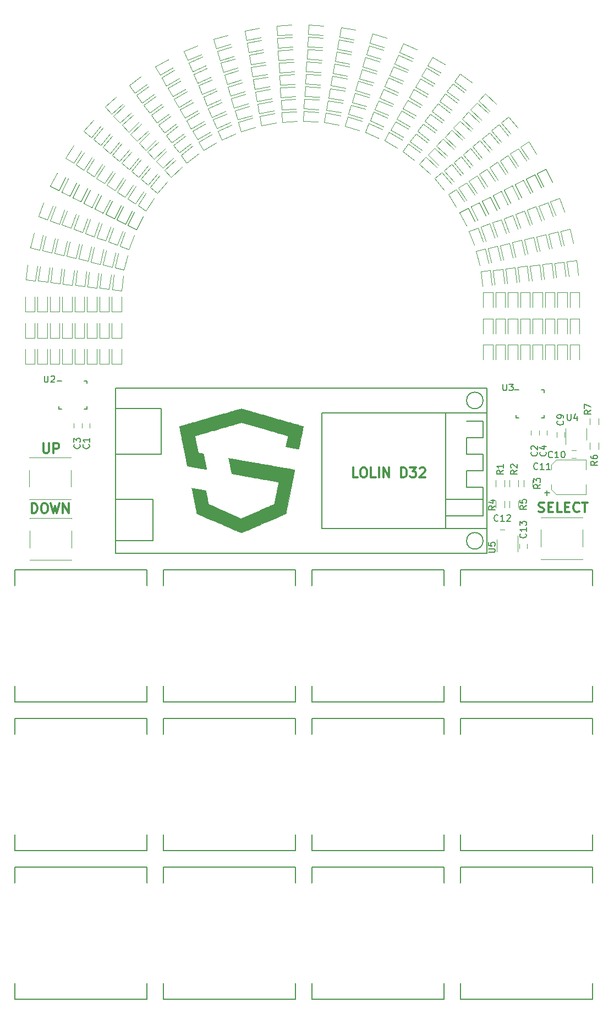
<source format=gto>
G04 #@! TF.GenerationSoftware,KiCad,Pcbnew,(5.0.0-rc2-204-g01c2d93a8)*
G04 #@! TF.CreationDate,2018-07-30T15:31:50-06:00*
G04 #@! TF.ProjectId,Saintcon2018,5361696E74636F6E323031382E6B6963,rev?*
G04 #@! TF.SameCoordinates,Original*
G04 #@! TF.FileFunction,Legend,Top*
G04 #@! TF.FilePolarity,Positive*
%FSLAX46Y46*%
G04 Gerber Fmt 4.6, Leading zero omitted, Abs format (unit mm)*
G04 Created by KiCad (PCBNEW (5.0.0-rc2-204-g01c2d93a8)) date 07/30/18 15:31:50*
%MOMM*%
%LPD*%
G01*
G04 APERTURE LIST*
%ADD10C,0.300000*%
%ADD11C,0.010000*%
%ADD12C,0.120000*%
%ADD13C,0.150000*%
%ADD14R,1.651600X1.401600*%
%ADD15C,1.879600*%
%ADD16C,0.100000*%
%ADD17C,0.976600*%
%ADD18R,1.001600X0.601600*%
%ADD19C,1.851600*%
%ADD20R,0.861600X0.361600*%
%ADD21R,0.361600X0.861600*%
%ADD22R,1.376600X1.376600*%
%ADD23R,0.851600X0.901600*%
%ADD24R,0.901600X0.851600*%
%ADD25R,3.101600X1.701600*%
%ADD26R,0.751600X1.161600*%
G04 APERTURE END LIST*
D10*
X105033571Y-95522171D02*
X104319285Y-95522171D01*
X104319285Y-94022171D01*
X105819285Y-94022171D02*
X106105000Y-94022171D01*
X106247857Y-94093600D01*
X106390714Y-94236457D01*
X106462142Y-94522171D01*
X106462142Y-95022171D01*
X106390714Y-95307885D01*
X106247857Y-95450742D01*
X106105000Y-95522171D01*
X105819285Y-95522171D01*
X105676428Y-95450742D01*
X105533571Y-95307885D01*
X105462142Y-95022171D01*
X105462142Y-94522171D01*
X105533571Y-94236457D01*
X105676428Y-94093600D01*
X105819285Y-94022171D01*
X107819285Y-95522171D02*
X107105000Y-95522171D01*
X107105000Y-94022171D01*
X108319285Y-95522171D02*
X108319285Y-94022171D01*
X109033571Y-95522171D02*
X109033571Y-94022171D01*
X109890714Y-95522171D01*
X109890714Y-94022171D01*
X111747857Y-95522171D02*
X111747857Y-94022171D01*
X112105000Y-94022171D01*
X112319285Y-94093600D01*
X112462142Y-94236457D01*
X112533571Y-94379314D01*
X112605000Y-94665028D01*
X112605000Y-94879314D01*
X112533571Y-95165028D01*
X112462142Y-95307885D01*
X112319285Y-95450742D01*
X112105000Y-95522171D01*
X111747857Y-95522171D01*
X113105000Y-94022171D02*
X114033571Y-94022171D01*
X113533571Y-94593600D01*
X113747857Y-94593600D01*
X113890714Y-94665028D01*
X113962142Y-94736457D01*
X114033571Y-94879314D01*
X114033571Y-95236457D01*
X113962142Y-95379314D01*
X113890714Y-95450742D01*
X113747857Y-95522171D01*
X113319285Y-95522171D01*
X113176428Y-95450742D01*
X113105000Y-95379314D01*
X114605000Y-94165028D02*
X114676428Y-94093600D01*
X114819285Y-94022171D01*
X115176428Y-94022171D01*
X115319285Y-94093600D01*
X115390714Y-94165028D01*
X115462142Y-94307885D01*
X115462142Y-94450742D01*
X115390714Y-94665028D01*
X114533571Y-95522171D01*
X115462142Y-95522171D01*
X54900071Y-101008571D02*
X54900071Y-99508571D01*
X55257214Y-99508571D01*
X55471500Y-99580000D01*
X55614357Y-99722857D01*
X55685785Y-99865714D01*
X55757214Y-100151428D01*
X55757214Y-100365714D01*
X55685785Y-100651428D01*
X55614357Y-100794285D01*
X55471500Y-100937142D01*
X55257214Y-101008571D01*
X54900071Y-101008571D01*
X56685785Y-99508571D02*
X56971500Y-99508571D01*
X57114357Y-99580000D01*
X57257214Y-99722857D01*
X57328642Y-100008571D01*
X57328642Y-100508571D01*
X57257214Y-100794285D01*
X57114357Y-100937142D01*
X56971500Y-101008571D01*
X56685785Y-101008571D01*
X56542928Y-100937142D01*
X56400071Y-100794285D01*
X56328642Y-100508571D01*
X56328642Y-100008571D01*
X56400071Y-99722857D01*
X56542928Y-99580000D01*
X56685785Y-99508571D01*
X57828642Y-99508571D02*
X58185785Y-101008571D01*
X58471500Y-99937142D01*
X58757214Y-101008571D01*
X59114357Y-99508571D01*
X59685785Y-101008571D02*
X59685785Y-99508571D01*
X60542928Y-101008571D01*
X60542928Y-99508571D01*
X56669928Y-90301071D02*
X56669928Y-91515357D01*
X56741357Y-91658214D01*
X56812785Y-91729642D01*
X56955642Y-91801071D01*
X57241357Y-91801071D01*
X57384214Y-91729642D01*
X57455642Y-91658214D01*
X57527071Y-91515357D01*
X57527071Y-90301071D01*
X58241357Y-91801071D02*
X58241357Y-90301071D01*
X58812785Y-90301071D01*
X58955642Y-90372500D01*
X59027071Y-90443928D01*
X59098500Y-90586785D01*
X59098500Y-90801071D01*
X59027071Y-90943928D01*
X58955642Y-91015357D01*
X58812785Y-91086785D01*
X58241357Y-91086785D01*
X132874214Y-100810142D02*
X133088500Y-100881571D01*
X133445642Y-100881571D01*
X133588500Y-100810142D01*
X133659928Y-100738714D01*
X133731357Y-100595857D01*
X133731357Y-100453000D01*
X133659928Y-100310142D01*
X133588500Y-100238714D01*
X133445642Y-100167285D01*
X133159928Y-100095857D01*
X133017071Y-100024428D01*
X132945642Y-99953000D01*
X132874214Y-99810142D01*
X132874214Y-99667285D01*
X132945642Y-99524428D01*
X133017071Y-99453000D01*
X133159928Y-99381571D01*
X133517071Y-99381571D01*
X133731357Y-99453000D01*
X134374214Y-100095857D02*
X134874214Y-100095857D01*
X135088500Y-100881571D02*
X134374214Y-100881571D01*
X134374214Y-99381571D01*
X135088500Y-99381571D01*
X136445642Y-100881571D02*
X135731357Y-100881571D01*
X135731357Y-99381571D01*
X136945642Y-100095857D02*
X137445642Y-100095857D01*
X137659928Y-100881571D02*
X136945642Y-100881571D01*
X136945642Y-99381571D01*
X137659928Y-99381571D01*
X139159928Y-100738714D02*
X139088500Y-100810142D01*
X138874214Y-100881571D01*
X138731357Y-100881571D01*
X138517071Y-100810142D01*
X138374214Y-100667285D01*
X138302785Y-100524428D01*
X138231357Y-100238714D01*
X138231357Y-100024428D01*
X138302785Y-99738714D01*
X138374214Y-99595857D01*
X138517071Y-99453000D01*
X138731357Y-99381571D01*
X138874214Y-99381571D01*
X139088500Y-99453000D01*
X139159928Y-99524428D01*
X139588500Y-99381571D02*
X140445642Y-99381571D01*
X140017071Y-100881571D02*
X140017071Y-99381571D01*
D11*
G04 #@! TO.C,G\002A\002A\002A*
G36*
X85179956Y-92574084D02*
X85210612Y-92579113D01*
X85260584Y-92587508D01*
X85329101Y-92599134D01*
X85415389Y-92613858D01*
X85518676Y-92631544D01*
X85638189Y-92652060D01*
X85773157Y-92675271D01*
X85922806Y-92701042D01*
X86086364Y-92729240D01*
X86263059Y-92759731D01*
X86452118Y-92792380D01*
X86652768Y-92827054D01*
X86864238Y-92863617D01*
X87085755Y-92901937D01*
X87316546Y-92941878D01*
X87555838Y-92983308D01*
X87802860Y-93026091D01*
X88056839Y-93070093D01*
X88317003Y-93115181D01*
X88582578Y-93161220D01*
X88852793Y-93208076D01*
X89126874Y-93255615D01*
X89404050Y-93303703D01*
X89683548Y-93352206D01*
X89964596Y-93400989D01*
X90246421Y-93449919D01*
X90528250Y-93498861D01*
X90809312Y-93547681D01*
X91088833Y-93596246D01*
X91366041Y-93644420D01*
X91640165Y-93692070D01*
X91910430Y-93739062D01*
X92176065Y-93785261D01*
X92436298Y-93830534D01*
X92690355Y-93874746D01*
X92937464Y-93917763D01*
X93176854Y-93959451D01*
X93407751Y-93999676D01*
X93629383Y-94038304D01*
X93840977Y-94075201D01*
X94041761Y-94110232D01*
X94230963Y-94143263D01*
X94407810Y-94174160D01*
X94571530Y-94202790D01*
X94721349Y-94229018D01*
X94856496Y-94252709D01*
X94976199Y-94273730D01*
X95079684Y-94291947D01*
X95166179Y-94307226D01*
X95234912Y-94319431D01*
X95285110Y-94328430D01*
X95316001Y-94334088D01*
X95326813Y-94336270D01*
X95326814Y-94336271D01*
X95326380Y-94347601D01*
X95320406Y-94372701D01*
X95313538Y-94395551D01*
X95308565Y-94415383D01*
X95300178Y-94454153D01*
X95288743Y-94509963D01*
X95274631Y-94580918D01*
X95258209Y-94665119D01*
X95239846Y-94760672D01*
X95219912Y-94865677D01*
X95198775Y-94978240D01*
X95176804Y-95096462D01*
X95168031Y-95144007D01*
X95143399Y-95276843D01*
X95117510Y-95414766D01*
X95091003Y-95554474D01*
X95064516Y-95692666D01*
X95038689Y-95826039D01*
X95014160Y-95951291D01*
X94991568Y-96065121D01*
X94971553Y-96164225D01*
X94957016Y-96234545D01*
X94946696Y-96284073D01*
X94932408Y-96353164D01*
X94914394Y-96440630D01*
X94892897Y-96545283D01*
X94868161Y-96665933D01*
X94840428Y-96801391D01*
X94809940Y-96950470D01*
X94776941Y-97111979D01*
X94741672Y-97284731D01*
X94704378Y-97467537D01*
X94665300Y-97659207D01*
X94624681Y-97858552D01*
X94582764Y-98064385D01*
X94539792Y-98275517D01*
X94496007Y-98490758D01*
X94451653Y-98708919D01*
X94421877Y-98855445D01*
X94378543Y-99068692D01*
X94336326Y-99276386D01*
X94295418Y-99477579D01*
X94256012Y-99671319D01*
X94218303Y-99856658D01*
X94182484Y-100032646D01*
X94148749Y-100198335D01*
X94117290Y-100352773D01*
X94088302Y-100495012D01*
X94061978Y-100624102D01*
X94038511Y-100739094D01*
X94018095Y-100839038D01*
X94000924Y-100922985D01*
X93987190Y-100989984D01*
X93977088Y-101039088D01*
X93970811Y-101069345D01*
X93968553Y-101079808D01*
X93968552Y-101079809D01*
X93956352Y-101085470D01*
X93925621Y-101099054D01*
X93877206Y-101120197D01*
X93811957Y-101148534D01*
X93730724Y-101183703D01*
X93634355Y-101225338D01*
X93523700Y-101273077D01*
X93399608Y-101326555D01*
X93262928Y-101385407D01*
X93114510Y-101449272D01*
X92955201Y-101517783D01*
X92785853Y-101590578D01*
X92607313Y-101667293D01*
X92420431Y-101747563D01*
X92226056Y-101831025D01*
X92025038Y-101917315D01*
X91818225Y-102006069D01*
X91606467Y-102096923D01*
X91390613Y-102189512D01*
X91171512Y-102283474D01*
X90950013Y-102378444D01*
X90726966Y-102474058D01*
X90503219Y-102569953D01*
X90279622Y-102665764D01*
X90057025Y-102761128D01*
X89836275Y-102855680D01*
X89618223Y-102949057D01*
X89403717Y-103040894D01*
X89193607Y-103130829D01*
X88988742Y-103218496D01*
X88789971Y-103303532D01*
X88598143Y-103385574D01*
X88414108Y-103464256D01*
X88238714Y-103539216D01*
X88072811Y-103610089D01*
X87917249Y-103676511D01*
X87772875Y-103738119D01*
X87640540Y-103794549D01*
X87521092Y-103845436D01*
X87415381Y-103890417D01*
X87324257Y-103929127D01*
X87248567Y-103961203D01*
X87189161Y-103986282D01*
X87146889Y-104003998D01*
X87122600Y-104013989D01*
X87116706Y-104016194D01*
X87104706Y-104011959D01*
X87074352Y-103999785D01*
X87026727Y-103980135D01*
X86962916Y-103953468D01*
X86884001Y-103920247D01*
X86791068Y-103880931D01*
X86685199Y-103835982D01*
X86567480Y-103785861D01*
X86438993Y-103731029D01*
X86300823Y-103671946D01*
X86154054Y-103609075D01*
X85999769Y-103542875D01*
X85839053Y-103473809D01*
X85672989Y-103402336D01*
X85639716Y-103388003D01*
X85470626Y-103315163D01*
X85284185Y-103234867D01*
X85082498Y-103148022D01*
X84867670Y-103055533D01*
X84641804Y-102958305D01*
X84407005Y-102857245D01*
X84165377Y-102753257D01*
X83919025Y-102647247D01*
X83670054Y-102540121D01*
X83420567Y-102432784D01*
X83172669Y-102326142D01*
X82928464Y-102221101D01*
X82690058Y-102118565D01*
X82459553Y-102019442D01*
X82239056Y-101924635D01*
X82230462Y-101920940D01*
X82036992Y-101837760D01*
X81848746Y-101756820D01*
X81666646Y-101678518D01*
X81491609Y-101603250D01*
X81324558Y-101531410D01*
X81166412Y-101463395D01*
X81018092Y-101399600D01*
X80880517Y-101340423D01*
X80754608Y-101286257D01*
X80641285Y-101237500D01*
X80541468Y-101194547D01*
X80456078Y-101157795D01*
X80386034Y-101127637D01*
X80332258Y-101104472D01*
X80295668Y-101088694D01*
X80277186Y-101080700D01*
X80275017Y-101079745D01*
X80272616Y-101069294D01*
X80266377Y-101039309D01*
X80256546Y-100991028D01*
X80243367Y-100925689D01*
X80227084Y-100844528D01*
X80207941Y-100748784D01*
X80186184Y-100639694D01*
X80162056Y-100518495D01*
X80135801Y-100386426D01*
X80107665Y-100244724D01*
X80077892Y-100094625D01*
X80046726Y-99937369D01*
X80014411Y-99774192D01*
X79981192Y-99606333D01*
X79947313Y-99435028D01*
X79913019Y-99261515D01*
X79878554Y-99087032D01*
X79844163Y-98912816D01*
X79810089Y-98740106D01*
X79776578Y-98570138D01*
X79743874Y-98404150D01*
X79712220Y-98243380D01*
X79681863Y-98089065D01*
X79653045Y-97942442D01*
X79626012Y-97804751D01*
X79601008Y-97677227D01*
X79578276Y-97561109D01*
X79558063Y-97457634D01*
X79540611Y-97368040D01*
X79526166Y-97293564D01*
X79514972Y-97235444D01*
X79507274Y-97194918D01*
X79503315Y-97173223D01*
X79502824Y-97169757D01*
X79513554Y-97170955D01*
X79543455Y-97175518D01*
X79590839Y-97183155D01*
X79654020Y-97193576D01*
X79731311Y-97206488D01*
X79821026Y-97221601D01*
X79921477Y-97238623D01*
X80030978Y-97257263D01*
X80147841Y-97277230D01*
X80270380Y-97298233D01*
X80396909Y-97319979D01*
X80525740Y-97342178D01*
X80655187Y-97364539D01*
X80783562Y-97386770D01*
X80909179Y-97408580D01*
X81030352Y-97429678D01*
X81145393Y-97449773D01*
X81252615Y-97468572D01*
X81350332Y-97485786D01*
X81436857Y-97501122D01*
X81510503Y-97514289D01*
X81569583Y-97524996D01*
X81612410Y-97532952D01*
X81637299Y-97537866D01*
X81643162Y-97539355D01*
X81645882Y-97550289D01*
X81652318Y-97580618D01*
X81662195Y-97628941D01*
X81675237Y-97693858D01*
X81691166Y-97773967D01*
X81709707Y-97867867D01*
X81730585Y-97974159D01*
X81753522Y-98091440D01*
X81778242Y-98218311D01*
X81804471Y-98353370D01*
X81831930Y-98495216D01*
X81849454Y-98585961D01*
X81877570Y-98731362D01*
X81904674Y-98870873D01*
X81930486Y-99003090D01*
X81954726Y-99126609D01*
X81977113Y-99240026D01*
X81997370Y-99341937D01*
X82015215Y-99430937D01*
X82030369Y-99505624D01*
X82042552Y-99564591D01*
X82051485Y-99606436D01*
X82056887Y-99629755D01*
X82058338Y-99634290D01*
X82068620Y-99639078D01*
X82097516Y-99651948D01*
X82144216Y-99672548D01*
X82207910Y-99700524D01*
X82287791Y-99735524D01*
X82383047Y-99777195D01*
X82492870Y-99825184D01*
X82616451Y-99879137D01*
X82752980Y-99938703D01*
X82901648Y-100003527D01*
X83061645Y-100073258D01*
X83232163Y-100147542D01*
X83412391Y-100226026D01*
X83601521Y-100308358D01*
X83798743Y-100394184D01*
X84003248Y-100483151D01*
X84214226Y-100574907D01*
X84430869Y-100669099D01*
X84593909Y-100739967D01*
X87121466Y-101838501D01*
X89649557Y-100739835D01*
X89869879Y-100644074D01*
X90085130Y-100550493D01*
X90294503Y-100459444D01*
X90497187Y-100371279D01*
X90692375Y-100286351D01*
X90879256Y-100205013D01*
X91057022Y-100127617D01*
X91224863Y-100054517D01*
X91381971Y-99986064D01*
X91527537Y-99922611D01*
X91660752Y-99864512D01*
X91780806Y-99812118D01*
X91886890Y-99765783D01*
X91978196Y-99725858D01*
X92053913Y-99692697D01*
X92113235Y-99666653D01*
X92155350Y-99648077D01*
X92179451Y-99637323D01*
X92185212Y-99634607D01*
X92188264Y-99623587D01*
X92195260Y-99593104D01*
X92205931Y-99544447D01*
X92220007Y-99478904D01*
X92237218Y-99397764D01*
X92257295Y-99302317D01*
X92279967Y-99193851D01*
X92304966Y-99073654D01*
X92332021Y-98943017D01*
X92360862Y-98803227D01*
X92391221Y-98655573D01*
X92422826Y-98501345D01*
X92442455Y-98405313D01*
X92476963Y-98236327D01*
X92511847Y-98065523D01*
X92546687Y-97894941D01*
X92581069Y-97726625D01*
X92614573Y-97562616D01*
X92646784Y-97404955D01*
X92677284Y-97255684D01*
X92705655Y-97116845D01*
X92731481Y-96990480D01*
X92754345Y-96878631D01*
X92773829Y-96783338D01*
X92789516Y-96706645D01*
X92790224Y-96703184D01*
X92813137Y-96591065D01*
X92832055Y-96497907D01*
X92847261Y-96421935D01*
X92859032Y-96361370D01*
X92867651Y-96314435D01*
X92873395Y-96279353D01*
X92876546Y-96254345D01*
X92877384Y-96237636D01*
X92876187Y-96227446D01*
X92873237Y-96221999D01*
X92868813Y-96219517D01*
X92866495Y-96218912D01*
X92854103Y-96216616D01*
X92821831Y-96210796D01*
X92770650Y-96201624D01*
X92701530Y-96189272D01*
X92615443Y-96173914D01*
X92513359Y-96155722D01*
X92396249Y-96134868D01*
X92265083Y-96111526D01*
X92120831Y-96085867D01*
X91964465Y-96058066D01*
X91796956Y-96028293D01*
X91619273Y-95996722D01*
X91432387Y-95963526D01*
X91237269Y-95928878D01*
X91034890Y-95892949D01*
X90826220Y-95855912D01*
X90631837Y-95821419D01*
X90236301Y-95751238D01*
X89861128Y-95684662D01*
X89505832Y-95621606D01*
X89169925Y-95561983D01*
X88852921Y-95505706D01*
X88554333Y-95452687D01*
X88273673Y-95402841D01*
X88010454Y-95356079D01*
X87764190Y-95312316D01*
X87534392Y-95271464D01*
X87320575Y-95233437D01*
X87122251Y-95198147D01*
X86938932Y-95165508D01*
X86770132Y-95135433D01*
X86615365Y-95107834D01*
X86474141Y-95082625D01*
X86345975Y-95059720D01*
X86230380Y-95039030D01*
X86126868Y-95020470D01*
X86034953Y-95003953D01*
X85954146Y-94989390D01*
X85883962Y-94976697D01*
X85823913Y-94965785D01*
X85773511Y-94956568D01*
X85732271Y-94948958D01*
X85699704Y-94942870D01*
X85675324Y-94938216D01*
X85658644Y-94934909D01*
X85649176Y-94932863D01*
X85646432Y-94932046D01*
X85643549Y-94921026D01*
X85636852Y-94890881D01*
X85626663Y-94843205D01*
X85613304Y-94779591D01*
X85597097Y-94701633D01*
X85578365Y-94610924D01*
X85557429Y-94509056D01*
X85534611Y-94397624D01*
X85510234Y-94278220D01*
X85484619Y-94152438D01*
X85458090Y-94021871D01*
X85430967Y-93888112D01*
X85403574Y-93752754D01*
X85376232Y-93617392D01*
X85349263Y-93483617D01*
X85322989Y-93353024D01*
X85297734Y-93227205D01*
X85273818Y-93107754D01*
X85251564Y-92996264D01*
X85231294Y-92894328D01*
X85213330Y-92803539D01*
X85197994Y-92725492D01*
X85185609Y-92661778D01*
X85176496Y-92613992D01*
X85170978Y-92583726D01*
X85169376Y-92572574D01*
X85169389Y-92572555D01*
X85179956Y-92574084D01*
X85179956Y-92574084D01*
G37*
X85179956Y-92574084D02*
X85210612Y-92579113D01*
X85260584Y-92587508D01*
X85329101Y-92599134D01*
X85415389Y-92613858D01*
X85518676Y-92631544D01*
X85638189Y-92652060D01*
X85773157Y-92675271D01*
X85922806Y-92701042D01*
X86086364Y-92729240D01*
X86263059Y-92759731D01*
X86452118Y-92792380D01*
X86652768Y-92827054D01*
X86864238Y-92863617D01*
X87085755Y-92901937D01*
X87316546Y-92941878D01*
X87555838Y-92983308D01*
X87802860Y-93026091D01*
X88056839Y-93070093D01*
X88317003Y-93115181D01*
X88582578Y-93161220D01*
X88852793Y-93208076D01*
X89126874Y-93255615D01*
X89404050Y-93303703D01*
X89683548Y-93352206D01*
X89964596Y-93400989D01*
X90246421Y-93449919D01*
X90528250Y-93498861D01*
X90809312Y-93547681D01*
X91088833Y-93596246D01*
X91366041Y-93644420D01*
X91640165Y-93692070D01*
X91910430Y-93739062D01*
X92176065Y-93785261D01*
X92436298Y-93830534D01*
X92690355Y-93874746D01*
X92937464Y-93917763D01*
X93176854Y-93959451D01*
X93407751Y-93999676D01*
X93629383Y-94038304D01*
X93840977Y-94075201D01*
X94041761Y-94110232D01*
X94230963Y-94143263D01*
X94407810Y-94174160D01*
X94571530Y-94202790D01*
X94721349Y-94229018D01*
X94856496Y-94252709D01*
X94976199Y-94273730D01*
X95079684Y-94291947D01*
X95166179Y-94307226D01*
X95234912Y-94319431D01*
X95285110Y-94328430D01*
X95316001Y-94334088D01*
X95326813Y-94336270D01*
X95326814Y-94336271D01*
X95326380Y-94347601D01*
X95320406Y-94372701D01*
X95313538Y-94395551D01*
X95308565Y-94415383D01*
X95300178Y-94454153D01*
X95288743Y-94509963D01*
X95274631Y-94580918D01*
X95258209Y-94665119D01*
X95239846Y-94760672D01*
X95219912Y-94865677D01*
X95198775Y-94978240D01*
X95176804Y-95096462D01*
X95168031Y-95144007D01*
X95143399Y-95276843D01*
X95117510Y-95414766D01*
X95091003Y-95554474D01*
X95064516Y-95692666D01*
X95038689Y-95826039D01*
X95014160Y-95951291D01*
X94991568Y-96065121D01*
X94971553Y-96164225D01*
X94957016Y-96234545D01*
X94946696Y-96284073D01*
X94932408Y-96353164D01*
X94914394Y-96440630D01*
X94892897Y-96545283D01*
X94868161Y-96665933D01*
X94840428Y-96801391D01*
X94809940Y-96950470D01*
X94776941Y-97111979D01*
X94741672Y-97284731D01*
X94704378Y-97467537D01*
X94665300Y-97659207D01*
X94624681Y-97858552D01*
X94582764Y-98064385D01*
X94539792Y-98275517D01*
X94496007Y-98490758D01*
X94451653Y-98708919D01*
X94421877Y-98855445D01*
X94378543Y-99068692D01*
X94336326Y-99276386D01*
X94295418Y-99477579D01*
X94256012Y-99671319D01*
X94218303Y-99856658D01*
X94182484Y-100032646D01*
X94148749Y-100198335D01*
X94117290Y-100352773D01*
X94088302Y-100495012D01*
X94061978Y-100624102D01*
X94038511Y-100739094D01*
X94018095Y-100839038D01*
X94000924Y-100922985D01*
X93987190Y-100989984D01*
X93977088Y-101039088D01*
X93970811Y-101069345D01*
X93968553Y-101079808D01*
X93968552Y-101079809D01*
X93956352Y-101085470D01*
X93925621Y-101099054D01*
X93877206Y-101120197D01*
X93811957Y-101148534D01*
X93730724Y-101183703D01*
X93634355Y-101225338D01*
X93523700Y-101273077D01*
X93399608Y-101326555D01*
X93262928Y-101385407D01*
X93114510Y-101449272D01*
X92955201Y-101517783D01*
X92785853Y-101590578D01*
X92607313Y-101667293D01*
X92420431Y-101747563D01*
X92226056Y-101831025D01*
X92025038Y-101917315D01*
X91818225Y-102006069D01*
X91606467Y-102096923D01*
X91390613Y-102189512D01*
X91171512Y-102283474D01*
X90950013Y-102378444D01*
X90726966Y-102474058D01*
X90503219Y-102569953D01*
X90279622Y-102665764D01*
X90057025Y-102761128D01*
X89836275Y-102855680D01*
X89618223Y-102949057D01*
X89403717Y-103040894D01*
X89193607Y-103130829D01*
X88988742Y-103218496D01*
X88789971Y-103303532D01*
X88598143Y-103385574D01*
X88414108Y-103464256D01*
X88238714Y-103539216D01*
X88072811Y-103610089D01*
X87917249Y-103676511D01*
X87772875Y-103738119D01*
X87640540Y-103794549D01*
X87521092Y-103845436D01*
X87415381Y-103890417D01*
X87324257Y-103929127D01*
X87248567Y-103961203D01*
X87189161Y-103986282D01*
X87146889Y-104003998D01*
X87122600Y-104013989D01*
X87116706Y-104016194D01*
X87104706Y-104011959D01*
X87074352Y-103999785D01*
X87026727Y-103980135D01*
X86962916Y-103953468D01*
X86884001Y-103920247D01*
X86791068Y-103880931D01*
X86685199Y-103835982D01*
X86567480Y-103785861D01*
X86438993Y-103731029D01*
X86300823Y-103671946D01*
X86154054Y-103609075D01*
X85999769Y-103542875D01*
X85839053Y-103473809D01*
X85672989Y-103402336D01*
X85639716Y-103388003D01*
X85470626Y-103315163D01*
X85284185Y-103234867D01*
X85082498Y-103148022D01*
X84867670Y-103055533D01*
X84641804Y-102958305D01*
X84407005Y-102857245D01*
X84165377Y-102753257D01*
X83919025Y-102647247D01*
X83670054Y-102540121D01*
X83420567Y-102432784D01*
X83172669Y-102326142D01*
X82928464Y-102221101D01*
X82690058Y-102118565D01*
X82459553Y-102019442D01*
X82239056Y-101924635D01*
X82230462Y-101920940D01*
X82036992Y-101837760D01*
X81848746Y-101756820D01*
X81666646Y-101678518D01*
X81491609Y-101603250D01*
X81324558Y-101531410D01*
X81166412Y-101463395D01*
X81018092Y-101399600D01*
X80880517Y-101340423D01*
X80754608Y-101286257D01*
X80641285Y-101237500D01*
X80541468Y-101194547D01*
X80456078Y-101157795D01*
X80386034Y-101127637D01*
X80332258Y-101104472D01*
X80295668Y-101088694D01*
X80277186Y-101080700D01*
X80275017Y-101079745D01*
X80272616Y-101069294D01*
X80266377Y-101039309D01*
X80256546Y-100991028D01*
X80243367Y-100925689D01*
X80227084Y-100844528D01*
X80207941Y-100748784D01*
X80186184Y-100639694D01*
X80162056Y-100518495D01*
X80135801Y-100386426D01*
X80107665Y-100244724D01*
X80077892Y-100094625D01*
X80046726Y-99937369D01*
X80014411Y-99774192D01*
X79981192Y-99606333D01*
X79947313Y-99435028D01*
X79913019Y-99261515D01*
X79878554Y-99087032D01*
X79844163Y-98912816D01*
X79810089Y-98740106D01*
X79776578Y-98570138D01*
X79743874Y-98404150D01*
X79712220Y-98243380D01*
X79681863Y-98089065D01*
X79653045Y-97942442D01*
X79626012Y-97804751D01*
X79601008Y-97677227D01*
X79578276Y-97561109D01*
X79558063Y-97457634D01*
X79540611Y-97368040D01*
X79526166Y-97293564D01*
X79514972Y-97235444D01*
X79507274Y-97194918D01*
X79503315Y-97173223D01*
X79502824Y-97169757D01*
X79513554Y-97170955D01*
X79543455Y-97175518D01*
X79590839Y-97183155D01*
X79654020Y-97193576D01*
X79731311Y-97206488D01*
X79821026Y-97221601D01*
X79921477Y-97238623D01*
X80030978Y-97257263D01*
X80147841Y-97277230D01*
X80270380Y-97298233D01*
X80396909Y-97319979D01*
X80525740Y-97342178D01*
X80655187Y-97364539D01*
X80783562Y-97386770D01*
X80909179Y-97408580D01*
X81030352Y-97429678D01*
X81145393Y-97449773D01*
X81252615Y-97468572D01*
X81350332Y-97485786D01*
X81436857Y-97501122D01*
X81510503Y-97514289D01*
X81569583Y-97524996D01*
X81612410Y-97532952D01*
X81637299Y-97537866D01*
X81643162Y-97539355D01*
X81645882Y-97550289D01*
X81652318Y-97580618D01*
X81662195Y-97628941D01*
X81675237Y-97693858D01*
X81691166Y-97773967D01*
X81709707Y-97867867D01*
X81730585Y-97974159D01*
X81753522Y-98091440D01*
X81778242Y-98218311D01*
X81804471Y-98353370D01*
X81831930Y-98495216D01*
X81849454Y-98585961D01*
X81877570Y-98731362D01*
X81904674Y-98870873D01*
X81930486Y-99003090D01*
X81954726Y-99126609D01*
X81977113Y-99240026D01*
X81997370Y-99341937D01*
X82015215Y-99430937D01*
X82030369Y-99505624D01*
X82042552Y-99564591D01*
X82051485Y-99606436D01*
X82056887Y-99629755D01*
X82058338Y-99634290D01*
X82068620Y-99639078D01*
X82097516Y-99651948D01*
X82144216Y-99672548D01*
X82207910Y-99700524D01*
X82287791Y-99735524D01*
X82383047Y-99777195D01*
X82492870Y-99825184D01*
X82616451Y-99879137D01*
X82752980Y-99938703D01*
X82901648Y-100003527D01*
X83061645Y-100073258D01*
X83232163Y-100147542D01*
X83412391Y-100226026D01*
X83601521Y-100308358D01*
X83798743Y-100394184D01*
X84003248Y-100483151D01*
X84214226Y-100574907D01*
X84430869Y-100669099D01*
X84593909Y-100739967D01*
X87121466Y-101838501D01*
X89649557Y-100739835D01*
X89869879Y-100644074D01*
X90085130Y-100550493D01*
X90294503Y-100459444D01*
X90497187Y-100371279D01*
X90692375Y-100286351D01*
X90879256Y-100205013D01*
X91057022Y-100127617D01*
X91224863Y-100054517D01*
X91381971Y-99986064D01*
X91527537Y-99922611D01*
X91660752Y-99864512D01*
X91780806Y-99812118D01*
X91886890Y-99765783D01*
X91978196Y-99725858D01*
X92053913Y-99692697D01*
X92113235Y-99666653D01*
X92155350Y-99648077D01*
X92179451Y-99637323D01*
X92185212Y-99634607D01*
X92188264Y-99623587D01*
X92195260Y-99593104D01*
X92205931Y-99544447D01*
X92220007Y-99478904D01*
X92237218Y-99397764D01*
X92257295Y-99302317D01*
X92279967Y-99193851D01*
X92304966Y-99073654D01*
X92332021Y-98943017D01*
X92360862Y-98803227D01*
X92391221Y-98655573D01*
X92422826Y-98501345D01*
X92442455Y-98405313D01*
X92476963Y-98236327D01*
X92511847Y-98065523D01*
X92546687Y-97894941D01*
X92581069Y-97726625D01*
X92614573Y-97562616D01*
X92646784Y-97404955D01*
X92677284Y-97255684D01*
X92705655Y-97116845D01*
X92731481Y-96990480D01*
X92754345Y-96878631D01*
X92773829Y-96783338D01*
X92789516Y-96706645D01*
X92790224Y-96703184D01*
X92813137Y-96591065D01*
X92832055Y-96497907D01*
X92847261Y-96421935D01*
X92859032Y-96361370D01*
X92867651Y-96314435D01*
X92873395Y-96279353D01*
X92876546Y-96254345D01*
X92877384Y-96237636D01*
X92876187Y-96227446D01*
X92873237Y-96221999D01*
X92868813Y-96219517D01*
X92866495Y-96218912D01*
X92854103Y-96216616D01*
X92821831Y-96210796D01*
X92770650Y-96201624D01*
X92701530Y-96189272D01*
X92615443Y-96173914D01*
X92513359Y-96155722D01*
X92396249Y-96134868D01*
X92265083Y-96111526D01*
X92120831Y-96085867D01*
X91964465Y-96058066D01*
X91796956Y-96028293D01*
X91619273Y-95996722D01*
X91432387Y-95963526D01*
X91237269Y-95928878D01*
X91034890Y-95892949D01*
X90826220Y-95855912D01*
X90631837Y-95821419D01*
X90236301Y-95751238D01*
X89861128Y-95684662D01*
X89505832Y-95621606D01*
X89169925Y-95561983D01*
X88852921Y-95505706D01*
X88554333Y-95452687D01*
X88273673Y-95402841D01*
X88010454Y-95356079D01*
X87764190Y-95312316D01*
X87534392Y-95271464D01*
X87320575Y-95233437D01*
X87122251Y-95198147D01*
X86938932Y-95165508D01*
X86770132Y-95135433D01*
X86615365Y-95107834D01*
X86474141Y-95082625D01*
X86345975Y-95059720D01*
X86230380Y-95039030D01*
X86126868Y-95020470D01*
X86034953Y-95003953D01*
X85954146Y-94989390D01*
X85883962Y-94976697D01*
X85823913Y-94965785D01*
X85773511Y-94956568D01*
X85732271Y-94948958D01*
X85699704Y-94942870D01*
X85675324Y-94938216D01*
X85658644Y-94934909D01*
X85649176Y-94932863D01*
X85646432Y-94932046D01*
X85643549Y-94921026D01*
X85636852Y-94890881D01*
X85626663Y-94843205D01*
X85613304Y-94779591D01*
X85597097Y-94701633D01*
X85578365Y-94610924D01*
X85557429Y-94509056D01*
X85534611Y-94397624D01*
X85510234Y-94278220D01*
X85484619Y-94152438D01*
X85458090Y-94021871D01*
X85430967Y-93888112D01*
X85403574Y-93752754D01*
X85376232Y-93617392D01*
X85349263Y-93483617D01*
X85322989Y-93353024D01*
X85297734Y-93227205D01*
X85273818Y-93107754D01*
X85251564Y-92996264D01*
X85231294Y-92894328D01*
X85213330Y-92803539D01*
X85197994Y-92725492D01*
X85185609Y-92661778D01*
X85176496Y-92613992D01*
X85170978Y-92583726D01*
X85169376Y-92572574D01*
X85169389Y-92572555D01*
X85179956Y-92574084D01*
G36*
X87134356Y-84961832D02*
X87166196Y-84970310D01*
X87216778Y-84984176D01*
X87285332Y-85003209D01*
X87371091Y-85027189D01*
X87473285Y-85055897D01*
X87591145Y-85089112D01*
X87723903Y-85126615D01*
X87870790Y-85168185D01*
X88031038Y-85213603D01*
X88203877Y-85262649D01*
X88388538Y-85315103D01*
X88584253Y-85370744D01*
X88790254Y-85429353D01*
X89005771Y-85490711D01*
X89230035Y-85554596D01*
X89462278Y-85620789D01*
X89701731Y-85689070D01*
X89947625Y-85759220D01*
X90199191Y-85831017D01*
X90455662Y-85904243D01*
X90716267Y-85978677D01*
X90980238Y-86054100D01*
X91246806Y-86130291D01*
X91515203Y-86207030D01*
X91784659Y-86284098D01*
X92054407Y-86361274D01*
X92323677Y-86438339D01*
X92591700Y-86515073D01*
X92857707Y-86591255D01*
X93120931Y-86666666D01*
X93380601Y-86741086D01*
X93635950Y-86814295D01*
X93886209Y-86886073D01*
X94130608Y-86956200D01*
X94368378Y-87024455D01*
X94598753Y-87090620D01*
X94820961Y-87154474D01*
X95034235Y-87215797D01*
X95237806Y-87274369D01*
X95430905Y-87329971D01*
X95612763Y-87382382D01*
X95782611Y-87431382D01*
X95939682Y-87476752D01*
X96083205Y-87518271D01*
X96212412Y-87555720D01*
X96326535Y-87588878D01*
X96424804Y-87617526D01*
X96506451Y-87641444D01*
X96570707Y-87660412D01*
X96616803Y-87674209D01*
X96643970Y-87682616D01*
X96651610Y-87685374D01*
X96649622Y-87696738D01*
X96643658Y-87727772D01*
X96633938Y-87777388D01*
X96620677Y-87844499D01*
X96604095Y-87928018D01*
X96584407Y-88026857D01*
X96561832Y-88139930D01*
X96536587Y-88266149D01*
X96508890Y-88404427D01*
X96478957Y-88553677D01*
X96447007Y-88712811D01*
X96413256Y-88880743D01*
X96377922Y-89056386D01*
X96341224Y-89238652D01*
X96304864Y-89419079D01*
X96259149Y-89645694D01*
X96217388Y-89852388D01*
X96179402Y-90040011D01*
X96145012Y-90209408D01*
X96114038Y-90361430D01*
X96086302Y-90496922D01*
X96061623Y-90616734D01*
X96039823Y-90721712D01*
X96020722Y-90812706D01*
X96004142Y-90890562D01*
X95989902Y-90956129D01*
X95977824Y-91010255D01*
X95967728Y-91053787D01*
X95959436Y-91087574D01*
X95952767Y-91112462D01*
X95947542Y-91129301D01*
X95943583Y-91138938D01*
X95940710Y-91142221D01*
X95940545Y-91142234D01*
X95927889Y-91140349D01*
X95895890Y-91134863D01*
X95846025Y-91126043D01*
X95779768Y-91114158D01*
X95698595Y-91099478D01*
X95603984Y-91082270D01*
X95497409Y-91062802D01*
X95380346Y-91041345D01*
X95254272Y-91018165D01*
X95120662Y-90993533D01*
X94980991Y-90967715D01*
X94951637Y-90962281D01*
X94811108Y-90936275D01*
X94676482Y-90911396D01*
X94549220Y-90887911D01*
X94430782Y-90866088D01*
X94322628Y-90846196D01*
X94226218Y-90828501D01*
X94143012Y-90813273D01*
X94074471Y-90800779D01*
X94022055Y-90791286D01*
X93987223Y-90785063D01*
X93971437Y-90782379D01*
X93970670Y-90782289D01*
X93963078Y-90773519D01*
X93961683Y-90763491D01*
X93963934Y-90750402D01*
X93970454Y-90718260D01*
X93980893Y-90668677D01*
X93994900Y-90603265D01*
X94012124Y-90523636D01*
X94032216Y-90431404D01*
X94054825Y-90328180D01*
X94079600Y-90215576D01*
X94106192Y-90095205D01*
X94134249Y-89968679D01*
X94141563Y-89935771D01*
X94169834Y-89808390D01*
X94196648Y-89687086D01*
X94221665Y-89573432D01*
X94244543Y-89469000D01*
X94264941Y-89375363D01*
X94282519Y-89294094D01*
X94296935Y-89226766D01*
X94307847Y-89174952D01*
X94314916Y-89140224D01*
X94317798Y-89124156D01*
X94317812Y-89123217D01*
X94307478Y-89120069D01*
X94277509Y-89111314D01*
X94228631Y-89097158D01*
X94161570Y-89077810D01*
X94077053Y-89053478D01*
X93975805Y-89024371D01*
X93858553Y-88990695D01*
X93726022Y-88952660D01*
X93578938Y-88910473D01*
X93418029Y-88864342D01*
X93244019Y-88814476D01*
X93057635Y-88761082D01*
X92859604Y-88704369D01*
X92650650Y-88644544D01*
X92431501Y-88581816D01*
X92202882Y-88516392D01*
X91965519Y-88448481D01*
X91720139Y-88378291D01*
X91467468Y-88306029D01*
X91208231Y-88231905D01*
X90943155Y-88156125D01*
X90717245Y-88091553D01*
X87120310Y-87063520D01*
X86880284Y-87132865D01*
X86846507Y-87142606D01*
X86793460Y-87157878D01*
X86722229Y-87178372D01*
X86633895Y-87203774D01*
X86529545Y-87233775D01*
X86410261Y-87268061D01*
X86277127Y-87306323D01*
X86131228Y-87348248D01*
X85973647Y-87393525D01*
X85805468Y-87441843D01*
X85627775Y-87492889D01*
X85441653Y-87546354D01*
X85248185Y-87601924D01*
X85048455Y-87659290D01*
X84843546Y-87718138D01*
X84634544Y-87778159D01*
X84496239Y-87817874D01*
X84131190Y-87922700D01*
X83785954Y-88021838D01*
X83459989Y-88115445D01*
X83152755Y-88203675D01*
X82863711Y-88286683D01*
X82592316Y-88364627D01*
X82338029Y-88437661D01*
X82100309Y-88505940D01*
X81878615Y-88569621D01*
X81672407Y-88628859D01*
X81481143Y-88683809D01*
X81304283Y-88734627D01*
X81141286Y-88781469D01*
X80991611Y-88824490D01*
X80854716Y-88863846D01*
X80730062Y-88899692D01*
X80617107Y-88932184D01*
X80515311Y-88961478D01*
X80424132Y-88987728D01*
X80343029Y-89011091D01*
X80271463Y-89031723D01*
X80208891Y-89049777D01*
X80154773Y-89065412D01*
X80108568Y-89078781D01*
X80069736Y-89090040D01*
X80037735Y-89099345D01*
X80012024Y-89106852D01*
X79992063Y-89112716D01*
X79977311Y-89117093D01*
X79967226Y-89120138D01*
X79961269Y-89122007D01*
X79958897Y-89122855D01*
X79958806Y-89122915D01*
X79960586Y-89133398D01*
X79966230Y-89163406D01*
X79975493Y-89211691D01*
X79988133Y-89277007D01*
X80003905Y-89358104D01*
X80022564Y-89453736D01*
X80043868Y-89562654D01*
X80067571Y-89683611D01*
X80093430Y-89815358D01*
X80121200Y-89956648D01*
X80150638Y-90106234D01*
X80181500Y-90262867D01*
X80212811Y-90421599D01*
X80250484Y-90612441D01*
X80284299Y-90783587D01*
X80314488Y-90936116D01*
X80341285Y-91071108D01*
X80364923Y-91189642D01*
X80385635Y-91292799D01*
X80403655Y-91381658D01*
X80419216Y-91457300D01*
X80432551Y-91520802D01*
X80443894Y-91573247D01*
X80453478Y-91615712D01*
X80461536Y-91649278D01*
X80468301Y-91675025D01*
X80474008Y-91694033D01*
X80478889Y-91707381D01*
X80483177Y-91716148D01*
X80487106Y-91721416D01*
X80490909Y-91724263D01*
X80494598Y-91725703D01*
X80510793Y-91729333D01*
X80545291Y-91736178D01*
X80595544Y-91745760D01*
X80659003Y-91757604D01*
X80733120Y-91771234D01*
X80815347Y-91786174D01*
X80895171Y-91800524D01*
X80994601Y-91818412D01*
X81075156Y-91833200D01*
X81138838Y-91845348D01*
X81187644Y-91855314D01*
X81223576Y-91863560D01*
X81248633Y-91870545D01*
X81264816Y-91876730D01*
X81274123Y-91882573D01*
X81278555Y-91888535D01*
X81278628Y-91888709D01*
X81281692Y-91901366D01*
X81288549Y-91933187D01*
X81298879Y-91982560D01*
X81312358Y-92047878D01*
X81328666Y-92127533D01*
X81347479Y-92219916D01*
X81368475Y-92323417D01*
X81391334Y-92436429D01*
X81415732Y-92557344D01*
X81441347Y-92684551D01*
X81467858Y-92816443D01*
X81494941Y-92951412D01*
X81522277Y-93087848D01*
X81549541Y-93224143D01*
X81576412Y-93358688D01*
X81602569Y-93489876D01*
X81627688Y-93616096D01*
X81651448Y-93735742D01*
X81673527Y-93847203D01*
X81693602Y-93948872D01*
X81711352Y-94039139D01*
X81726455Y-94116397D01*
X81738587Y-94179037D01*
X81747429Y-94225450D01*
X81752656Y-94254027D01*
X81754021Y-94263010D01*
X81749039Y-94274660D01*
X81746072Y-94275252D01*
X81734891Y-94273332D01*
X81704041Y-94267950D01*
X81654707Y-94259313D01*
X81588075Y-94247630D01*
X81505332Y-94233110D01*
X81407662Y-94215960D01*
X81296252Y-94196389D01*
X81172288Y-94174606D01*
X81036954Y-94150818D01*
X80891437Y-94125233D01*
X80736923Y-94098062D01*
X80574596Y-94069510D01*
X80405644Y-94039788D01*
X80271729Y-94016225D01*
X80098598Y-93985760D01*
X79931253Y-93956313D01*
X79770874Y-93928092D01*
X79618640Y-93901303D01*
X79475731Y-93876156D01*
X79343325Y-93852856D01*
X79222604Y-93831612D01*
X79114745Y-93812632D01*
X79020928Y-93796122D01*
X78942333Y-93782291D01*
X78880139Y-93771345D01*
X78835526Y-93763494D01*
X78809673Y-93758943D01*
X78803290Y-93757818D01*
X78797486Y-93748489D01*
X78789088Y-93721884D01*
X78778012Y-93677581D01*
X78764172Y-93615161D01*
X78747484Y-93534203D01*
X78727862Y-93434289D01*
X78705221Y-93314998D01*
X78679476Y-93175911D01*
X78650543Y-93016606D01*
X78629799Y-92900974D01*
X78605620Y-92767028D01*
X78580170Y-92628627D01*
X78554058Y-92488932D01*
X78527895Y-92351103D01*
X78502290Y-92218302D01*
X78477852Y-92093688D01*
X78455191Y-91980425D01*
X78434916Y-91881671D01*
X78417637Y-91800589D01*
X78417475Y-91799848D01*
X78407315Y-91752600D01*
X78393705Y-91687963D01*
X78376889Y-91607153D01*
X78357111Y-91511388D01*
X78334616Y-91401885D01*
X78309648Y-91279859D01*
X78282452Y-91146529D01*
X78253271Y-91003110D01*
X78222351Y-90850819D01*
X78189936Y-90690874D01*
X78156271Y-90524491D01*
X78121599Y-90352887D01*
X78086165Y-90177279D01*
X78050214Y-89998883D01*
X78013989Y-89818916D01*
X77977737Y-89638595D01*
X77941700Y-89459137D01*
X77906124Y-89281759D01*
X77871252Y-89107677D01*
X77837330Y-88938108D01*
X77804602Y-88774270D01*
X77773311Y-88617378D01*
X77743703Y-88468649D01*
X77716022Y-88329301D01*
X77690513Y-88200551D01*
X77667419Y-88083614D01*
X77646986Y-87979708D01*
X77629458Y-87890049D01*
X77615078Y-87815855D01*
X77604093Y-87758341D01*
X77596745Y-87718726D01*
X77593280Y-87698225D01*
X77593030Y-87695805D01*
X77594154Y-87693775D01*
X77597885Y-87691091D01*
X77604758Y-87687598D01*
X77615310Y-87683139D01*
X77630077Y-87677560D01*
X77649596Y-87670705D01*
X77674403Y-87662417D01*
X77705034Y-87652542D01*
X77742025Y-87640923D01*
X77785914Y-87627404D01*
X77837235Y-87611831D01*
X77896526Y-87594047D01*
X77964323Y-87573897D01*
X78041161Y-87551225D01*
X78127579Y-87525876D01*
X78224111Y-87497693D01*
X78331294Y-87466521D01*
X78449664Y-87432204D01*
X78579758Y-87394587D01*
X78722112Y-87353513D01*
X78877262Y-87308828D01*
X79045745Y-87260375D01*
X79228097Y-87207999D01*
X79424855Y-87151544D01*
X79636553Y-87090855D01*
X79863730Y-87025775D01*
X80106921Y-86956149D01*
X80366663Y-86881822D01*
X80643491Y-86802637D01*
X80937943Y-86718439D01*
X81250554Y-86629073D01*
X81581861Y-86534382D01*
X81932400Y-86434210D01*
X82302708Y-86328403D01*
X82344307Y-86316518D01*
X82654495Y-86227910D01*
X82959631Y-86140777D01*
X83259080Y-86055298D01*
X83552206Y-85971655D01*
X83838373Y-85890029D01*
X84116947Y-85810599D01*
X84387291Y-85733547D01*
X84648771Y-85659052D01*
X84900750Y-85587296D01*
X85142593Y-85518459D01*
X85373665Y-85452722D01*
X85593330Y-85390265D01*
X85800953Y-85331268D01*
X85995898Y-85275913D01*
X86177529Y-85224381D01*
X86345212Y-85176850D01*
X86498310Y-85133503D01*
X86636189Y-85094519D01*
X86758212Y-85060079D01*
X86863744Y-85030365D01*
X86952150Y-85005555D01*
X87022794Y-84985832D01*
X87075041Y-84971375D01*
X87108255Y-84962366D01*
X87121800Y-84958985D01*
X87122027Y-84958962D01*
X87134356Y-84961832D01*
X87134356Y-84961832D01*
G37*
X87134356Y-84961832D02*
X87166196Y-84970310D01*
X87216778Y-84984176D01*
X87285332Y-85003209D01*
X87371091Y-85027189D01*
X87473285Y-85055897D01*
X87591145Y-85089112D01*
X87723903Y-85126615D01*
X87870790Y-85168185D01*
X88031038Y-85213603D01*
X88203877Y-85262649D01*
X88388538Y-85315103D01*
X88584253Y-85370744D01*
X88790254Y-85429353D01*
X89005771Y-85490711D01*
X89230035Y-85554596D01*
X89462278Y-85620789D01*
X89701731Y-85689070D01*
X89947625Y-85759220D01*
X90199191Y-85831017D01*
X90455662Y-85904243D01*
X90716267Y-85978677D01*
X90980238Y-86054100D01*
X91246806Y-86130291D01*
X91515203Y-86207030D01*
X91784659Y-86284098D01*
X92054407Y-86361274D01*
X92323677Y-86438339D01*
X92591700Y-86515073D01*
X92857707Y-86591255D01*
X93120931Y-86666666D01*
X93380601Y-86741086D01*
X93635950Y-86814295D01*
X93886209Y-86886073D01*
X94130608Y-86956200D01*
X94368378Y-87024455D01*
X94598753Y-87090620D01*
X94820961Y-87154474D01*
X95034235Y-87215797D01*
X95237806Y-87274369D01*
X95430905Y-87329971D01*
X95612763Y-87382382D01*
X95782611Y-87431382D01*
X95939682Y-87476752D01*
X96083205Y-87518271D01*
X96212412Y-87555720D01*
X96326535Y-87588878D01*
X96424804Y-87617526D01*
X96506451Y-87641444D01*
X96570707Y-87660412D01*
X96616803Y-87674209D01*
X96643970Y-87682616D01*
X96651610Y-87685374D01*
X96649622Y-87696738D01*
X96643658Y-87727772D01*
X96633938Y-87777388D01*
X96620677Y-87844499D01*
X96604095Y-87928018D01*
X96584407Y-88026857D01*
X96561832Y-88139930D01*
X96536587Y-88266149D01*
X96508890Y-88404427D01*
X96478957Y-88553677D01*
X96447007Y-88712811D01*
X96413256Y-88880743D01*
X96377922Y-89056386D01*
X96341224Y-89238652D01*
X96304864Y-89419079D01*
X96259149Y-89645694D01*
X96217388Y-89852388D01*
X96179402Y-90040011D01*
X96145012Y-90209408D01*
X96114038Y-90361430D01*
X96086302Y-90496922D01*
X96061623Y-90616734D01*
X96039823Y-90721712D01*
X96020722Y-90812706D01*
X96004142Y-90890562D01*
X95989902Y-90956129D01*
X95977824Y-91010255D01*
X95967728Y-91053787D01*
X95959436Y-91087574D01*
X95952767Y-91112462D01*
X95947542Y-91129301D01*
X95943583Y-91138938D01*
X95940710Y-91142221D01*
X95940545Y-91142234D01*
X95927889Y-91140349D01*
X95895890Y-91134863D01*
X95846025Y-91126043D01*
X95779768Y-91114158D01*
X95698595Y-91099478D01*
X95603984Y-91082270D01*
X95497409Y-91062802D01*
X95380346Y-91041345D01*
X95254272Y-91018165D01*
X95120662Y-90993533D01*
X94980991Y-90967715D01*
X94951637Y-90962281D01*
X94811108Y-90936275D01*
X94676482Y-90911396D01*
X94549220Y-90887911D01*
X94430782Y-90866088D01*
X94322628Y-90846196D01*
X94226218Y-90828501D01*
X94143012Y-90813273D01*
X94074471Y-90800779D01*
X94022055Y-90791286D01*
X93987223Y-90785063D01*
X93971437Y-90782379D01*
X93970670Y-90782289D01*
X93963078Y-90773519D01*
X93961683Y-90763491D01*
X93963934Y-90750402D01*
X93970454Y-90718260D01*
X93980893Y-90668677D01*
X93994900Y-90603265D01*
X94012124Y-90523636D01*
X94032216Y-90431404D01*
X94054825Y-90328180D01*
X94079600Y-90215576D01*
X94106192Y-90095205D01*
X94134249Y-89968679D01*
X94141563Y-89935771D01*
X94169834Y-89808390D01*
X94196648Y-89687086D01*
X94221665Y-89573432D01*
X94244543Y-89469000D01*
X94264941Y-89375363D01*
X94282519Y-89294094D01*
X94296935Y-89226766D01*
X94307847Y-89174952D01*
X94314916Y-89140224D01*
X94317798Y-89124156D01*
X94317812Y-89123217D01*
X94307478Y-89120069D01*
X94277509Y-89111314D01*
X94228631Y-89097158D01*
X94161570Y-89077810D01*
X94077053Y-89053478D01*
X93975805Y-89024371D01*
X93858553Y-88990695D01*
X93726022Y-88952660D01*
X93578938Y-88910473D01*
X93418029Y-88864342D01*
X93244019Y-88814476D01*
X93057635Y-88761082D01*
X92859604Y-88704369D01*
X92650650Y-88644544D01*
X92431501Y-88581816D01*
X92202882Y-88516392D01*
X91965519Y-88448481D01*
X91720139Y-88378291D01*
X91467468Y-88306029D01*
X91208231Y-88231905D01*
X90943155Y-88156125D01*
X90717245Y-88091553D01*
X87120310Y-87063520D01*
X86880284Y-87132865D01*
X86846507Y-87142606D01*
X86793460Y-87157878D01*
X86722229Y-87178372D01*
X86633895Y-87203774D01*
X86529545Y-87233775D01*
X86410261Y-87268061D01*
X86277127Y-87306323D01*
X86131228Y-87348248D01*
X85973647Y-87393525D01*
X85805468Y-87441843D01*
X85627775Y-87492889D01*
X85441653Y-87546354D01*
X85248185Y-87601924D01*
X85048455Y-87659290D01*
X84843546Y-87718138D01*
X84634544Y-87778159D01*
X84496239Y-87817874D01*
X84131190Y-87922700D01*
X83785954Y-88021838D01*
X83459989Y-88115445D01*
X83152755Y-88203675D01*
X82863711Y-88286683D01*
X82592316Y-88364627D01*
X82338029Y-88437661D01*
X82100309Y-88505940D01*
X81878615Y-88569621D01*
X81672407Y-88628859D01*
X81481143Y-88683809D01*
X81304283Y-88734627D01*
X81141286Y-88781469D01*
X80991611Y-88824490D01*
X80854716Y-88863846D01*
X80730062Y-88899692D01*
X80617107Y-88932184D01*
X80515311Y-88961478D01*
X80424132Y-88987728D01*
X80343029Y-89011091D01*
X80271463Y-89031723D01*
X80208891Y-89049777D01*
X80154773Y-89065412D01*
X80108568Y-89078781D01*
X80069736Y-89090040D01*
X80037735Y-89099345D01*
X80012024Y-89106852D01*
X79992063Y-89112716D01*
X79977311Y-89117093D01*
X79967226Y-89120138D01*
X79961269Y-89122007D01*
X79958897Y-89122855D01*
X79958806Y-89122915D01*
X79960586Y-89133398D01*
X79966230Y-89163406D01*
X79975493Y-89211691D01*
X79988133Y-89277007D01*
X80003905Y-89358104D01*
X80022564Y-89453736D01*
X80043868Y-89562654D01*
X80067571Y-89683611D01*
X80093430Y-89815358D01*
X80121200Y-89956648D01*
X80150638Y-90106234D01*
X80181500Y-90262867D01*
X80212811Y-90421599D01*
X80250484Y-90612441D01*
X80284299Y-90783587D01*
X80314488Y-90936116D01*
X80341285Y-91071108D01*
X80364923Y-91189642D01*
X80385635Y-91292799D01*
X80403655Y-91381658D01*
X80419216Y-91457300D01*
X80432551Y-91520802D01*
X80443894Y-91573247D01*
X80453478Y-91615712D01*
X80461536Y-91649278D01*
X80468301Y-91675025D01*
X80474008Y-91694033D01*
X80478889Y-91707381D01*
X80483177Y-91716148D01*
X80487106Y-91721416D01*
X80490909Y-91724263D01*
X80494598Y-91725703D01*
X80510793Y-91729333D01*
X80545291Y-91736178D01*
X80595544Y-91745760D01*
X80659003Y-91757604D01*
X80733120Y-91771234D01*
X80815347Y-91786174D01*
X80895171Y-91800524D01*
X80994601Y-91818412D01*
X81075156Y-91833200D01*
X81138838Y-91845348D01*
X81187644Y-91855314D01*
X81223576Y-91863560D01*
X81248633Y-91870545D01*
X81264816Y-91876730D01*
X81274123Y-91882573D01*
X81278555Y-91888535D01*
X81278628Y-91888709D01*
X81281692Y-91901366D01*
X81288549Y-91933187D01*
X81298879Y-91982560D01*
X81312358Y-92047878D01*
X81328666Y-92127533D01*
X81347479Y-92219916D01*
X81368475Y-92323417D01*
X81391334Y-92436429D01*
X81415732Y-92557344D01*
X81441347Y-92684551D01*
X81467858Y-92816443D01*
X81494941Y-92951412D01*
X81522277Y-93087848D01*
X81549541Y-93224143D01*
X81576412Y-93358688D01*
X81602569Y-93489876D01*
X81627688Y-93616096D01*
X81651448Y-93735742D01*
X81673527Y-93847203D01*
X81693602Y-93948872D01*
X81711352Y-94039139D01*
X81726455Y-94116397D01*
X81738587Y-94179037D01*
X81747429Y-94225450D01*
X81752656Y-94254027D01*
X81754021Y-94263010D01*
X81749039Y-94274660D01*
X81746072Y-94275252D01*
X81734891Y-94273332D01*
X81704041Y-94267950D01*
X81654707Y-94259313D01*
X81588075Y-94247630D01*
X81505332Y-94233110D01*
X81407662Y-94215960D01*
X81296252Y-94196389D01*
X81172288Y-94174606D01*
X81036954Y-94150818D01*
X80891437Y-94125233D01*
X80736923Y-94098062D01*
X80574596Y-94069510D01*
X80405644Y-94039788D01*
X80271729Y-94016225D01*
X80098598Y-93985760D01*
X79931253Y-93956313D01*
X79770874Y-93928092D01*
X79618640Y-93901303D01*
X79475731Y-93876156D01*
X79343325Y-93852856D01*
X79222604Y-93831612D01*
X79114745Y-93812632D01*
X79020928Y-93796122D01*
X78942333Y-93782291D01*
X78880139Y-93771345D01*
X78835526Y-93763494D01*
X78809673Y-93758943D01*
X78803290Y-93757818D01*
X78797486Y-93748489D01*
X78789088Y-93721884D01*
X78778012Y-93677581D01*
X78764172Y-93615161D01*
X78747484Y-93534203D01*
X78727862Y-93434289D01*
X78705221Y-93314998D01*
X78679476Y-93175911D01*
X78650543Y-93016606D01*
X78629799Y-92900974D01*
X78605620Y-92767028D01*
X78580170Y-92628627D01*
X78554058Y-92488932D01*
X78527895Y-92351103D01*
X78502290Y-92218302D01*
X78477852Y-92093688D01*
X78455191Y-91980425D01*
X78434916Y-91881671D01*
X78417637Y-91800589D01*
X78417475Y-91799848D01*
X78407315Y-91752600D01*
X78393705Y-91687963D01*
X78376889Y-91607153D01*
X78357111Y-91511388D01*
X78334616Y-91401885D01*
X78309648Y-91279859D01*
X78282452Y-91146529D01*
X78253271Y-91003110D01*
X78222351Y-90850819D01*
X78189936Y-90690874D01*
X78156271Y-90524491D01*
X78121599Y-90352887D01*
X78086165Y-90177279D01*
X78050214Y-89998883D01*
X78013989Y-89818916D01*
X77977737Y-89638595D01*
X77941700Y-89459137D01*
X77906124Y-89281759D01*
X77871252Y-89107677D01*
X77837330Y-88938108D01*
X77804602Y-88774270D01*
X77773311Y-88617378D01*
X77743703Y-88468649D01*
X77716022Y-88329301D01*
X77690513Y-88200551D01*
X77667419Y-88083614D01*
X77646986Y-87979708D01*
X77629458Y-87890049D01*
X77615078Y-87815855D01*
X77604093Y-87758341D01*
X77596745Y-87718726D01*
X77593280Y-87698225D01*
X77593030Y-87695805D01*
X77594154Y-87693775D01*
X77597885Y-87691091D01*
X77604758Y-87687598D01*
X77615310Y-87683139D01*
X77630077Y-87677560D01*
X77649596Y-87670705D01*
X77674403Y-87662417D01*
X77705034Y-87652542D01*
X77742025Y-87640923D01*
X77785914Y-87627404D01*
X77837235Y-87611831D01*
X77896526Y-87594047D01*
X77964323Y-87573897D01*
X78041161Y-87551225D01*
X78127579Y-87525876D01*
X78224111Y-87497693D01*
X78331294Y-87466521D01*
X78449664Y-87432204D01*
X78579758Y-87394587D01*
X78722112Y-87353513D01*
X78877262Y-87308828D01*
X79045745Y-87260375D01*
X79228097Y-87207999D01*
X79424855Y-87151544D01*
X79636553Y-87090855D01*
X79863730Y-87025775D01*
X80106921Y-86956149D01*
X80366663Y-86881822D01*
X80643491Y-86802637D01*
X80937943Y-86718439D01*
X81250554Y-86629073D01*
X81581861Y-86534382D01*
X81932400Y-86434210D01*
X82302708Y-86328403D01*
X82344307Y-86316518D01*
X82654495Y-86227910D01*
X82959631Y-86140777D01*
X83259080Y-86055298D01*
X83552206Y-85971655D01*
X83838373Y-85890029D01*
X84116947Y-85810599D01*
X84387291Y-85733547D01*
X84648771Y-85659052D01*
X84900750Y-85587296D01*
X85142593Y-85518459D01*
X85373665Y-85452722D01*
X85593330Y-85390265D01*
X85800953Y-85331268D01*
X85995898Y-85275913D01*
X86177529Y-85224381D01*
X86345212Y-85176850D01*
X86498310Y-85133503D01*
X86636189Y-85094519D01*
X86758212Y-85060079D01*
X86863744Y-85030365D01*
X86952150Y-85005555D01*
X87022794Y-84985832D01*
X87075041Y-84971375D01*
X87108255Y-84962366D01*
X87121800Y-84958985D01*
X87122027Y-84958962D01*
X87134356Y-84961832D01*
D12*
G04 #@! TO.C,SW1*
X54491500Y-98924500D02*
X60951500Y-98924500D01*
X54491500Y-94394500D02*
X54491500Y-96994500D01*
X54491500Y-92464500D02*
X60951500Y-92464500D01*
X60951500Y-94394500D02*
X60951500Y-96994500D01*
X54491500Y-92494500D02*
X54491500Y-92464500D01*
X54491500Y-98924500D02*
X54491500Y-98894500D01*
X60951500Y-98924500D02*
X60951500Y-98894500D01*
X60951500Y-92464500D02*
X60951500Y-92494500D01*
D13*
G04 #@! TO.C,J7*
X118364000Y-132588000D02*
X98044000Y-132588000D01*
X118364000Y-152908000D02*
X118364000Y-132588000D01*
X98044000Y-152908000D02*
X118364000Y-152908000D01*
X98044000Y-132588000D02*
X98044000Y-152908000D01*
G04 #@! TO.C,J6*
X95504000Y-132588000D02*
X75184000Y-132588000D01*
X95504000Y-152908000D02*
X95504000Y-132588000D01*
X75184000Y-152908000D02*
X95504000Y-152908000D01*
X75184000Y-132588000D02*
X75184000Y-152908000D01*
G04 #@! TO.C,J1*
X72644000Y-109728000D02*
X52324000Y-109728000D01*
X72644000Y-130048000D02*
X72644000Y-109728000D01*
X52324000Y-130048000D02*
X72644000Y-130048000D01*
X52324000Y-109728000D02*
X52324000Y-130048000D01*
G04 #@! TO.C,J2*
X95504000Y-109728000D02*
X75184000Y-109728000D01*
X95504000Y-130048000D02*
X95504000Y-109728000D01*
X75184000Y-130048000D02*
X95504000Y-130048000D01*
X75184000Y-109728000D02*
X75184000Y-130048000D01*
G04 #@! TO.C,J3*
X118364000Y-109728000D02*
X98044000Y-109728000D01*
X118364000Y-130048000D02*
X118364000Y-109728000D01*
X98044000Y-130048000D02*
X118364000Y-130048000D01*
X98044000Y-109728000D02*
X98044000Y-130048000D01*
G04 #@! TO.C,J4*
X141224000Y-109728000D02*
X120904000Y-109728000D01*
X141224000Y-130048000D02*
X141224000Y-109728000D01*
X120904000Y-130048000D02*
X141224000Y-130048000D01*
X120904000Y-109728000D02*
X120904000Y-130048000D01*
G04 #@! TO.C,J5*
X72644000Y-132588000D02*
X52324000Y-132588000D01*
X72644000Y-152908000D02*
X72644000Y-132588000D01*
X52324000Y-152908000D02*
X72644000Y-152908000D01*
X52324000Y-132588000D02*
X52324000Y-152908000D01*
G04 #@! TO.C,J8*
X141224000Y-132588000D02*
X120904000Y-132588000D01*
X141224000Y-152908000D02*
X141224000Y-132588000D01*
X120904000Y-152908000D02*
X141224000Y-152908000D01*
X120904000Y-132588000D02*
X120904000Y-152908000D01*
G04 #@! TO.C,J9*
X72644000Y-155448000D02*
X52324000Y-155448000D01*
X72644000Y-175768000D02*
X72644000Y-155448000D01*
X52324000Y-175768000D02*
X72644000Y-175768000D01*
X52324000Y-155448000D02*
X52324000Y-175768000D01*
G04 #@! TO.C,J10*
X95504000Y-155448000D02*
X75184000Y-155448000D01*
X95504000Y-175768000D02*
X95504000Y-155448000D01*
X75184000Y-175768000D02*
X95504000Y-175768000D01*
X75184000Y-155448000D02*
X75184000Y-175768000D01*
G04 #@! TO.C,J11*
X118364000Y-155448000D02*
X98044000Y-155448000D01*
X118364000Y-175768000D02*
X118364000Y-155448000D01*
X98044000Y-175768000D02*
X118364000Y-175768000D01*
X98044000Y-155448000D02*
X98044000Y-175768000D01*
G04 #@! TO.C,J12*
X141224000Y-155448000D02*
X120904000Y-155448000D01*
X141224000Y-175768000D02*
X141224000Y-155448000D01*
X120904000Y-175768000D02*
X141224000Y-175768000D01*
X120904000Y-155448000D02*
X120904000Y-175768000D01*
D12*
G04 #@! TO.C,D1*
X67210000Y-75780000D02*
X67210000Y-78065000D01*
X67210000Y-78065000D02*
X68680000Y-78065000D01*
X68680000Y-78065000D02*
X68680000Y-75780000D01*
G04 #@! TO.C,D2*
X68680000Y-74064999D02*
X68680000Y-71780000D01*
X67210000Y-74065000D02*
X68680000Y-74064999D01*
X67210000Y-71780000D02*
X67210000Y-74065000D01*
G04 #@! TO.C,D3*
X67210000Y-67780000D02*
X67210000Y-70065000D01*
X67210000Y-70065000D02*
X68680000Y-70065000D01*
X68680000Y-70065000D02*
X68680000Y-67780000D01*
G04 #@! TO.C,D4*
X68695846Y-66822932D02*
X68961119Y-64553383D01*
X67235786Y-66652276D02*
X68695846Y-66822932D01*
X67501058Y-64382726D02*
X67235786Y-66652276D01*
G04 #@! TO.C,D5*
X68184548Y-61042213D02*
X67657590Y-63265621D01*
X67657590Y-63265621D02*
X69087966Y-63604626D01*
X69087966Y-63604626D02*
X69614924Y-61381219D01*
G04 #@! TO.C,D6*
X69851058Y-60453603D02*
X70632574Y-58306406D01*
X68469710Y-59950834D02*
X69851058Y-60453603D01*
X69251226Y-57803636D02*
X68469710Y-59950834D01*
G04 #@! TO.C,D7*
X70686667Y-54710790D02*
X69661161Y-56752741D01*
X69661161Y-56752741D02*
X70974801Y-57412476D01*
X70974801Y-57412476D02*
X72000307Y-55370525D01*
G04 #@! TO.C,D8*
X72443999Y-54522369D02*
X73699627Y-52613280D01*
X71215832Y-53714590D02*
X72443999Y-54522369D01*
X72471459Y-51805501D02*
X71215832Y-53714590D01*
G04 #@! TO.C,D9*
X74581468Y-49127061D02*
X73112699Y-50877472D01*
X73112699Y-50877472D02*
X74238784Y-51822370D01*
X74238784Y-51822370D02*
X75707554Y-50071958D01*
G04 #@! TO.C,D10*
X76334884Y-49348987D02*
X77996933Y-47780925D01*
X75326109Y-48279748D02*
X76334884Y-49348987D01*
X76988157Y-46711686D02*
X75326109Y-48279748D01*
G04 #@! TO.C,D11*
X79658981Y-44592043D02*
X77826129Y-45956550D01*
X77826129Y-45956550D02*
X78703953Y-47135671D01*
X78703953Y-47135671D02*
X80536804Y-45771164D01*
G04 #@! TO.C,D12*
X81313952Y-45212354D02*
X83292820Y-44069854D01*
X80578952Y-43939296D02*
X81313952Y-45212354D01*
X82557820Y-42796796D02*
X80578952Y-43939296D01*
G04 #@! TO.C,D13*
X85645475Y-41350222D02*
X83547351Y-42255265D01*
X83547351Y-42255265D02*
X84129589Y-43605042D01*
X84129589Y-43605042D02*
X86227713Y-42700000D01*
G04 #@! TO.C,D14*
X87112784Y-42335475D02*
X89301790Y-41680130D01*
X86691183Y-40927231D02*
X87112784Y-42335475D01*
X88880189Y-40271885D02*
X86691183Y-40927231D01*
G04 #@! TO.C,D15*
X92218219Y-39576367D02*
X89967933Y-39973153D01*
X89967933Y-39973153D02*
X90223196Y-41420820D01*
X90223196Y-41420820D02*
X92473482Y-41024034D01*
G04 #@! TO.C,D16*
X93418761Y-40873447D02*
X95699895Y-40740586D01*
X93333288Y-39405934D02*
X93418761Y-40873447D01*
X95614422Y-39273073D02*
X93333288Y-39405934D01*
G04 #@! TO.C,D17*
X99022871Y-39366104D02*
X96741737Y-39233243D01*
X96741737Y-39233243D02*
X96656264Y-40700756D01*
X96656264Y-40700756D02*
X98937398Y-40833617D01*
G04 #@! TO.C,D18*
X99891925Y-40905085D02*
X102142211Y-41301871D01*
X100147188Y-39457418D02*
X99891925Y-40905085D01*
X102397474Y-39854204D02*
X100147188Y-39457418D01*
G04 #@! TO.C,D19*
X105692594Y-40730770D02*
X103503588Y-40075425D01*
X103503588Y-40075425D02*
X103081987Y-41483669D01*
X103081987Y-41483669D02*
X105270993Y-42139015D01*
G04 #@! TO.C,D20*
X106183309Y-42428685D02*
X108281433Y-43333728D01*
X106765547Y-41078908D02*
X106183309Y-42428685D01*
X108863671Y-41983950D02*
X106765547Y-41078908D01*
G04 #@! TO.C,D21*
X111867820Y-43596796D02*
X109888952Y-42454296D01*
X109888952Y-42454296D02*
X109153952Y-43727354D01*
X109153952Y-43727354D02*
X111132820Y-44869854D01*
G04 #@! TO.C,D22*
X111953741Y-45362110D02*
X113786593Y-46726617D01*
X112831565Y-44182989D02*
X111953741Y-45362110D01*
X114664416Y-45547496D02*
X112831565Y-44182989D01*
G04 #@! TO.C,D23*
X117215641Y-47809673D02*
X115553592Y-46241611D01*
X115553592Y-46241611D02*
X114544817Y-47310850D01*
X114544817Y-47310850D02*
X116206865Y-48878912D01*
G04 #@! TO.C,D24*
X116892137Y-49547218D02*
X118360906Y-51297629D01*
X118018222Y-48602320D02*
X116892137Y-49547218D01*
X119486992Y-50352732D02*
X118018222Y-48602320D01*
G04 #@! TO.C,D25*
X121447755Y-53142282D02*
X120192127Y-51233193D01*
X120192127Y-51233193D02*
X118963960Y-52040971D01*
X118963960Y-52040971D02*
X120219588Y-53950060D01*
G04 #@! TO.C,D26*
X120732265Y-54758387D02*
X121757771Y-56800338D01*
X122045905Y-54098652D02*
X120732265Y-54758387D01*
X123071411Y-56140603D02*
X122045905Y-54098652D01*
G04 #@! TO.C,D27*
X124336006Y-59307144D02*
X123554490Y-57159947D01*
X123554490Y-57159947D02*
X122173142Y-57662716D01*
X122173142Y-57662716D02*
X122954658Y-59809914D01*
G04 #@! TO.C,D28*
X123267104Y-60714683D02*
X123794062Y-62938091D01*
X124697480Y-60375678D02*
X123267104Y-60714683D01*
X125224438Y-62599085D02*
X124697480Y-60375678D01*
G04 #@! TO.C,D29*
X125724691Y-65971907D02*
X125459418Y-63702358D01*
X125459418Y-63702358D02*
X123999358Y-63873014D01*
X123999358Y-63873014D02*
X124264630Y-66142564D01*
G04 #@! TO.C,D30*
X124360000Y-67095000D02*
X124360000Y-69380000D01*
X125830000Y-67095000D02*
X124360000Y-67095000D01*
X125830000Y-69380000D02*
X125830000Y-67095000D01*
G04 #@! TO.C,D31*
X125830000Y-73380000D02*
X125830000Y-71095000D01*
X125830000Y-71095000D02*
X124360000Y-71095000D01*
X124360000Y-71095000D02*
X124360000Y-73380000D01*
G04 #@! TO.C,D32*
X124360000Y-75095000D02*
X124360000Y-77380000D01*
X125830000Y-75095000D02*
X124360000Y-75095000D01*
X125830000Y-77380000D02*
X125830000Y-75095000D01*
G04 #@! TO.C,D33*
X65305000Y-75780000D02*
X65305000Y-78065000D01*
X65305000Y-78065000D02*
X66775000Y-78065000D01*
X66775000Y-78065000D02*
X66775000Y-75780000D01*
G04 #@! TO.C,D34*
X66775000Y-74065000D02*
X66775000Y-71780000D01*
X65305000Y-74065000D02*
X66775000Y-74065000D01*
X65305000Y-71780000D02*
X65305000Y-74065000D01*
G04 #@! TO.C,D35*
X65305000Y-67780000D02*
X65305000Y-70065000D01*
X65305000Y-70065000D02*
X66775000Y-70065000D01*
X66775000Y-70065000D02*
X66775000Y-67780000D01*
G04 #@! TO.C,D36*
X66803727Y-66601775D02*
X67069000Y-64332226D01*
X65343667Y-66431119D02*
X66803727Y-66601775D01*
X65608939Y-64161569D02*
X65343667Y-66431119D01*
G04 #@! TO.C,D37*
X66330898Y-60602890D02*
X65803940Y-62826298D01*
X65803940Y-62826298D02*
X67234316Y-63165303D01*
X67234316Y-63165303D02*
X67761274Y-60941896D01*
G04 #@! TO.C,D38*
X68060943Y-59802055D02*
X68842459Y-57654858D01*
X66679595Y-59299286D02*
X68060943Y-59802055D01*
X67461111Y-57152088D02*
X66679595Y-59299286D01*
G04 #@! TO.C,D39*
X68984297Y-53855827D02*
X67958791Y-55897778D01*
X67958791Y-55897778D02*
X69272431Y-56557513D01*
X69272431Y-56557513D02*
X70297937Y-54515562D01*
G04 #@! TO.C,D40*
X70852395Y-53475555D02*
X72108023Y-51566466D01*
X69624228Y-52667777D02*
X70852395Y-53475555D01*
X70879856Y-50758688D02*
X69624228Y-52667777D01*
G04 #@! TO.C,D41*
X73122153Y-47902550D02*
X71653384Y-49652961D01*
X71653384Y-49652961D02*
X72779469Y-50597859D01*
X72779469Y-50597859D02*
X74248239Y-48847447D01*
G04 #@! TO.C,D42*
X75027593Y-47963340D02*
X76689642Y-46395278D01*
X74018818Y-46894101D02*
X75027593Y-47963340D01*
X75680866Y-45326039D02*
X74018818Y-46894101D01*
G04 #@! TO.C,D43*
X78521394Y-43063999D02*
X76688542Y-44428506D01*
X76688542Y-44428506D02*
X77566366Y-45607627D01*
X77566366Y-45607627D02*
X79399217Y-44243120D01*
G04 #@! TO.C,D44*
X80361452Y-43562575D02*
X82340320Y-42420075D01*
X79626452Y-42289517D02*
X80361452Y-43562575D01*
X81605320Y-41147017D02*
X79626452Y-42289517D01*
G04 #@! TO.C,D45*
X84890943Y-39601021D02*
X82792819Y-40506064D01*
X82792819Y-40506064D02*
X83375057Y-41855841D01*
X83375057Y-41855841D02*
X85473181Y-40950799D01*
G04 #@! TO.C,D46*
X86566424Y-40510505D02*
X88755430Y-39855160D01*
X86144823Y-39102261D02*
X86566424Y-40510505D01*
X88333829Y-38446915D02*
X86144823Y-39102261D01*
G04 #@! TO.C,D47*
X91887419Y-37700308D02*
X89637133Y-38097094D01*
X89637133Y-38097094D02*
X89892396Y-39544761D01*
X89892396Y-39544761D02*
X92142682Y-39147975D01*
G04 #@! TO.C,D48*
X93307995Y-38971670D02*
X95589129Y-38838809D01*
X93222522Y-37504157D02*
X93307995Y-38971670D01*
X95503656Y-37371296D02*
X93222522Y-37504157D01*
G04 #@! TO.C,D49*
X99133637Y-37464327D02*
X96852503Y-37331466D01*
X96852503Y-37331466D02*
X96767030Y-38798979D01*
X96767030Y-38798979D02*
X99048164Y-38931840D01*
G04 #@! TO.C,D50*
X100222725Y-39029026D02*
X102473011Y-39425812D01*
X100477988Y-37581359D02*
X100222725Y-39029026D01*
X102728274Y-37978145D02*
X100477988Y-37581359D01*
G04 #@! TO.C,D51*
X106238954Y-38905800D02*
X104049948Y-38250455D01*
X104049948Y-38250455D02*
X103628347Y-39658699D01*
X103628347Y-39658699D02*
X105817353Y-40314045D01*
G04 #@! TO.C,D52*
X106937841Y-40679484D02*
X109035965Y-41584527D01*
X107520079Y-39329707D02*
X106937841Y-40679484D01*
X109618203Y-40234749D02*
X107520079Y-39329707D01*
G04 #@! TO.C,D53*
X112820320Y-41947017D02*
X110841452Y-40804517D01*
X110841452Y-40804517D02*
X110106452Y-42077575D01*
X110106452Y-42077575D02*
X112085320Y-43220075D01*
G04 #@! TO.C,D54*
X113091328Y-43834066D02*
X114924180Y-45198573D01*
X113969152Y-42654945D02*
X113091328Y-43834066D01*
X115802003Y-44019452D02*
X113969152Y-42654945D01*
G04 #@! TO.C,D55*
X118522932Y-46424026D02*
X116860883Y-44855964D01*
X116860883Y-44855964D02*
X115852108Y-45925203D01*
X115852108Y-45925203D02*
X117514156Y-47493265D01*
G04 #@! TO.C,D56*
X118351452Y-48322707D02*
X119820221Y-50073118D01*
X119477537Y-47377809D02*
X118351452Y-48322707D01*
X120946307Y-49128221D02*
X119477537Y-47377809D01*
G04 #@! TO.C,D57*
X123039359Y-52095468D02*
X121783731Y-50186379D01*
X121783731Y-50186379D02*
X120555564Y-50994157D01*
X120555564Y-50994157D02*
X121811192Y-52903246D01*
G04 #@! TO.C,D58*
X122434635Y-53903424D02*
X123460141Y-55945375D01*
X123748275Y-53243689D02*
X122434635Y-53903424D01*
X124773781Y-55285640D02*
X123748275Y-53243689D01*
G04 #@! TO.C,D59*
X126126121Y-58655596D02*
X125344605Y-56508399D01*
X125344605Y-56508399D02*
X123963257Y-57011168D01*
X123963257Y-57011168D02*
X124744773Y-59158366D01*
G04 #@! TO.C,D60*
X125120754Y-60275360D02*
X125647712Y-62498768D01*
X126551130Y-59936355D02*
X125120754Y-60275360D01*
X127078088Y-62159762D02*
X126551130Y-59936355D01*
G04 #@! TO.C,D61*
X127616810Y-65750750D02*
X127351537Y-63481201D01*
X127351537Y-63481201D02*
X125891477Y-63651857D01*
X125891477Y-63651857D02*
X126156749Y-65921407D01*
G04 #@! TO.C,D62*
X126265000Y-67095000D02*
X126265000Y-69380000D01*
X127735000Y-67095000D02*
X126265000Y-67095000D01*
X127735000Y-69380000D02*
X127735000Y-67095000D01*
G04 #@! TO.C,D63*
X127735000Y-73380000D02*
X127735000Y-71095000D01*
X127735000Y-71095000D02*
X126265000Y-71095000D01*
X126265000Y-71095000D02*
X126265000Y-73380000D01*
G04 #@! TO.C,D64*
X126265000Y-75095000D02*
X126265000Y-77380000D01*
X127735000Y-75095000D02*
X126265000Y-75095000D01*
X127735000Y-77380000D02*
X127735000Y-75095000D01*
G04 #@! TO.C,D65*
X63400000Y-75780000D02*
X63400000Y-78065000D01*
X63400000Y-78065000D02*
X64870000Y-78065000D01*
X64870000Y-78065000D02*
X64870000Y-75780000D01*
G04 #@! TO.C,D66*
X64870000Y-74065000D02*
X64870000Y-71780000D01*
X63400000Y-74065000D02*
X64870000Y-74065000D01*
X63400000Y-71780000D02*
X63400000Y-74065000D01*
G04 #@! TO.C,D67*
X63400000Y-67780000D02*
X63400000Y-70065000D01*
X63400000Y-70065000D02*
X64870000Y-70065000D01*
X64870000Y-70065000D02*
X64870000Y-67780000D01*
G04 #@! TO.C,D68*
X64911608Y-66380618D02*
X65176881Y-64111069D01*
X63451548Y-66209962D02*
X64911608Y-66380618D01*
X63716820Y-63940412D02*
X63451548Y-66209962D01*
G04 #@! TO.C,D69*
X64477247Y-60163567D02*
X63950289Y-62386975D01*
X63950289Y-62386975D02*
X65380665Y-62725980D01*
X65380665Y-62725980D02*
X65907623Y-60502573D01*
G04 #@! TO.C,D70*
X66270829Y-59150506D02*
X67052345Y-57003309D01*
X64889481Y-58647737D02*
X66270829Y-59150506D01*
X65670997Y-56500539D02*
X64889481Y-58647737D01*
G04 #@! TO.C,D71*
X67281926Y-53000865D02*
X66256420Y-55042816D01*
X66256420Y-55042816D02*
X67570060Y-55702551D01*
X67570060Y-55702551D02*
X68595566Y-53660600D01*
G04 #@! TO.C,D72*
X69260791Y-52428740D02*
X70516419Y-50519651D01*
X68032624Y-51620962D02*
X69260791Y-52428740D01*
X69288252Y-49711873D02*
X68032624Y-51620962D01*
G04 #@! TO.C,D73*
X71662838Y-46678040D02*
X70194069Y-48428451D01*
X70194069Y-48428451D02*
X71320154Y-49373349D01*
X71320154Y-49373349D02*
X72788924Y-47622937D01*
G04 #@! TO.C,D74*
X73720303Y-46577693D02*
X75382352Y-45009631D01*
X72711528Y-45508454D02*
X73720303Y-46577693D01*
X74373576Y-43940392D02*
X72711528Y-45508454D01*
G04 #@! TO.C,D75*
X77383807Y-41535954D02*
X75550955Y-42900461D01*
X75550955Y-42900461D02*
X76428779Y-44079582D01*
X76428779Y-44079582D02*
X78261630Y-42715075D01*
G04 #@! TO.C,D76*
X79408952Y-41912797D02*
X81387820Y-40770297D01*
X78673952Y-40639739D02*
X79408952Y-41912797D01*
X80652820Y-39497239D02*
X78673952Y-40639739D01*
G04 #@! TO.C,D77*
X84136411Y-37851819D02*
X82038287Y-38756862D01*
X82038287Y-38756862D02*
X82620525Y-40106639D01*
X82620525Y-40106639D02*
X84718649Y-39201597D01*
G04 #@! TO.C,D78*
X86020064Y-38685535D02*
X88209070Y-38030190D01*
X85598463Y-37277291D02*
X86020064Y-38685535D01*
X87787469Y-36621945D02*
X85598463Y-37277291D01*
G04 #@! TO.C,D79*
X91556619Y-35824249D02*
X89306333Y-36221035D01*
X89306333Y-36221035D02*
X89561596Y-37668702D01*
X89561596Y-37668702D02*
X91811882Y-37271916D01*
G04 #@! TO.C,D80*
X93197229Y-37069893D02*
X95478363Y-36937032D01*
X93111756Y-35602380D02*
X93197229Y-37069893D01*
X95392890Y-35469519D02*
X93111756Y-35602380D01*
G04 #@! TO.C,D81*
X99244403Y-35562550D02*
X96963269Y-35429689D01*
X96963269Y-35429689D02*
X96877796Y-36897202D01*
X96877796Y-36897202D02*
X99158930Y-37030063D01*
G04 #@! TO.C,D82*
X100553525Y-37152967D02*
X102803811Y-37549753D01*
X100808788Y-35705300D02*
X100553525Y-37152967D01*
X103059074Y-36102086D02*
X100808788Y-35705300D01*
G04 #@! TO.C,D83*
X106785314Y-37080830D02*
X104596308Y-36425485D01*
X104596308Y-36425485D02*
X104174707Y-37833729D01*
X104174707Y-37833729D02*
X106363713Y-38489075D01*
G04 #@! TO.C,D84*
X107692373Y-38930282D02*
X109790497Y-39835325D01*
X108274611Y-37580505D02*
X107692373Y-38930282D01*
X110372735Y-38485547D02*
X108274611Y-37580505D01*
G04 #@! TO.C,D85*
X113772820Y-40297239D02*
X111793952Y-39154739D01*
X111793952Y-39154739D02*
X111058952Y-40427797D01*
X111058952Y-40427797D02*
X113037820Y-41570297D01*
G04 #@! TO.C,D86*
X114228915Y-42306021D02*
X116061767Y-43670528D01*
X115106739Y-41126900D02*
X114228915Y-42306021D01*
X116939590Y-42491407D02*
X115106739Y-41126900D01*
G04 #@! TO.C,D87*
X119830222Y-45038379D02*
X118168173Y-43470317D01*
X118168173Y-43470317D02*
X117159398Y-44539556D01*
X117159398Y-44539556D02*
X118821446Y-46107618D01*
G04 #@! TO.C,D88*
X119810767Y-47098197D02*
X121279536Y-48848608D01*
X120936852Y-46153299D02*
X119810767Y-47098197D01*
X122405622Y-47903711D02*
X120936852Y-46153299D01*
G04 #@! TO.C,D89*
X124630963Y-51048653D02*
X123375335Y-49139564D01*
X123375335Y-49139564D02*
X122147168Y-49947342D01*
X122147168Y-49947342D02*
X123402796Y-51856431D01*
G04 #@! TO.C,D90*
X124137006Y-53048462D02*
X125162512Y-55090413D01*
X125450646Y-52388727D02*
X124137006Y-53048462D01*
X126476152Y-54430678D02*
X125450646Y-52388727D01*
G04 #@! TO.C,D91*
X127916235Y-58004047D02*
X127134719Y-55856850D01*
X127134719Y-55856850D02*
X125753371Y-56359619D01*
X125753371Y-56359619D02*
X126534887Y-58506817D01*
G04 #@! TO.C,D92*
X126974405Y-59836037D02*
X127501363Y-62059445D01*
X128404781Y-59497032D02*
X126974405Y-59836037D01*
X128931739Y-61720439D02*
X128404781Y-59497032D01*
G04 #@! TO.C,D93*
X129508929Y-65529593D02*
X129243656Y-63260044D01*
X129243656Y-63260044D02*
X127783596Y-63430700D01*
X127783596Y-63430700D02*
X128048868Y-65700250D01*
G04 #@! TO.C,D94*
X128170000Y-67095000D02*
X128170000Y-69380000D01*
X129640000Y-67095000D02*
X128170000Y-67095000D01*
X129640000Y-69380000D02*
X129640000Y-67095000D01*
G04 #@! TO.C,D95*
X129640000Y-73380000D02*
X129640000Y-71095000D01*
X129640000Y-71095000D02*
X128170000Y-71095000D01*
X128170000Y-71095000D02*
X128170000Y-73380000D01*
G04 #@! TO.C,D96*
X128170000Y-75095000D02*
X128170000Y-77380000D01*
X129640000Y-75095000D02*
X128170000Y-75095000D01*
X129640000Y-77380000D02*
X129640000Y-75095000D01*
G04 #@! TO.C,D97*
X61495000Y-75780000D02*
X61495000Y-78065000D01*
X61495000Y-78065000D02*
X62965000Y-78065000D01*
X62965000Y-78065000D02*
X62965000Y-75780000D01*
G04 #@! TO.C,D98*
X62965000Y-74065000D02*
X62965000Y-71780000D01*
X61495000Y-74065000D02*
X62965000Y-74065000D01*
X61495000Y-71780000D02*
X61495000Y-74065000D01*
G04 #@! TO.C,D99*
X61495000Y-67780000D02*
X61495000Y-70065000D01*
X61495000Y-70065000D02*
X62965000Y-70065000D01*
X62965000Y-70065000D02*
X62965000Y-67780000D01*
G04 #@! TO.C,D100*
X63019489Y-66159461D02*
X63284762Y-63889912D01*
X61559429Y-65988805D02*
X63019489Y-66159461D01*
X61824701Y-63719255D02*
X61559429Y-65988805D01*
G04 #@! TO.C,D101*
X62623597Y-59724243D02*
X62096639Y-61947651D01*
X62096639Y-61947651D02*
X63527015Y-62286656D01*
X63527015Y-62286656D02*
X64053973Y-60063249D01*
G04 #@! TO.C,D102*
X64480715Y-58498958D02*
X65262231Y-56351761D01*
X63099367Y-57996189D02*
X64480715Y-58498958D01*
X63880883Y-55848991D02*
X63099367Y-57996189D01*
G04 #@! TO.C,D103*
X65579556Y-52145903D02*
X64554050Y-54187854D01*
X64554050Y-54187854D02*
X65867690Y-54847589D01*
X65867690Y-54847589D02*
X66893196Y-52805638D01*
G04 #@! TO.C,D104*
X67669186Y-51381926D02*
X68924814Y-49472837D01*
X66441019Y-50574148D02*
X67669186Y-51381926D01*
X67696647Y-48665059D02*
X66441019Y-50574148D01*
G04 #@! TO.C,D105*
X70203524Y-45453529D02*
X68734755Y-47203940D01*
X68734755Y-47203940D02*
X69860840Y-48148838D01*
X69860840Y-48148838D02*
X71329610Y-46398426D01*
G04 #@! TO.C,D106*
X72413013Y-45192046D02*
X74075062Y-43623984D01*
X71404238Y-44122807D02*
X72413013Y-45192046D01*
X73066286Y-42554745D02*
X71404238Y-44122807D01*
G04 #@! TO.C,D107*
X76246219Y-40007909D02*
X74413367Y-41372416D01*
X74413367Y-41372416D02*
X75291191Y-42551537D01*
X75291191Y-42551537D02*
X77124042Y-41187030D01*
G04 #@! TO.C,D108*
X78456452Y-40263018D02*
X80435320Y-39120518D01*
X77721452Y-38989960D02*
X78456452Y-40263018D01*
X79700320Y-37847460D02*
X77721452Y-38989960D01*
G04 #@! TO.C,D109*
X83381879Y-36102617D02*
X81283755Y-37007660D01*
X81283755Y-37007660D02*
X81865993Y-38357437D01*
X81865993Y-38357437D02*
X83964117Y-37452395D01*
G04 #@! TO.C,D110*
X85473704Y-36860565D02*
X87662710Y-36205220D01*
X85052103Y-35452321D02*
X85473704Y-36860565D01*
X87241109Y-34796975D02*
X85052103Y-35452321D01*
G04 #@! TO.C,D111*
X91225819Y-33948191D02*
X88975533Y-34344977D01*
X88975533Y-34344977D02*
X89230796Y-35792644D01*
X89230796Y-35792644D02*
X91481082Y-35395858D01*
G04 #@! TO.C,D112*
X93086463Y-35168116D02*
X95367597Y-35035255D01*
X93000990Y-33700603D02*
X93086463Y-35168116D01*
X95282124Y-33567742D02*
X93000990Y-33700603D01*
G04 #@! TO.C,D113*
X99355169Y-33660773D02*
X97074035Y-33527912D01*
X97074035Y-33527912D02*
X96988562Y-34995425D01*
X96988562Y-34995425D02*
X99269696Y-35128286D01*
G04 #@! TO.C,D114*
X100884325Y-35276909D02*
X103134611Y-35673695D01*
X101139588Y-33829242D02*
X100884325Y-35276909D01*
X103389874Y-34226028D02*
X101139588Y-33829242D01*
G04 #@! TO.C,D115*
X107331674Y-35255860D02*
X105142668Y-34600515D01*
X105142668Y-34600515D02*
X104721067Y-36008759D01*
X104721067Y-36008759D02*
X106910073Y-36664105D01*
G04 #@! TO.C,D116*
X108446905Y-37181080D02*
X110545029Y-38086123D01*
X109029143Y-35831303D02*
X108446905Y-37181080D01*
X111127267Y-36736345D02*
X109029143Y-35831303D01*
G04 #@! TO.C,D117*
X114725320Y-38647460D02*
X112746452Y-37504960D01*
X112746452Y-37504960D02*
X112011452Y-38778018D01*
X112011452Y-38778018D02*
X113990320Y-39920518D01*
G04 #@! TO.C,D118*
X115366503Y-40777976D02*
X117199355Y-42142483D01*
X116244327Y-39598855D02*
X115366503Y-40777976D01*
X118077178Y-40963362D02*
X116244327Y-39598855D01*
G04 #@! TO.C,D119*
X121137512Y-43652732D02*
X119475463Y-42084670D01*
X119475463Y-42084670D02*
X118466688Y-43153909D01*
X118466688Y-43153909D02*
X120128736Y-44721971D01*
G04 #@! TO.C,D120*
X121270081Y-45873686D02*
X122738850Y-47624097D01*
X122396166Y-44928788D02*
X121270081Y-45873686D01*
X123864936Y-46679200D02*
X122396166Y-44928788D01*
G04 #@! TO.C,D121*
X126222568Y-50001839D02*
X124966940Y-48092750D01*
X124966940Y-48092750D02*
X123738773Y-48900528D01*
X123738773Y-48900528D02*
X124994401Y-50809617D01*
G04 #@! TO.C,D122*
X125839376Y-52193500D02*
X126864882Y-54235451D01*
X127153016Y-51533765D02*
X125839376Y-52193500D01*
X128178522Y-53575716D02*
X127153016Y-51533765D01*
G04 #@! TO.C,D123*
X129706349Y-57352499D02*
X128924833Y-55205302D01*
X128924833Y-55205302D02*
X127543485Y-55708071D01*
X127543485Y-55708071D02*
X128325001Y-57855269D01*
G04 #@! TO.C,D124*
X128828055Y-59396713D02*
X129355013Y-61620121D01*
X130258431Y-59057708D02*
X128828055Y-59396713D01*
X130785389Y-61281115D02*
X130258431Y-59057708D01*
G04 #@! TO.C,D125*
X131401048Y-65308436D02*
X131135775Y-63038887D01*
X131135775Y-63038887D02*
X129675715Y-63209543D01*
X129675715Y-63209543D02*
X129940987Y-65479093D01*
G04 #@! TO.C,D126*
X130075000Y-67095000D02*
X130075000Y-69380000D01*
X131545000Y-67095000D02*
X130075000Y-67095000D01*
X131545000Y-69380000D02*
X131545000Y-67095000D01*
G04 #@! TO.C,D127*
X131545000Y-73380000D02*
X131545000Y-71095000D01*
X131545000Y-71095000D02*
X130075000Y-71095000D01*
X130075000Y-71095000D02*
X130075000Y-73380000D01*
G04 #@! TO.C,D128*
X130075000Y-75095000D02*
X130075000Y-77380000D01*
X131545000Y-75095000D02*
X130075000Y-75095000D01*
X131545000Y-77380000D02*
X131545000Y-75095000D01*
G04 #@! TO.C,D129*
X59590000Y-75780000D02*
X59590000Y-78065000D01*
X59590000Y-78065000D02*
X61060000Y-78065000D01*
X61060000Y-78065000D02*
X61060000Y-75780000D01*
G04 #@! TO.C,D130*
X61060000Y-74065000D02*
X61060000Y-71780000D01*
X59590000Y-74065000D02*
X61060000Y-74065000D01*
X59590000Y-71780000D02*
X59590000Y-74065000D01*
G04 #@! TO.C,D131*
X59590000Y-67780000D02*
X59590000Y-70065000D01*
X59590000Y-70065000D02*
X61060000Y-70065000D01*
X61060000Y-70065000D02*
X61060000Y-67780000D01*
G04 #@! TO.C,D132*
X61127370Y-65938304D02*
X61392643Y-63668755D01*
X59667310Y-65767648D02*
X61127370Y-65938304D01*
X59932582Y-63498098D02*
X59667310Y-65767648D01*
G04 #@! TO.C,D133*
X60769946Y-59284920D02*
X60242988Y-61508328D01*
X60242988Y-61508328D02*
X61673364Y-61847333D01*
X61673364Y-61847333D02*
X62200322Y-59623926D01*
G04 #@! TO.C,D134*
X62690600Y-57847409D02*
X63472116Y-55700212D01*
X61309252Y-57344640D02*
X62690600Y-57847409D01*
X62090768Y-55197442D02*
X61309252Y-57344640D01*
G04 #@! TO.C,D135*
X63877186Y-51290940D02*
X62851680Y-53332891D01*
X62851680Y-53332891D02*
X64165320Y-53992626D01*
X64165320Y-53992626D02*
X65190826Y-51950675D01*
G04 #@! TO.C,D136*
X66077582Y-50335111D02*
X67333210Y-48426022D01*
X64849415Y-49527333D02*
X66077582Y-50335111D01*
X66105043Y-47618244D02*
X64849415Y-49527333D01*
G04 #@! TO.C,D137*
X68744209Y-44229019D02*
X67275440Y-45979430D01*
X67275440Y-45979430D02*
X68401525Y-46924328D01*
X68401525Y-46924328D02*
X69870295Y-45173916D01*
G04 #@! TO.C,D138*
X71105722Y-43806400D02*
X72767771Y-42238338D01*
X70096947Y-42737161D02*
X71105722Y-43806400D01*
X71758995Y-41169099D02*
X70096947Y-42737161D01*
G04 #@! TO.C,D139*
X75108632Y-38479865D02*
X73275780Y-39844372D01*
X73275780Y-39844372D02*
X74153604Y-41023493D01*
X74153604Y-41023493D02*
X75986455Y-39658986D01*
G04 #@! TO.C,D140*
X77503952Y-38613240D02*
X79482820Y-37470740D01*
X76768952Y-37340182D02*
X77503952Y-38613240D01*
X78747820Y-36197682D02*
X76768952Y-37340182D01*
G04 #@! TO.C,D141*
X82627347Y-34353416D02*
X80529223Y-35258459D01*
X80529223Y-35258459D02*
X81111461Y-36608236D01*
X81111461Y-36608236D02*
X83209585Y-35703194D01*
G04 #@! TO.C,D142*
X84927343Y-35035595D02*
X87116349Y-34380250D01*
X84505742Y-33627351D02*
X84927343Y-35035595D01*
X86694748Y-32972005D02*
X84505742Y-33627351D01*
G04 #@! TO.C,D143*
X90895020Y-32072132D02*
X88644734Y-32468918D01*
X88644734Y-32468918D02*
X88899997Y-33916585D01*
X88899997Y-33916585D02*
X91150283Y-33519799D01*
G04 #@! TO.C,D144*
X92975697Y-33266339D02*
X95256831Y-33133478D01*
X92890224Y-31798826D02*
X92975697Y-33266339D01*
X95171358Y-31665965D02*
X92890224Y-31798826D01*
G04 #@! TO.C,D145*
X99465935Y-31758996D02*
X97184801Y-31626135D01*
X97184801Y-31626135D02*
X97099328Y-33093648D01*
X97099328Y-33093648D02*
X99380462Y-33226509D01*
G04 #@! TO.C,D146*
X101215124Y-33400850D02*
X103465410Y-33797636D01*
X101470387Y-31953183D02*
X101215124Y-33400850D01*
X103720673Y-32349969D02*
X101470387Y-31953183D01*
G04 #@! TO.C,D147*
X107878035Y-33430890D02*
X105689029Y-32775545D01*
X105689029Y-32775545D02*
X105267428Y-34183789D01*
X105267428Y-34183789D02*
X107456434Y-34839135D01*
G04 #@! TO.C,D148*
X109201437Y-35431879D02*
X111299561Y-36336922D01*
X109783675Y-34082102D02*
X109201437Y-35431879D01*
X111881799Y-34987144D02*
X109783675Y-34082102D01*
G04 #@! TO.C,D149*
X115677820Y-36997682D02*
X113698952Y-35855182D01*
X113698952Y-35855182D02*
X112963952Y-37128240D01*
X112963952Y-37128240D02*
X114942820Y-38270740D01*
G04 #@! TO.C,D150*
X116504090Y-39249932D02*
X118336942Y-40614439D01*
X117381914Y-38070811D02*
X116504090Y-39249932D01*
X119214765Y-39435318D02*
X117381914Y-38070811D01*
G04 #@! TO.C,D151*
X122444803Y-42267086D02*
X120782754Y-40699024D01*
X120782754Y-40699024D02*
X119773979Y-41768263D01*
X119773979Y-41768263D02*
X121436027Y-43336325D01*
G04 #@! TO.C,D152*
X122729396Y-44649176D02*
X124198165Y-46399587D01*
X123855481Y-43704278D02*
X122729396Y-44649176D01*
X125324251Y-45454690D02*
X123855481Y-43704278D01*
G04 #@! TO.C,D153*
X127814172Y-48955024D02*
X126558544Y-47045935D01*
X126558544Y-47045935D02*
X125330377Y-47853713D01*
X125330377Y-47853713D02*
X126586005Y-49762802D01*
G04 #@! TO.C,D154*
X127541746Y-51338537D02*
X128567252Y-53380488D01*
X128855386Y-50678802D02*
X127541746Y-51338537D01*
X129880892Y-52720753D02*
X128855386Y-50678802D01*
G04 #@! TO.C,D155*
X131496464Y-56700950D02*
X130714948Y-54553753D01*
X130714948Y-54553753D02*
X129333600Y-55056522D01*
X129333600Y-55056522D02*
X130115116Y-57203720D01*
G04 #@! TO.C,D156*
X130681706Y-58957390D02*
X131208664Y-61180798D01*
X132112082Y-58618385D02*
X130681706Y-58957390D01*
X132639040Y-60841792D02*
X132112082Y-58618385D01*
G04 #@! TO.C,D157*
X133293167Y-65087279D02*
X133027894Y-62817730D01*
X133027894Y-62817730D02*
X131567834Y-62988386D01*
X131567834Y-62988386D02*
X131833106Y-65257936D01*
G04 #@! TO.C,D158*
X131980000Y-67095000D02*
X131980000Y-69380000D01*
X133450000Y-67095000D02*
X131980000Y-67095000D01*
X133450000Y-69380000D02*
X133450000Y-67095000D01*
G04 #@! TO.C,D159*
X133450000Y-73380000D02*
X133450000Y-71095000D01*
X133450000Y-71095000D02*
X131980000Y-71095000D01*
X131980000Y-71095000D02*
X131980000Y-73380000D01*
G04 #@! TO.C,D160*
X131980000Y-75095000D02*
X131980000Y-77380000D01*
X133450000Y-75095000D02*
X131980000Y-75095000D01*
X133450000Y-77380000D02*
X133450000Y-75095000D01*
G04 #@! TO.C,D161*
X57685000Y-75780000D02*
X57685000Y-78065000D01*
X57685000Y-78065000D02*
X59155000Y-78065000D01*
X59155000Y-78065000D02*
X59155000Y-75780000D01*
G04 #@! TO.C,D162*
X59155000Y-74065000D02*
X59155000Y-71780000D01*
X57685000Y-74065000D02*
X59155000Y-74065000D01*
X57685000Y-71780000D02*
X57685000Y-74065000D01*
G04 #@! TO.C,D163*
X57685000Y-67780000D02*
X57685000Y-70065000D01*
X57685000Y-70065000D02*
X59155000Y-70065000D01*
X59155000Y-70065000D02*
X59155000Y-67780000D01*
G04 #@! TO.C,D164*
X59235251Y-65717147D02*
X59500525Y-63447598D01*
X57775191Y-65546491D02*
X59235251Y-65717147D01*
X58040463Y-63276941D02*
X57775191Y-65546491D01*
G04 #@! TO.C,D165*
X58916296Y-58845597D02*
X58389338Y-61069005D01*
X58389338Y-61069005D02*
X59819714Y-61408010D01*
X59819714Y-61408010D02*
X60346672Y-59184603D01*
G04 #@! TO.C,D166*
X60900486Y-57195861D02*
X61682002Y-55048664D01*
X59519138Y-56693092D02*
X60900486Y-57195861D01*
X60300654Y-54545894D02*
X59519138Y-56693092D01*
G04 #@! TO.C,D167*
X62174816Y-50435978D02*
X61149310Y-52477929D01*
X61149310Y-52477929D02*
X62462950Y-53137664D01*
X62462950Y-53137664D02*
X63488456Y-51095713D01*
G04 #@! TO.C,D168*
X64485978Y-49288296D02*
X65741606Y-47379207D01*
X63257811Y-48480518D02*
X64485978Y-49288296D01*
X64513439Y-46571429D02*
X63257811Y-48480518D01*
G04 #@! TO.C,D169*
X67284894Y-43004509D02*
X65816125Y-44754920D01*
X65816125Y-44754920D02*
X66942210Y-45699818D01*
X66942210Y-45699818D02*
X68410980Y-43949406D01*
G04 #@! TO.C,D170*
X69798432Y-42420753D02*
X71460481Y-40852691D01*
X68789657Y-41351514D02*
X69798432Y-42420753D01*
X70451705Y-39783452D02*
X68789657Y-41351514D01*
G04 #@! TO.C,D171*
X73971045Y-36951820D02*
X72138193Y-38316327D01*
X72138193Y-38316327D02*
X73016017Y-39495448D01*
X73016017Y-39495448D02*
X74848868Y-38130941D01*
G04 #@! TO.C,D172*
X76551452Y-36963462D02*
X78530320Y-35820962D01*
X75816452Y-35690404D02*
X76551452Y-36963462D01*
X77795320Y-34547904D02*
X75816452Y-35690404D01*
G04 #@! TO.C,D173*
X81872815Y-32604214D02*
X79774691Y-33509257D01*
X79774691Y-33509257D02*
X80356929Y-34859034D01*
X80356929Y-34859034D02*
X82455053Y-33953992D01*
G04 #@! TO.C,D174*
X84380983Y-33210625D02*
X86569989Y-32555280D01*
X83959382Y-31802381D02*
X84380983Y-33210625D01*
X86148388Y-31147035D02*
X83959382Y-31802381D01*
G04 #@! TO.C,D175*
X90564220Y-30196073D02*
X88313934Y-30592859D01*
X88313934Y-30592859D02*
X88569197Y-32040526D01*
X88569197Y-32040526D02*
X90819483Y-31643740D01*
G04 #@! TO.C,D176*
X92864932Y-31364562D02*
X95146066Y-31231701D01*
X92779459Y-29897049D02*
X92864932Y-31364562D01*
X95060593Y-29764188D02*
X92779459Y-29897049D01*
G04 #@! TO.C,D177*
X99576700Y-29857219D02*
X97295566Y-29724358D01*
X97295566Y-29724358D02*
X97210093Y-31191871D01*
X97210093Y-31191871D02*
X99491227Y-31324732D01*
G04 #@! TO.C,D178*
X101545924Y-31524791D02*
X103796210Y-31921577D01*
X101801187Y-30077124D02*
X101545924Y-31524791D01*
X104051473Y-30473910D02*
X101801187Y-30077124D01*
G04 #@! TO.C,D179*
X108424395Y-31605920D02*
X106235389Y-30950575D01*
X106235389Y-30950575D02*
X105813788Y-32358819D01*
X105813788Y-32358819D02*
X108002794Y-33014165D01*
G04 #@! TO.C,D180*
X109955969Y-33682677D02*
X112054093Y-34587720D01*
X110538207Y-32332900D02*
X109955969Y-33682677D01*
X112636331Y-33237942D02*
X110538207Y-32332900D01*
G04 #@! TO.C,D181*
X116630320Y-35347904D02*
X114651452Y-34205404D01*
X114651452Y-34205404D02*
X113916452Y-35478462D01*
X113916452Y-35478462D02*
X115895320Y-36620962D01*
G04 #@! TO.C,D182*
X117641677Y-37721887D02*
X119474529Y-39086394D01*
X118519501Y-36542766D02*
X117641677Y-37721887D01*
X120352352Y-37907273D02*
X118519501Y-36542766D01*
G04 #@! TO.C,D183*
X123752093Y-40881439D02*
X122090044Y-39313377D01*
X122090044Y-39313377D02*
X121081269Y-40382616D01*
X121081269Y-40382616D02*
X122743317Y-41950678D01*
G04 #@! TO.C,D184*
X124188711Y-43424666D02*
X125657480Y-45175077D01*
X125314796Y-42479768D02*
X124188711Y-43424666D01*
X126783566Y-44230180D02*
X125314796Y-42479768D01*
G04 #@! TO.C,D185*
X129405776Y-47908209D02*
X128150148Y-45999120D01*
X128150148Y-45999120D02*
X126921981Y-46806898D01*
X126921981Y-46806898D02*
X128177609Y-48715987D01*
G04 #@! TO.C,D186*
X129244116Y-50483575D02*
X130269622Y-52525526D01*
X130557756Y-49823840D02*
X129244116Y-50483575D01*
X131583262Y-51865791D02*
X130557756Y-49823840D01*
G04 #@! TO.C,D187*
X133286578Y-56049402D02*
X132505062Y-53902205D01*
X132505062Y-53902205D02*
X131123714Y-54404974D01*
X131123714Y-54404974D02*
X131905230Y-56552172D01*
G04 #@! TO.C,D188*
X132535356Y-58518067D02*
X133062314Y-60741475D01*
X133965732Y-58179062D02*
X132535356Y-58518067D01*
X134492690Y-60402469D02*
X133965732Y-58179062D01*
G04 #@! TO.C,D189*
X135185286Y-64866122D02*
X134920013Y-62596573D01*
X134920013Y-62596573D02*
X133459953Y-62767229D01*
X133459953Y-62767229D02*
X133725225Y-65036779D01*
G04 #@! TO.C,D190*
X133885000Y-67095000D02*
X133885000Y-69380000D01*
X135355000Y-67095000D02*
X133885000Y-67095000D01*
X135355000Y-69380000D02*
X135355000Y-67095000D01*
G04 #@! TO.C,D191*
X135355000Y-73380000D02*
X135355000Y-71095000D01*
X135355000Y-71095000D02*
X133885000Y-71095000D01*
X133885000Y-71095000D02*
X133885000Y-73380000D01*
G04 #@! TO.C,D192*
X133885000Y-75095000D02*
X133885000Y-77380000D01*
X135355000Y-75095000D02*
X133885000Y-75095000D01*
X135355000Y-77380000D02*
X135355000Y-75095000D01*
G04 #@! TO.C,D193*
X55780000Y-75780000D02*
X55780000Y-78065000D01*
X55780000Y-78065000D02*
X57250000Y-78065000D01*
X57250000Y-78065000D02*
X57250000Y-75780000D01*
G04 #@! TO.C,D194*
X57250000Y-74065000D02*
X57250000Y-71780000D01*
X55780000Y-74065000D02*
X57250000Y-74065000D01*
X55780000Y-71780000D02*
X55780000Y-74065000D01*
G04 #@! TO.C,D195*
X55780000Y-67780000D02*
X55780000Y-70065000D01*
X55780000Y-70065000D02*
X57250000Y-70065000D01*
X57250000Y-70065000D02*
X57250000Y-67780000D01*
G04 #@! TO.C,D196*
X57343132Y-65495990D02*
X57608405Y-63226441D01*
X55883072Y-65325334D02*
X57343132Y-65495990D01*
X56148344Y-63055784D02*
X55883072Y-65325334D01*
G04 #@! TO.C,D197*
X57062645Y-58406274D02*
X56535687Y-60629682D01*
X56535687Y-60629682D02*
X57966063Y-60968687D01*
X57966063Y-60968687D02*
X58493021Y-58745280D01*
G04 #@! TO.C,D198*
X59110371Y-56544313D02*
X59891887Y-54397116D01*
X57729023Y-56041544D02*
X59110371Y-56544313D01*
X58510539Y-53894346D02*
X57729023Y-56041544D01*
G04 #@! TO.C,D199*
X60472446Y-49581015D02*
X59446940Y-51622966D01*
X59446940Y-51622966D02*
X60760580Y-52282701D01*
X60760580Y-52282701D02*
X61786086Y-50240750D01*
G04 #@! TO.C,D200*
X62894374Y-48241482D02*
X64150002Y-46332393D01*
X61666207Y-47433704D02*
X62894374Y-48241482D01*
X62921835Y-45524615D02*
X61666207Y-47433704D01*
G04 #@! TO.C,D201*
X65825580Y-41779998D02*
X64356811Y-43530409D01*
X64356811Y-43530409D02*
X65482896Y-44475307D01*
X65482896Y-44475307D02*
X66951666Y-42724895D01*
G04 #@! TO.C,D202*
X68491142Y-41035106D02*
X70153191Y-39467044D01*
X67482367Y-39965867D02*
X68491142Y-41035106D01*
X69144415Y-38397805D02*
X67482367Y-39965867D01*
G04 #@! TO.C,D203*
X72833458Y-35423775D02*
X71000606Y-36788282D01*
X71000606Y-36788282D02*
X71878430Y-37967403D01*
X71878430Y-37967403D02*
X73711281Y-36602896D01*
G04 #@! TO.C,D204*
X75598952Y-35313683D02*
X77577820Y-34171183D01*
X74863952Y-34040625D02*
X75598952Y-35313683D01*
X76842820Y-32898125D02*
X74863952Y-34040625D01*
G04 #@! TO.C,D205*
X81118283Y-30855012D02*
X79020159Y-31760055D01*
X79020159Y-31760055D02*
X79602397Y-33109832D01*
X79602397Y-33109832D02*
X81700521Y-32204790D01*
G04 #@! TO.C,D206*
X83834623Y-31385655D02*
X86023629Y-30730310D01*
X83413022Y-29977411D02*
X83834623Y-31385655D01*
X85602028Y-29322065D02*
X83413022Y-29977411D01*
G04 #@! TO.C,D207*
X90233420Y-28320014D02*
X87983134Y-28716800D01*
X87983134Y-28716800D02*
X88238397Y-30164467D01*
X88238397Y-30164467D02*
X90488683Y-29767681D01*
G04 #@! TO.C,D208*
X92754166Y-29462785D02*
X95035300Y-29329924D01*
X92668693Y-27995272D02*
X92754166Y-29462785D01*
X94949827Y-27862411D02*
X92668693Y-27995272D01*
G04 #@! TO.C,D209*
X99687466Y-27955442D02*
X97406332Y-27822581D01*
X97406332Y-27822581D02*
X97320859Y-29290094D01*
X97320859Y-29290094D02*
X99601993Y-29422955D01*
G04 #@! TO.C,D210*
X101876724Y-29648732D02*
X104127010Y-30045518D01*
X102131987Y-28201065D02*
X101876724Y-29648732D01*
X104382273Y-28597851D02*
X102131987Y-28201065D01*
G04 #@! TO.C,D211*
X108970755Y-29780950D02*
X106781749Y-29125605D01*
X106781749Y-29125605D02*
X106360148Y-30533849D01*
X106360148Y-30533849D02*
X108549154Y-31189195D01*
G04 #@! TO.C,D212*
X110710501Y-31933475D02*
X112808625Y-32838518D01*
X111292739Y-30583698D02*
X110710501Y-31933475D01*
X113390863Y-31488740D02*
X111292739Y-30583698D01*
G04 #@! TO.C,D213*
X117582820Y-33698125D02*
X115603952Y-32555625D01*
X115603952Y-32555625D02*
X114868952Y-33828683D01*
X114868952Y-33828683D02*
X116847820Y-34971183D01*
G04 #@! TO.C,D214*
X118779264Y-36193842D02*
X120612116Y-37558349D01*
X119657088Y-35014721D02*
X118779264Y-36193842D01*
X121489939Y-36379228D02*
X119657088Y-35014721D01*
G04 #@! TO.C,D215*
X125059383Y-39495792D02*
X123397334Y-37927730D01*
X123397334Y-37927730D02*
X122388559Y-38996969D01*
X122388559Y-38996969D02*
X124050607Y-40565031D01*
G04 #@! TO.C,D216*
X125648025Y-42200155D02*
X127116794Y-43950566D01*
X126774110Y-41255257D02*
X125648025Y-42200155D01*
X128242880Y-43005669D02*
X126774110Y-41255257D01*
G04 #@! TO.C,D217*
X130997380Y-46861395D02*
X129741752Y-44952306D01*
X129741752Y-44952306D02*
X128513585Y-45760084D01*
X128513585Y-45760084D02*
X129769213Y-47669173D01*
G04 #@! TO.C,D218*
X130946486Y-49628612D02*
X131971992Y-51670563D01*
X132260126Y-48968877D02*
X130946486Y-49628612D01*
X133285632Y-51010828D02*
X132260126Y-48968877D01*
G04 #@! TO.C,D219*
X135076693Y-55397854D02*
X134295177Y-53250657D01*
X134295177Y-53250657D02*
X132913829Y-53753426D01*
X132913829Y-53753426D02*
X133695345Y-55900624D01*
G04 #@! TO.C,D220*
X134389007Y-58078744D02*
X134915965Y-60302152D01*
X135819383Y-57739739D02*
X134389007Y-58078744D01*
X136346341Y-59963146D02*
X135819383Y-57739739D01*
G04 #@! TO.C,D221*
X137077405Y-64644965D02*
X136812132Y-62375416D01*
X136812132Y-62375416D02*
X135352072Y-62546072D01*
X135352072Y-62546072D02*
X135617344Y-64815622D01*
G04 #@! TO.C,D222*
X135790000Y-67095000D02*
X135790000Y-69380000D01*
X137260000Y-67095000D02*
X135790000Y-67095000D01*
X137260000Y-69380000D02*
X137260000Y-67095000D01*
G04 #@! TO.C,D223*
X137260000Y-73380000D02*
X137260000Y-71095000D01*
X137260000Y-71095000D02*
X135790000Y-71095000D01*
X135790000Y-71095000D02*
X135790000Y-73380000D01*
G04 #@! TO.C,D224*
X135790000Y-75095000D02*
X135790000Y-77380000D01*
X137260000Y-75095000D02*
X135790000Y-75095000D01*
X137260000Y-77380000D02*
X137260000Y-75095000D01*
G04 #@! TO.C,D225*
X53875000Y-75780000D02*
X53875000Y-78065000D01*
X53875000Y-78065000D02*
X55345000Y-78065000D01*
X55345000Y-78065000D02*
X55345000Y-75780000D01*
G04 #@! TO.C,D226*
X55345000Y-74065000D02*
X55345000Y-71780000D01*
X53875000Y-74065000D02*
X55345000Y-74065000D01*
X53875000Y-71780000D02*
X53875000Y-74065000D01*
G04 #@! TO.C,D227*
X53875000Y-67780000D02*
X53875000Y-70065000D01*
X53875000Y-70065000D02*
X55345000Y-70065000D01*
X55345000Y-70065000D02*
X55345000Y-67780000D01*
G04 #@! TO.C,D228*
X55451013Y-65274833D02*
X55716286Y-63005284D01*
X53990953Y-65104177D02*
X55451013Y-65274833D01*
X54256225Y-62834627D02*
X53990953Y-65104177D01*
G04 #@! TO.C,D229*
X55208995Y-57966950D02*
X54682037Y-60190358D01*
X54682037Y-60190358D02*
X56112413Y-60529363D01*
X56112413Y-60529363D02*
X56639371Y-58305956D01*
G04 #@! TO.C,D230*
X57320257Y-55892764D02*
X58101773Y-53745567D01*
X55938909Y-55389995D02*
X57320257Y-55892764D01*
X56720425Y-53242797D02*
X55938909Y-55389995D01*
G04 #@! TO.C,D231*
X58770076Y-48726053D02*
X57744570Y-50768004D01*
X57744570Y-50768004D02*
X59058210Y-51427739D01*
X59058210Y-51427739D02*
X60083716Y-49385788D01*
G04 #@! TO.C,D232*
X61302769Y-47194667D02*
X62558397Y-45285578D01*
X60074602Y-46386889D02*
X61302769Y-47194667D01*
X61330230Y-44477800D02*
X60074602Y-46386889D01*
G04 #@! TO.C,D233*
X64366265Y-40555488D02*
X62897496Y-42305899D01*
X62897496Y-42305899D02*
X64023581Y-43250797D01*
X64023581Y-43250797D02*
X65492351Y-41500385D01*
G04 #@! TO.C,D234*
X67183851Y-39649459D02*
X68845900Y-38081397D01*
X66175076Y-38580220D02*
X67183851Y-39649459D01*
X67837124Y-37012158D02*
X66175076Y-38580220D01*
G04 #@! TO.C,D235*
X71695871Y-33895730D02*
X69863019Y-35260237D01*
X69863019Y-35260237D02*
X70740843Y-36439358D01*
X70740843Y-36439358D02*
X72573694Y-35074851D01*
G04 #@! TO.C,D236*
X74646452Y-33663905D02*
X76625320Y-32521405D01*
X73911452Y-32390847D02*
X74646452Y-33663905D01*
X75890320Y-31248347D02*
X73911452Y-32390847D01*
G04 #@! TO.C,D237*
X80363752Y-29105810D02*
X78265628Y-30010853D01*
X78265628Y-30010853D02*
X78847866Y-31360630D01*
X78847866Y-31360630D02*
X80945990Y-30455588D01*
G04 #@! TO.C,D238*
X83288263Y-29560685D02*
X85477269Y-28905340D01*
X82866662Y-28152441D02*
X83288263Y-29560685D01*
X85055668Y-27497095D02*
X82866662Y-28152441D01*
G04 #@! TO.C,D239*
X89902620Y-26443956D02*
X87652334Y-26840742D01*
X87652334Y-26840742D02*
X87907597Y-28288409D01*
X87907597Y-28288409D02*
X90157883Y-27891623D01*
G04 #@! TO.C,D240*
X92643400Y-27561008D02*
X94924534Y-27428147D01*
X92557927Y-26093495D02*
X92643400Y-27561008D01*
X94839061Y-25960634D02*
X92557927Y-26093495D01*
G04 #@! TO.C,D241*
X99798232Y-26053665D02*
X97517098Y-25920804D01*
X97517098Y-25920804D02*
X97431625Y-27388317D01*
X97431625Y-27388317D02*
X99712759Y-27521178D01*
G04 #@! TO.C,D242*
X102207524Y-27772674D02*
X104457810Y-28169460D01*
X102462787Y-26325007D02*
X102207524Y-27772674D01*
X104713073Y-26721793D02*
X102462787Y-26325007D01*
G04 #@! TO.C,D243*
X109517115Y-27955980D02*
X107328109Y-27300635D01*
X107328109Y-27300635D02*
X106906508Y-28708879D01*
X106906508Y-28708879D02*
X109095514Y-29364225D01*
G04 #@! TO.C,D244*
X111465032Y-30184273D02*
X113563156Y-31089316D01*
X112047270Y-28834496D02*
X111465032Y-30184273D01*
X114145394Y-29739538D02*
X112047270Y-28834496D01*
G04 #@! TO.C,D245*
X118535320Y-32048347D02*
X116556452Y-30905847D01*
X116556452Y-30905847D02*
X115821452Y-32178905D01*
X115821452Y-32178905D02*
X117800320Y-33321405D01*
G04 #@! TO.C,D246*
X119916851Y-34665797D02*
X121749703Y-36030304D01*
X120794675Y-33486676D02*
X119916851Y-34665797D01*
X122627526Y-34851183D02*
X120794675Y-33486676D01*
G04 #@! TO.C,D247*
X126366674Y-38110145D02*
X124704625Y-36542083D01*
X124704625Y-36542083D02*
X123695850Y-37611322D01*
X123695850Y-37611322D02*
X125357898Y-39179384D01*
G04 #@! TO.C,D248*
X127107340Y-40975645D02*
X128576109Y-42726056D01*
X128233425Y-40030747D02*
X127107340Y-40975645D01*
X129702195Y-41781159D02*
X128233425Y-40030747D01*
G04 #@! TO.C,D249*
X132588985Y-45814580D02*
X131333357Y-43905491D01*
X131333357Y-43905491D02*
X130105190Y-44713269D01*
X130105190Y-44713269D02*
X131360818Y-46622358D01*
G04 #@! TO.C,D250*
X132648856Y-48773650D02*
X133674362Y-50815601D01*
X133962496Y-48113915D02*
X132648856Y-48773650D01*
X134988002Y-50155866D02*
X133962496Y-48113915D01*
G04 #@! TO.C,D251*
X136866807Y-54746305D02*
X136085291Y-52599108D01*
X136085291Y-52599108D02*
X134703943Y-53101877D01*
X134703943Y-53101877D02*
X135485459Y-55249075D01*
G04 #@! TO.C,D252*
X136242657Y-57639420D02*
X136769615Y-59862828D01*
X137673033Y-57300415D02*
X136242657Y-57639420D01*
X138199991Y-59523822D02*
X137673033Y-57300415D01*
G04 #@! TO.C,D253*
X138969524Y-64423808D02*
X138704251Y-62154259D01*
X138704251Y-62154259D02*
X137244191Y-62324915D01*
X137244191Y-62324915D02*
X137509463Y-64594465D01*
G04 #@! TO.C,D254*
X137695000Y-67095000D02*
X137695000Y-69380000D01*
X139165000Y-67095000D02*
X137695000Y-67095000D01*
X139165000Y-69380000D02*
X139165000Y-67095000D01*
G04 #@! TO.C,D255*
X139165000Y-73380000D02*
X139165000Y-71095000D01*
X139165000Y-71095000D02*
X137695000Y-71095000D01*
X137695000Y-71095000D02*
X137695000Y-73380000D01*
G04 #@! TO.C,D256*
X137695000Y-75095000D02*
X137695000Y-77380000D01*
X139165000Y-75095000D02*
X137695000Y-75095000D01*
X139165000Y-77380000D02*
X139165000Y-75095000D01*
G04 #@! TO.C,R1*
X127680000Y-95956500D02*
X127680000Y-96956500D01*
X126320000Y-96956500D02*
X126320000Y-95956500D01*
G04 #@! TO.C,R2*
X128415500Y-96956500D02*
X128415500Y-95956500D01*
X129775500Y-95956500D02*
X129775500Y-96956500D01*
D13*
G04 #@! TO.C,U1*
X67818000Y-81788000D02*
X124968000Y-81788000D01*
X124968000Y-81788000D02*
X124968000Y-107188000D01*
X124968000Y-107188000D02*
X67818000Y-107188000D01*
X67818000Y-107188000D02*
X67818000Y-81788000D01*
X124333000Y-83693000D02*
G75*
G03X124333000Y-83693000I-1270000J0D01*
G01*
X124333000Y-105283000D02*
G75*
G03X124333000Y-105283000I-1270000J0D01*
G01*
X67818000Y-105283000D02*
X73533000Y-105283000D01*
X73533000Y-105283000D02*
X73533000Y-98933000D01*
X73533000Y-98933000D02*
X67818000Y-98933000D01*
X67818000Y-84963000D02*
X74803000Y-84963000D01*
X74803000Y-84963000D02*
X74803000Y-91948000D01*
X74803000Y-91948000D02*
X67818000Y-91948000D01*
X124968000Y-85598000D02*
X99568000Y-85598000D01*
X99568000Y-85598000D02*
X99568000Y-102743000D01*
X99568000Y-102743000D02*
X99568000Y-103378000D01*
X99568000Y-103378000D02*
X124968000Y-103378000D01*
X118618000Y-85598000D02*
X118618000Y-103378000D01*
X121793000Y-86868000D02*
X124333000Y-86868000D01*
X124333000Y-86868000D02*
X124333000Y-89408000D01*
X124333000Y-89408000D02*
X121793000Y-89408000D01*
X121793000Y-89408000D02*
X121793000Y-91948000D01*
X121793000Y-91948000D02*
X124333000Y-91948000D01*
X124333000Y-91948000D02*
X124333000Y-94488000D01*
X124333000Y-94488000D02*
X121793000Y-94488000D01*
X121793000Y-94488000D02*
X121793000Y-97028000D01*
X121793000Y-97028000D02*
X124333000Y-97028000D01*
X124333000Y-97028000D02*
X124333000Y-98933000D01*
X124333000Y-98933000D02*
X118618000Y-98933000D01*
X118618000Y-101473000D02*
X124333000Y-101473000D01*
X124333000Y-101473000D02*
X124333000Y-98933000D01*
G04 #@! TO.C,U2*
X62964000Y-80681940D02*
X63364000Y-80681940D01*
X63364000Y-80681940D02*
X63364000Y-81081940D01*
X62964000Y-84981940D02*
X63364000Y-84981940D01*
X63364000Y-84981940D02*
X63364000Y-84581940D01*
X59464000Y-84981940D02*
X59064000Y-84981940D01*
X59064000Y-84981940D02*
X59064000Y-84581940D01*
X59464000Y-80681940D02*
X58834000Y-80681940D01*
G04 #@! TO.C,U3*
X129822000Y-82051000D02*
X129192000Y-82051000D01*
X129422000Y-86351000D02*
X129422000Y-85951000D01*
X129822000Y-86351000D02*
X129422000Y-86351000D01*
X133722000Y-86351000D02*
X133722000Y-85951000D01*
X133322000Y-86351000D02*
X133722000Y-86351000D01*
X133722000Y-82051000D02*
X133722000Y-82451000D01*
X133322000Y-82051000D02*
X133722000Y-82051000D01*
D12*
G04 #@! TO.C,C1*
X62582500Y-87916500D02*
X62582500Y-87216500D01*
X63782500Y-87216500D02*
X63782500Y-87916500D01*
G04 #@! TO.C,C2*
X132934000Y-88308000D02*
X132934000Y-89008000D01*
X131734000Y-89008000D02*
X131734000Y-88308000D01*
G04 #@! TO.C,C3*
X61376000Y-87928500D02*
X61376000Y-87228500D01*
X62576000Y-87228500D02*
X62576000Y-87928500D01*
G04 #@! TO.C,C4*
X134140500Y-88296000D02*
X134140500Y-88996000D01*
X132940500Y-88996000D02*
X132940500Y-88296000D01*
G04 #@! TO.C,R3*
X131934500Y-95956500D02*
X131934500Y-96956500D01*
X130574500Y-96956500D02*
X130574500Y-95956500D01*
G04 #@! TO.C,R4*
X126320000Y-100195000D02*
X126320000Y-99195000D01*
X127680000Y-99195000D02*
X127680000Y-100195000D01*
G04 #@! TO.C,R5*
X129775500Y-99195000D02*
X129775500Y-100195000D01*
X128415500Y-100195000D02*
X128415500Y-99195000D01*
G04 #@! TO.C,C9*
X135671000Y-89313500D02*
X135671000Y-88613500D01*
X136871000Y-88613500D02*
X136871000Y-89313500D01*
G04 #@! TO.C,C10*
X137953000Y-91348000D02*
X138653000Y-91348000D01*
X138653000Y-92548000D02*
X137953000Y-92548000D01*
G04 #@! TO.C,C11*
X135631000Y-98144000D02*
X140211000Y-98144000D01*
X134871000Y-97384000D02*
X135631000Y-98144000D01*
X135631000Y-92814000D02*
X134871000Y-93574000D01*
X140211000Y-92814000D02*
X135631000Y-92814000D01*
X134871000Y-93574000D02*
X134871000Y-94364000D01*
X134871000Y-97384000D02*
X134871000Y-96594000D01*
X140211000Y-98144000D02*
X140211000Y-96594000D01*
X140211000Y-92814000D02*
X140211000Y-94364000D01*
G04 #@! TO.C,C12*
X126967500Y-102333500D02*
X127667500Y-102333500D01*
X127667500Y-103533500D02*
X126967500Y-103533500D01*
G04 #@! TO.C,C13*
X131092500Y-105758500D02*
X131092500Y-106458500D01*
X129892500Y-106458500D02*
X129892500Y-105758500D01*
G04 #@! TO.C,U4*
X140294000Y-89800000D02*
X140294000Y-88000000D01*
X137074000Y-88000000D02*
X137074000Y-90450000D01*
G04 #@! TO.C,U5*
X129675499Y-106914001D02*
X129675499Y-104464001D01*
X126455499Y-105114001D02*
X126455499Y-106914001D01*
G04 #@! TO.C,R6*
X140798000Y-91178000D02*
X140798000Y-90178000D01*
X142158000Y-90178000D02*
X142158000Y-91178000D01*
G04 #@! TO.C,R7*
X140798000Y-87431500D02*
X140798000Y-86431500D01*
X142158000Y-86431500D02*
X142158000Y-87431500D01*
G04 #@! TO.C,SW2*
X61015000Y-101799000D02*
X61015000Y-101829000D01*
X61015000Y-108259000D02*
X61015000Y-108229000D01*
X54555000Y-108259000D02*
X54555000Y-108229000D01*
X54555000Y-101829000D02*
X54555000Y-101799000D01*
X61015000Y-103729000D02*
X61015000Y-106329000D01*
X54555000Y-101799000D02*
X61015000Y-101799000D01*
X54555000Y-103729000D02*
X54555000Y-106329000D01*
X54555000Y-108259000D02*
X61015000Y-108259000D01*
G04 #@! TO.C,SW3*
X133193400Y-108132000D02*
X139653400Y-108132000D01*
X133193400Y-103602000D02*
X133193400Y-106202000D01*
X133193400Y-101672000D02*
X139653400Y-101672000D01*
X139653400Y-103602000D02*
X139653400Y-106202000D01*
X133193400Y-101702000D02*
X133193400Y-101672000D01*
X133193400Y-108132000D02*
X133193400Y-108102000D01*
X139653400Y-108132000D02*
X139653400Y-108102000D01*
X139653400Y-101672000D02*
X139653400Y-101702000D01*
G04 #@! TO.C,R1*
D13*
X127426980Y-94451466D02*
X126950790Y-94784800D01*
X127426980Y-95022895D02*
X126426980Y-95022895D01*
X126426980Y-94641942D01*
X126474600Y-94546704D01*
X126522219Y-94499085D01*
X126617457Y-94451466D01*
X126760314Y-94451466D01*
X126855552Y-94499085D01*
X126903171Y-94546704D01*
X126950790Y-94641942D01*
X126950790Y-95022895D01*
X127426980Y-93499085D02*
X127426980Y-94070514D01*
X127426980Y-93784800D02*
X126426980Y-93784800D01*
X126569838Y-93880038D01*
X126665076Y-93975276D01*
X126712695Y-94070514D01*
G04 #@! TO.C,R2*
X129585980Y-94451466D02*
X129109790Y-94784800D01*
X129585980Y-95022895D02*
X128585980Y-95022895D01*
X128585980Y-94641942D01*
X128633600Y-94546704D01*
X128681219Y-94499085D01*
X128776457Y-94451466D01*
X128919314Y-94451466D01*
X129014552Y-94499085D01*
X129062171Y-94546704D01*
X129109790Y-94641942D01*
X129109790Y-95022895D01*
X128681219Y-94070514D02*
X128633600Y-94022895D01*
X128585980Y-93927657D01*
X128585980Y-93689561D01*
X128633600Y-93594323D01*
X128681219Y-93546704D01*
X128776457Y-93499085D01*
X128871695Y-93499085D01*
X129014552Y-93546704D01*
X129585980Y-94118133D01*
X129585980Y-93499085D01*
G04 #@! TO.C,U2*
X56832595Y-79906880D02*
X56832595Y-80716404D01*
X56880214Y-80811642D01*
X56927833Y-80859261D01*
X57023071Y-80906880D01*
X57213547Y-80906880D01*
X57308785Y-80859261D01*
X57356404Y-80811642D01*
X57404023Y-80716404D01*
X57404023Y-79906880D01*
X57832595Y-80002119D02*
X57880214Y-79954500D01*
X57975452Y-79906880D01*
X58213547Y-79906880D01*
X58308785Y-79954500D01*
X58356404Y-80002119D01*
X58404023Y-80097357D01*
X58404023Y-80192595D01*
X58356404Y-80335452D01*
X57784976Y-80906880D01*
X58404023Y-80906880D01*
G04 #@! TO.C,U3*
X127381095Y-81176880D02*
X127381095Y-81986404D01*
X127428714Y-82081642D01*
X127476333Y-82129261D01*
X127571571Y-82176880D01*
X127762047Y-82176880D01*
X127857285Y-82129261D01*
X127904904Y-82081642D01*
X127952523Y-81986404D01*
X127952523Y-81176880D01*
X128333476Y-81176880D02*
X128952523Y-81176880D01*
X128619190Y-81557833D01*
X128762047Y-81557833D01*
X128857285Y-81605452D01*
X128904904Y-81653071D01*
X128952523Y-81748309D01*
X128952523Y-81986404D01*
X128904904Y-82081642D01*
X128857285Y-82129261D01*
X128762047Y-82176880D01*
X128476333Y-82176880D01*
X128381095Y-82129261D01*
X128333476Y-82081642D01*
G04 #@! TO.C,C1*
X63666642Y-90463666D02*
X63714261Y-90511285D01*
X63761880Y-90654142D01*
X63761880Y-90749380D01*
X63714261Y-90892238D01*
X63619023Y-90987476D01*
X63523785Y-91035095D01*
X63333309Y-91082714D01*
X63190452Y-91082714D01*
X62999976Y-91035095D01*
X62904738Y-90987476D01*
X62809500Y-90892238D01*
X62761880Y-90749380D01*
X62761880Y-90654142D01*
X62809500Y-90511285D01*
X62857119Y-90463666D01*
X63761880Y-89511285D02*
X63761880Y-90082714D01*
X63761880Y-89797000D02*
X62761880Y-89797000D01*
X62904738Y-89892238D01*
X62999976Y-89987476D01*
X63047595Y-90082714D01*
G04 #@! TO.C,C2*
X132627642Y-91606666D02*
X132675261Y-91654285D01*
X132722880Y-91797142D01*
X132722880Y-91892380D01*
X132675261Y-92035238D01*
X132580023Y-92130476D01*
X132484785Y-92178095D01*
X132294309Y-92225714D01*
X132151452Y-92225714D01*
X131960976Y-92178095D01*
X131865738Y-92130476D01*
X131770500Y-92035238D01*
X131722880Y-91892380D01*
X131722880Y-91797142D01*
X131770500Y-91654285D01*
X131818119Y-91606666D01*
X131818119Y-91225714D02*
X131770500Y-91178095D01*
X131722880Y-91082857D01*
X131722880Y-90844761D01*
X131770500Y-90749523D01*
X131818119Y-90701904D01*
X131913357Y-90654285D01*
X132008595Y-90654285D01*
X132151452Y-90701904D01*
X132722880Y-91273333D01*
X132722880Y-90654285D01*
G04 #@! TO.C,C3*
X62269642Y-90463666D02*
X62317261Y-90511285D01*
X62364880Y-90654142D01*
X62364880Y-90749380D01*
X62317261Y-90892238D01*
X62222023Y-90987476D01*
X62126785Y-91035095D01*
X61936309Y-91082714D01*
X61793452Y-91082714D01*
X61602976Y-91035095D01*
X61507738Y-90987476D01*
X61412500Y-90892238D01*
X61364880Y-90749380D01*
X61364880Y-90654142D01*
X61412500Y-90511285D01*
X61460119Y-90463666D01*
X61364880Y-90130333D02*
X61364880Y-89511285D01*
X61745833Y-89844619D01*
X61745833Y-89701761D01*
X61793452Y-89606523D01*
X61841071Y-89558904D01*
X61936309Y-89511285D01*
X62174404Y-89511285D01*
X62269642Y-89558904D01*
X62317261Y-89606523D01*
X62364880Y-89701761D01*
X62364880Y-89987476D01*
X62317261Y-90082714D01*
X62269642Y-90130333D01*
G04 #@! TO.C,C4*
X133961142Y-91606666D02*
X134008761Y-91654285D01*
X134056380Y-91797142D01*
X134056380Y-91892380D01*
X134008761Y-92035238D01*
X133913523Y-92130476D01*
X133818285Y-92178095D01*
X133627809Y-92225714D01*
X133484952Y-92225714D01*
X133294476Y-92178095D01*
X133199238Y-92130476D01*
X133104000Y-92035238D01*
X133056380Y-91892380D01*
X133056380Y-91797142D01*
X133104000Y-91654285D01*
X133151619Y-91606666D01*
X133389714Y-90749523D02*
X134056380Y-90749523D01*
X133008761Y-90987619D02*
X133723047Y-91225714D01*
X133723047Y-90606666D01*
G04 #@! TO.C,R3*
X133156880Y-96623166D02*
X132680690Y-96956500D01*
X133156880Y-97194595D02*
X132156880Y-97194595D01*
X132156880Y-96813642D01*
X132204500Y-96718404D01*
X132252119Y-96670785D01*
X132347357Y-96623166D01*
X132490214Y-96623166D01*
X132585452Y-96670785D01*
X132633071Y-96718404D01*
X132680690Y-96813642D01*
X132680690Y-97194595D01*
X132156880Y-96289833D02*
X132156880Y-95670785D01*
X132537833Y-96004119D01*
X132537833Y-95861261D01*
X132585452Y-95766023D01*
X132633071Y-95718404D01*
X132728309Y-95670785D01*
X132966404Y-95670785D01*
X133061642Y-95718404D01*
X133109261Y-95766023D01*
X133156880Y-95861261D01*
X133156880Y-96146976D01*
X133109261Y-96242214D01*
X133061642Y-96289833D01*
G04 #@! TO.C,R4*
X126207780Y-99912466D02*
X125731590Y-100245800D01*
X126207780Y-100483895D02*
X125207780Y-100483895D01*
X125207780Y-100102942D01*
X125255400Y-100007704D01*
X125303019Y-99960085D01*
X125398257Y-99912466D01*
X125541114Y-99912466D01*
X125636352Y-99960085D01*
X125683971Y-100007704D01*
X125731590Y-100102942D01*
X125731590Y-100483895D01*
X125541114Y-99055323D02*
X126207780Y-99055323D01*
X125160161Y-99293419D02*
X125874447Y-99531514D01*
X125874447Y-98912466D01*
G04 #@! TO.C,R5*
X130997880Y-99861666D02*
X130521690Y-100195000D01*
X130997880Y-100433095D02*
X129997880Y-100433095D01*
X129997880Y-100052142D01*
X130045500Y-99956904D01*
X130093119Y-99909285D01*
X130188357Y-99861666D01*
X130331214Y-99861666D01*
X130426452Y-99909285D01*
X130474071Y-99956904D01*
X130521690Y-100052142D01*
X130521690Y-100433095D01*
X129997880Y-98956904D02*
X129997880Y-99433095D01*
X130474071Y-99480714D01*
X130426452Y-99433095D01*
X130378833Y-99337857D01*
X130378833Y-99099761D01*
X130426452Y-99004523D01*
X130474071Y-98956904D01*
X130569309Y-98909285D01*
X130807404Y-98909285D01*
X130902642Y-98956904D01*
X130950261Y-99004523D01*
X130997880Y-99099761D01*
X130997880Y-99337857D01*
X130950261Y-99433095D01*
X130902642Y-99480714D01*
G04 #@! TO.C,C9*
X136628142Y-86844166D02*
X136675761Y-86891785D01*
X136723380Y-87034642D01*
X136723380Y-87129880D01*
X136675761Y-87272738D01*
X136580523Y-87367976D01*
X136485285Y-87415595D01*
X136294809Y-87463214D01*
X136151952Y-87463214D01*
X135961476Y-87415595D01*
X135866238Y-87367976D01*
X135771000Y-87272738D01*
X135723380Y-87129880D01*
X135723380Y-87034642D01*
X135771000Y-86891785D01*
X135818619Y-86844166D01*
X136723380Y-86367976D02*
X136723380Y-86177500D01*
X136675761Y-86082261D01*
X136628142Y-86034642D01*
X136485285Y-85939404D01*
X136294809Y-85891785D01*
X135913857Y-85891785D01*
X135818619Y-85939404D01*
X135771000Y-85987023D01*
X135723380Y-86082261D01*
X135723380Y-86272738D01*
X135771000Y-86367976D01*
X135818619Y-86415595D01*
X135913857Y-86463214D01*
X136151952Y-86463214D01*
X136247190Y-86415595D01*
X136294809Y-86367976D01*
X136342428Y-86272738D01*
X136342428Y-86082261D01*
X136294809Y-85987023D01*
X136247190Y-85939404D01*
X136151952Y-85891785D01*
G04 #@! TO.C,C10*
X135018542Y-92406742D02*
X134970923Y-92454361D01*
X134828066Y-92501980D01*
X134732828Y-92501980D01*
X134589971Y-92454361D01*
X134494733Y-92359123D01*
X134447114Y-92263885D01*
X134399495Y-92073409D01*
X134399495Y-91930552D01*
X134447114Y-91740076D01*
X134494733Y-91644838D01*
X134589971Y-91549600D01*
X134732828Y-91501980D01*
X134828066Y-91501980D01*
X134970923Y-91549600D01*
X135018542Y-91597219D01*
X135970923Y-92501980D02*
X135399495Y-92501980D01*
X135685209Y-92501980D02*
X135685209Y-91501980D01*
X135589971Y-91644838D01*
X135494733Y-91740076D01*
X135399495Y-91787695D01*
X136589971Y-91501980D02*
X136685209Y-91501980D01*
X136780447Y-91549600D01*
X136828066Y-91597219D01*
X136875685Y-91692457D01*
X136923304Y-91882933D01*
X136923304Y-92121028D01*
X136875685Y-92311504D01*
X136828066Y-92406742D01*
X136780447Y-92454361D01*
X136685209Y-92501980D01*
X136589971Y-92501980D01*
X136494733Y-92454361D01*
X136447114Y-92406742D01*
X136399495Y-92311504D01*
X136351876Y-92121028D01*
X136351876Y-91882933D01*
X136399495Y-91692457D01*
X136447114Y-91597219D01*
X136494733Y-91549600D01*
X136589971Y-91501980D01*
G04 #@! TO.C,C11*
X132757942Y-94210142D02*
X132710323Y-94257761D01*
X132567466Y-94305380D01*
X132472228Y-94305380D01*
X132329371Y-94257761D01*
X132234133Y-94162523D01*
X132186514Y-94067285D01*
X132138895Y-93876809D01*
X132138895Y-93733952D01*
X132186514Y-93543476D01*
X132234133Y-93448238D01*
X132329371Y-93353000D01*
X132472228Y-93305380D01*
X132567466Y-93305380D01*
X132710323Y-93353000D01*
X132757942Y-93400619D01*
X133710323Y-94305380D02*
X133138895Y-94305380D01*
X133424609Y-94305380D02*
X133424609Y-93305380D01*
X133329371Y-93448238D01*
X133234133Y-93543476D01*
X133138895Y-93591095D01*
X134662704Y-94305380D02*
X134091276Y-94305380D01*
X134376990Y-94305380D02*
X134376990Y-93305380D01*
X134281752Y-93448238D01*
X134186514Y-93543476D01*
X134091276Y-93591095D01*
X133780047Y-97915428D02*
X134541952Y-97915428D01*
X134161000Y-98296380D02*
X134161000Y-97534476D01*
G04 #@! TO.C,C12*
X126661942Y-102185742D02*
X126614323Y-102233361D01*
X126471466Y-102280980D01*
X126376228Y-102280980D01*
X126233371Y-102233361D01*
X126138133Y-102138123D01*
X126090514Y-102042885D01*
X126042895Y-101852409D01*
X126042895Y-101709552D01*
X126090514Y-101519076D01*
X126138133Y-101423838D01*
X126233371Y-101328600D01*
X126376228Y-101280980D01*
X126471466Y-101280980D01*
X126614323Y-101328600D01*
X126661942Y-101376219D01*
X127614323Y-102280980D02*
X127042895Y-102280980D01*
X127328609Y-102280980D02*
X127328609Y-101280980D01*
X127233371Y-101423838D01*
X127138133Y-101519076D01*
X127042895Y-101566695D01*
X127995276Y-101376219D02*
X128042895Y-101328600D01*
X128138133Y-101280980D01*
X128376228Y-101280980D01*
X128471466Y-101328600D01*
X128519085Y-101376219D01*
X128566704Y-101471457D01*
X128566704Y-101566695D01*
X128519085Y-101709552D01*
X127947657Y-102280980D01*
X128566704Y-102280980D01*
G04 #@! TO.C,C13*
X130887742Y-104198657D02*
X130935361Y-104246276D01*
X130982980Y-104389133D01*
X130982980Y-104484371D01*
X130935361Y-104627228D01*
X130840123Y-104722466D01*
X130744885Y-104770085D01*
X130554409Y-104817704D01*
X130411552Y-104817704D01*
X130221076Y-104770085D01*
X130125838Y-104722466D01*
X130030600Y-104627228D01*
X129982980Y-104484371D01*
X129982980Y-104389133D01*
X130030600Y-104246276D01*
X130078219Y-104198657D01*
X130982980Y-103246276D02*
X130982980Y-103817704D01*
X130982980Y-103531990D02*
X129982980Y-103531990D01*
X130125838Y-103627228D01*
X130221076Y-103722466D01*
X130268695Y-103817704D01*
X129982980Y-102912942D02*
X129982980Y-102293895D01*
X130363933Y-102627228D01*
X130363933Y-102484371D01*
X130411552Y-102389133D01*
X130459171Y-102341514D01*
X130554409Y-102293895D01*
X130792504Y-102293895D01*
X130887742Y-102341514D01*
X130935361Y-102389133D01*
X130982980Y-102484371D01*
X130982980Y-102770085D01*
X130935361Y-102865323D01*
X130887742Y-102912942D01*
G04 #@! TO.C,U4*
X137312495Y-85761580D02*
X137312495Y-86571104D01*
X137360114Y-86666342D01*
X137407733Y-86713961D01*
X137502971Y-86761580D01*
X137693447Y-86761580D01*
X137788685Y-86713961D01*
X137836304Y-86666342D01*
X137883923Y-86571104D01*
X137883923Y-85761580D01*
X138788685Y-86094914D02*
X138788685Y-86761580D01*
X138550590Y-85713961D02*
X138312495Y-86428247D01*
X138931542Y-86428247D01*
G04 #@! TO.C,U5*
X125182380Y-107060904D02*
X125991904Y-107060904D01*
X126087142Y-107013285D01*
X126134761Y-106965666D01*
X126182380Y-106870428D01*
X126182380Y-106679952D01*
X126134761Y-106584714D01*
X126087142Y-106537095D01*
X125991904Y-106489476D01*
X125182380Y-106489476D01*
X125182380Y-105537095D02*
X125182380Y-106013285D01*
X125658571Y-106060904D01*
X125610952Y-106013285D01*
X125563333Y-105918047D01*
X125563333Y-105679952D01*
X125610952Y-105584714D01*
X125658571Y-105537095D01*
X125753809Y-105489476D01*
X125991904Y-105489476D01*
X126087142Y-105537095D01*
X126134761Y-105584714D01*
X126182380Y-105679952D01*
X126182380Y-105918047D01*
X126134761Y-106013285D01*
X126087142Y-106060904D01*
G04 #@! TO.C,R6*
X141904980Y-93054466D02*
X141428790Y-93387800D01*
X141904980Y-93625895D02*
X140904980Y-93625895D01*
X140904980Y-93244942D01*
X140952600Y-93149704D01*
X141000219Y-93102085D01*
X141095457Y-93054466D01*
X141238314Y-93054466D01*
X141333552Y-93102085D01*
X141381171Y-93149704D01*
X141428790Y-93244942D01*
X141428790Y-93625895D01*
X140904980Y-92197323D02*
X140904980Y-92387800D01*
X140952600Y-92483038D01*
X141000219Y-92530657D01*
X141143076Y-92625895D01*
X141333552Y-92673514D01*
X141714504Y-92673514D01*
X141809742Y-92625895D01*
X141857361Y-92578276D01*
X141904980Y-92483038D01*
X141904980Y-92292561D01*
X141857361Y-92197323D01*
X141809742Y-92149704D01*
X141714504Y-92102085D01*
X141476409Y-92102085D01*
X141381171Y-92149704D01*
X141333552Y-92197323D01*
X141285933Y-92292561D01*
X141285933Y-92483038D01*
X141333552Y-92578276D01*
X141381171Y-92625895D01*
X141476409Y-92673514D01*
G04 #@! TO.C,R7*
X140914380Y-85231266D02*
X140438190Y-85564600D01*
X140914380Y-85802695D02*
X139914380Y-85802695D01*
X139914380Y-85421742D01*
X139962000Y-85326504D01*
X140009619Y-85278885D01*
X140104857Y-85231266D01*
X140247714Y-85231266D01*
X140342952Y-85278885D01*
X140390571Y-85326504D01*
X140438190Y-85421742D01*
X140438190Y-85802695D01*
X139914380Y-84897933D02*
X139914380Y-84231266D01*
X140914380Y-84659838D01*
G04 #@! TD*
%LPC*%
D11*
G04 #@! TO.C,G\002A\002A\002A*
G36*
X88315456Y-89079007D02*
X88481366Y-89125923D01*
X88664872Y-89177809D01*
X88863189Y-89233876D01*
X89073535Y-89293339D01*
X89293127Y-89355411D01*
X89519181Y-89419305D01*
X89748914Y-89484234D01*
X89979543Y-89549413D01*
X90208285Y-89614054D01*
X90432356Y-89677370D01*
X90648974Y-89738576D01*
X90855354Y-89796884D01*
X90975939Y-89830949D01*
X91147278Y-89879392D01*
X91313066Y-89926346D01*
X91472158Y-89971482D01*
X91623405Y-90014471D01*
X91765660Y-90054984D01*
X91897775Y-90092693D01*
X92018603Y-90127269D01*
X92126997Y-90158384D01*
X92221809Y-90185707D01*
X92301892Y-90208911D01*
X92366098Y-90227667D01*
X92413280Y-90241645D01*
X92442290Y-90250518D01*
X92451952Y-90253896D01*
X92450826Y-90264842D01*
X92445835Y-90295023D01*
X92437282Y-90342913D01*
X92425465Y-90406983D01*
X92410686Y-90485708D01*
X92393245Y-90577560D01*
X92373443Y-90681012D01*
X92351580Y-90794537D01*
X92327957Y-90916610D01*
X92302873Y-91045701D01*
X92276630Y-91180286D01*
X92249529Y-91318836D01*
X92221868Y-91459824D01*
X92193950Y-91601725D01*
X92166074Y-91743010D01*
X92138542Y-91882154D01*
X92111652Y-92017628D01*
X92085707Y-92147906D01*
X92061006Y-92271461D01*
X92037850Y-92386767D01*
X92016540Y-92492296D01*
X91997375Y-92586521D01*
X91980657Y-92667915D01*
X91966686Y-92734952D01*
X91955763Y-92786104D01*
X91948187Y-92819845D01*
X91944259Y-92834648D01*
X91943979Y-92835167D01*
X91933381Y-92833781D01*
X91903705Y-92828850D01*
X91856693Y-92820692D01*
X91794088Y-92809628D01*
X91717633Y-92795976D01*
X91629068Y-92780056D01*
X91530137Y-92762187D01*
X91422581Y-92742689D01*
X91308143Y-92721881D01*
X91188566Y-92700082D01*
X91065590Y-92677612D01*
X90940959Y-92654789D01*
X90816414Y-92631934D01*
X90693699Y-92609365D01*
X90574554Y-92587402D01*
X90460723Y-92566365D01*
X90353947Y-92546571D01*
X90255968Y-92528342D01*
X90168530Y-92511996D01*
X90093373Y-92497853D01*
X90032241Y-92486231D01*
X89986875Y-92477451D01*
X89959018Y-92471831D01*
X89950376Y-92469758D01*
X89951867Y-92459171D01*
X89957787Y-92430275D01*
X89967622Y-92385350D01*
X89980855Y-92326677D01*
X89996974Y-92256537D01*
X90015462Y-92177211D01*
X90035804Y-92090978D01*
X90037630Y-92083288D01*
X90058141Y-91996582D01*
X90076904Y-91916606D01*
X90093396Y-91845639D01*
X90107095Y-91785957D01*
X90117479Y-91739839D01*
X90124025Y-91709562D01*
X90126210Y-91697404D01*
X90126177Y-91697278D01*
X90115904Y-91694078D01*
X90086428Y-91685263D01*
X90038873Y-91671164D01*
X89974359Y-91652109D01*
X89894009Y-91628429D01*
X89798945Y-91600453D01*
X89690289Y-91568512D01*
X89569162Y-91532933D01*
X89436687Y-91494049D01*
X89293986Y-91452187D01*
X89142180Y-91407677D01*
X88982392Y-91360851D01*
X88815744Y-91312035D01*
X88643357Y-91261562D01*
X88622624Y-91255493D01*
X87121622Y-90816132D01*
X85642173Y-91254507D01*
X85470457Y-91305393D01*
X85304302Y-91354641D01*
X85144840Y-91401915D01*
X84993204Y-91446878D01*
X84850525Y-91489194D01*
X84717937Y-91528528D01*
X84596571Y-91564544D01*
X84487561Y-91596904D01*
X84392037Y-91625274D01*
X84311133Y-91649317D01*
X84245981Y-91668697D01*
X84197714Y-91683078D01*
X84167463Y-91692124D01*
X84156360Y-91695498D01*
X84156342Y-91695506D01*
X84157530Y-91706019D01*
X84162599Y-91736021D01*
X84171302Y-91784227D01*
X84183394Y-91849357D01*
X84198628Y-91930128D01*
X84216759Y-92025258D01*
X84237541Y-92133466D01*
X84260727Y-92253468D01*
X84286073Y-92383983D01*
X84313331Y-92523728D01*
X84342257Y-92671423D01*
X84372604Y-92825783D01*
X84392426Y-92926308D01*
X84426450Y-93098657D01*
X84463998Y-93288862D01*
X84504493Y-93494004D01*
X84547358Y-93711164D01*
X84592018Y-93937422D01*
X84637897Y-94169859D01*
X84684419Y-94405556D01*
X84731006Y-94641595D01*
X84777083Y-94875055D01*
X84822075Y-95103018D01*
X84865404Y-95322565D01*
X84906494Y-95530776D01*
X84925049Y-95624800D01*
X84959217Y-95797844D01*
X84992285Y-95965128D01*
X85024019Y-96125481D01*
X85054187Y-96277731D01*
X85082554Y-96420707D01*
X85108888Y-96553238D01*
X85132954Y-96674153D01*
X85154521Y-96782279D01*
X85173355Y-96876447D01*
X85189221Y-96955485D01*
X85201888Y-97018222D01*
X85211121Y-97063485D01*
X85216687Y-97090105D01*
X85218352Y-97097200D01*
X85229663Y-97102387D01*
X85258793Y-97115026D01*
X85304118Y-97134435D01*
X85364014Y-97159931D01*
X85436858Y-97190831D01*
X85521027Y-97226454D01*
X85614897Y-97266117D01*
X85716844Y-97309138D01*
X85825246Y-97354834D01*
X85938478Y-97402522D01*
X86054917Y-97451521D01*
X86172939Y-97501148D01*
X86290922Y-97550720D01*
X86407241Y-97599556D01*
X86520272Y-97646972D01*
X86628394Y-97692286D01*
X86729981Y-97734817D01*
X86823411Y-97773881D01*
X86907059Y-97808796D01*
X86979303Y-97838880D01*
X87038519Y-97863450D01*
X87083084Y-97881824D01*
X87111373Y-97893319D01*
X87121755Y-97897254D01*
X87133968Y-97893193D01*
X87163949Y-97881471D01*
X87210068Y-97862783D01*
X87270698Y-97837820D01*
X87344210Y-97807276D01*
X87428975Y-97771844D01*
X87523365Y-97732217D01*
X87625751Y-97689088D01*
X87734504Y-97643150D01*
X87847997Y-97595095D01*
X87964601Y-97545618D01*
X88082686Y-97495411D01*
X88200626Y-97445167D01*
X88316790Y-97395579D01*
X88429551Y-97347340D01*
X88537279Y-97301143D01*
X88638347Y-97257682D01*
X88731126Y-97217648D01*
X88813987Y-97181736D01*
X88885302Y-97150639D01*
X88943443Y-97125048D01*
X88986780Y-97105658D01*
X89013685Y-97093161D01*
X89022500Y-97088387D01*
X89027166Y-97074558D01*
X89034947Y-97042749D01*
X89045234Y-96995824D01*
X89057422Y-96936648D01*
X89070904Y-96868087D01*
X89085073Y-96793005D01*
X89085212Y-96792252D01*
X89100862Y-96708117D01*
X89113394Y-96642539D01*
X89123413Y-96593228D01*
X89131520Y-96557896D01*
X89138317Y-96534252D01*
X89144407Y-96520008D01*
X89150391Y-96512873D01*
X89156872Y-96510558D01*
X89159327Y-96510463D01*
X89174158Y-96512219D01*
X89207783Y-96517199D01*
X89258435Y-96525107D01*
X89324350Y-96535646D01*
X89403762Y-96548519D01*
X89494905Y-96563429D01*
X89596013Y-96580080D01*
X89705321Y-96598174D01*
X89821063Y-96617416D01*
X89941474Y-96637507D01*
X90064788Y-96658152D01*
X90189239Y-96679054D01*
X90313062Y-96699916D01*
X90434491Y-96720441D01*
X90551761Y-96740333D01*
X90663105Y-96759294D01*
X90766759Y-96777028D01*
X90860956Y-96793238D01*
X90943931Y-96807628D01*
X91013919Y-96819900D01*
X91069154Y-96829758D01*
X91107869Y-96836905D01*
X91128300Y-96841045D01*
X91131092Y-96841874D01*
X91130045Y-96852922D01*
X91125179Y-96882808D01*
X91116870Y-96929617D01*
X91105495Y-96991430D01*
X91091432Y-97066333D01*
X91075059Y-97152407D01*
X91056753Y-97247736D01*
X91036891Y-97350404D01*
X91015851Y-97458494D01*
X90994011Y-97570089D01*
X90971746Y-97683273D01*
X90949437Y-97796128D01*
X90927458Y-97906739D01*
X90906189Y-98013189D01*
X90886006Y-98113560D01*
X90867287Y-98205936D01*
X90850409Y-98288402D01*
X90835750Y-98359039D01*
X90823688Y-98415931D01*
X90814599Y-98457162D01*
X90808860Y-98480814D01*
X90807487Y-98485178D01*
X90798293Y-98494509D01*
X90775939Y-98508415D01*
X90739221Y-98527478D01*
X90686931Y-98552284D01*
X90617864Y-98583415D01*
X90530814Y-98621457D01*
X90487550Y-98640086D01*
X90441883Y-98659690D01*
X90378109Y-98687085D01*
X90297575Y-98721691D01*
X90201628Y-98762930D01*
X90091611Y-98810223D01*
X89968872Y-98862991D01*
X89834756Y-98920655D01*
X89690609Y-98982638D01*
X89537777Y-99048360D01*
X89377606Y-99117242D01*
X89211440Y-99188707D01*
X89040627Y-99262174D01*
X88866512Y-99337067D01*
X88690441Y-99412805D01*
X88657223Y-99427094D01*
X88486738Y-99500425D01*
X88321498Y-99571485D01*
X88162554Y-99639823D01*
X88010958Y-99704988D01*
X87867760Y-99766528D01*
X87734014Y-99823991D01*
X87610769Y-99876927D01*
X87499077Y-99924883D01*
X87399990Y-99967408D01*
X87314560Y-100004051D01*
X87243837Y-100034360D01*
X87188873Y-100057883D01*
X87150719Y-100074170D01*
X87130428Y-100082768D01*
X87127294Y-100084048D01*
X87116646Y-100080238D01*
X87087545Y-100068380D01*
X87040950Y-100048888D01*
X86977819Y-100022173D01*
X86899112Y-99988650D01*
X86805787Y-99948729D01*
X86698804Y-99902826D01*
X86579120Y-99851351D01*
X86447696Y-99794718D01*
X86305489Y-99733340D01*
X86153459Y-99667629D01*
X85992564Y-99597998D01*
X85823764Y-99524860D01*
X85648017Y-99448628D01*
X85466283Y-99369714D01*
X85306202Y-99300135D01*
X85120012Y-99219154D01*
X84938971Y-99140380D01*
X84764040Y-99064230D01*
X84596180Y-98991126D01*
X84436351Y-98921487D01*
X84285514Y-98855731D01*
X84144632Y-98794279D01*
X84014664Y-98737551D01*
X83896571Y-98685965D01*
X83791315Y-98639942D01*
X83699857Y-98599901D01*
X83623157Y-98566262D01*
X83562176Y-98539444D01*
X83517876Y-98519867D01*
X83491218Y-98507950D01*
X83483143Y-98504155D01*
X83479279Y-98492722D01*
X83471622Y-98461986D01*
X83460483Y-98413414D01*
X83446172Y-98348477D01*
X83428999Y-98268645D01*
X83409275Y-98175386D01*
X83387310Y-98070171D01*
X83363416Y-97954469D01*
X83337902Y-97829750D01*
X83311079Y-97697484D01*
X83283258Y-97559139D01*
X83279941Y-97542564D01*
X83261711Y-97451468D01*
X83242228Y-97354157D01*
X83221383Y-97250084D01*
X83199067Y-97138704D01*
X83175169Y-97019471D01*
X83149580Y-96891837D01*
X83122190Y-96755259D01*
X83092890Y-96609188D01*
X83061569Y-96453079D01*
X83028119Y-96286386D01*
X82992430Y-96108562D01*
X82954391Y-95919063D01*
X82913894Y-95717340D01*
X82870828Y-95502850D01*
X82825085Y-95275044D01*
X82776554Y-95033377D01*
X82725125Y-94777304D01*
X82670690Y-94506277D01*
X82613138Y-94219751D01*
X82552359Y-93917180D01*
X82488245Y-93598017D01*
X82420685Y-93261716D01*
X82349570Y-92907732D01*
X82274790Y-92535518D01*
X82196235Y-92144528D01*
X82113796Y-91734215D01*
X82027364Y-91304035D01*
X81970512Y-91021084D01*
X81945745Y-90897200D01*
X81922434Y-90779387D01*
X81900889Y-90669287D01*
X81881419Y-90568538D01*
X81864333Y-90478784D01*
X81849942Y-90401664D01*
X81838556Y-90338818D01*
X81830483Y-90291889D01*
X81826033Y-90262517D01*
X81825439Y-90252374D01*
X81837447Y-90247702D01*
X81867008Y-90238231D01*
X81911271Y-90224816D01*
X81967381Y-90208309D01*
X82032485Y-90189564D01*
X82087527Y-90173979D01*
X82121378Y-90164426D01*
X82174573Y-90149361D01*
X82246092Y-90129075D01*
X82334916Y-90103858D01*
X82440023Y-90074000D01*
X82560393Y-90039792D01*
X82695005Y-90001523D01*
X82842840Y-89959485D01*
X83002877Y-89913967D01*
X83174096Y-89865260D01*
X83355475Y-89813653D01*
X83545995Y-89759437D01*
X83744635Y-89702903D01*
X83950374Y-89644340D01*
X84162193Y-89584040D01*
X84379071Y-89522291D01*
X84599987Y-89459384D01*
X84731504Y-89421931D01*
X87121375Y-88741314D01*
X88315456Y-89079007D01*
X88315456Y-89079007D01*
G37*
X88315456Y-89079007D02*
X88481366Y-89125923D01*
X88664872Y-89177809D01*
X88863189Y-89233876D01*
X89073535Y-89293339D01*
X89293127Y-89355411D01*
X89519181Y-89419305D01*
X89748914Y-89484234D01*
X89979543Y-89549413D01*
X90208285Y-89614054D01*
X90432356Y-89677370D01*
X90648974Y-89738576D01*
X90855354Y-89796884D01*
X90975939Y-89830949D01*
X91147278Y-89879392D01*
X91313066Y-89926346D01*
X91472158Y-89971482D01*
X91623405Y-90014471D01*
X91765660Y-90054984D01*
X91897775Y-90092693D01*
X92018603Y-90127269D01*
X92126997Y-90158384D01*
X92221809Y-90185707D01*
X92301892Y-90208911D01*
X92366098Y-90227667D01*
X92413280Y-90241645D01*
X92442290Y-90250518D01*
X92451952Y-90253896D01*
X92450826Y-90264842D01*
X92445835Y-90295023D01*
X92437282Y-90342913D01*
X92425465Y-90406983D01*
X92410686Y-90485708D01*
X92393245Y-90577560D01*
X92373443Y-90681012D01*
X92351580Y-90794537D01*
X92327957Y-90916610D01*
X92302873Y-91045701D01*
X92276630Y-91180286D01*
X92249529Y-91318836D01*
X92221868Y-91459824D01*
X92193950Y-91601725D01*
X92166074Y-91743010D01*
X92138542Y-91882154D01*
X92111652Y-92017628D01*
X92085707Y-92147906D01*
X92061006Y-92271461D01*
X92037850Y-92386767D01*
X92016540Y-92492296D01*
X91997375Y-92586521D01*
X91980657Y-92667915D01*
X91966686Y-92734952D01*
X91955763Y-92786104D01*
X91948187Y-92819845D01*
X91944259Y-92834648D01*
X91943979Y-92835167D01*
X91933381Y-92833781D01*
X91903705Y-92828850D01*
X91856693Y-92820692D01*
X91794088Y-92809628D01*
X91717633Y-92795976D01*
X91629068Y-92780056D01*
X91530137Y-92762187D01*
X91422581Y-92742689D01*
X91308143Y-92721881D01*
X91188566Y-92700082D01*
X91065590Y-92677612D01*
X90940959Y-92654789D01*
X90816414Y-92631934D01*
X90693699Y-92609365D01*
X90574554Y-92587402D01*
X90460723Y-92566365D01*
X90353947Y-92546571D01*
X90255968Y-92528342D01*
X90168530Y-92511996D01*
X90093373Y-92497853D01*
X90032241Y-92486231D01*
X89986875Y-92477451D01*
X89959018Y-92471831D01*
X89950376Y-92469758D01*
X89951867Y-92459171D01*
X89957787Y-92430275D01*
X89967622Y-92385350D01*
X89980855Y-92326677D01*
X89996974Y-92256537D01*
X90015462Y-92177211D01*
X90035804Y-92090978D01*
X90037630Y-92083288D01*
X90058141Y-91996582D01*
X90076904Y-91916606D01*
X90093396Y-91845639D01*
X90107095Y-91785957D01*
X90117479Y-91739839D01*
X90124025Y-91709562D01*
X90126210Y-91697404D01*
X90126177Y-91697278D01*
X90115904Y-91694078D01*
X90086428Y-91685263D01*
X90038873Y-91671164D01*
X89974359Y-91652109D01*
X89894009Y-91628429D01*
X89798945Y-91600453D01*
X89690289Y-91568512D01*
X89569162Y-91532933D01*
X89436687Y-91494049D01*
X89293986Y-91452187D01*
X89142180Y-91407677D01*
X88982392Y-91360851D01*
X88815744Y-91312035D01*
X88643357Y-91261562D01*
X88622624Y-91255493D01*
X87121622Y-90816132D01*
X85642173Y-91254507D01*
X85470457Y-91305393D01*
X85304302Y-91354641D01*
X85144840Y-91401915D01*
X84993204Y-91446878D01*
X84850525Y-91489194D01*
X84717937Y-91528528D01*
X84596571Y-91564544D01*
X84487561Y-91596904D01*
X84392037Y-91625274D01*
X84311133Y-91649317D01*
X84245981Y-91668697D01*
X84197714Y-91683078D01*
X84167463Y-91692124D01*
X84156360Y-91695498D01*
X84156342Y-91695506D01*
X84157530Y-91706019D01*
X84162599Y-91736021D01*
X84171302Y-91784227D01*
X84183394Y-91849357D01*
X84198628Y-91930128D01*
X84216759Y-92025258D01*
X84237541Y-92133466D01*
X84260727Y-92253468D01*
X84286073Y-92383983D01*
X84313331Y-92523728D01*
X84342257Y-92671423D01*
X84372604Y-92825783D01*
X84392426Y-92926308D01*
X84426450Y-93098657D01*
X84463998Y-93288862D01*
X84504493Y-93494004D01*
X84547358Y-93711164D01*
X84592018Y-93937422D01*
X84637897Y-94169859D01*
X84684419Y-94405556D01*
X84731006Y-94641595D01*
X84777083Y-94875055D01*
X84822075Y-95103018D01*
X84865404Y-95322565D01*
X84906494Y-95530776D01*
X84925049Y-95624800D01*
X84959217Y-95797844D01*
X84992285Y-95965128D01*
X85024019Y-96125481D01*
X85054187Y-96277731D01*
X85082554Y-96420707D01*
X85108888Y-96553238D01*
X85132954Y-96674153D01*
X85154521Y-96782279D01*
X85173355Y-96876447D01*
X85189221Y-96955485D01*
X85201888Y-97018222D01*
X85211121Y-97063485D01*
X85216687Y-97090105D01*
X85218352Y-97097200D01*
X85229663Y-97102387D01*
X85258793Y-97115026D01*
X85304118Y-97134435D01*
X85364014Y-97159931D01*
X85436858Y-97190831D01*
X85521027Y-97226454D01*
X85614897Y-97266117D01*
X85716844Y-97309138D01*
X85825246Y-97354834D01*
X85938478Y-97402522D01*
X86054917Y-97451521D01*
X86172939Y-97501148D01*
X86290922Y-97550720D01*
X86407241Y-97599556D01*
X86520272Y-97646972D01*
X86628394Y-97692286D01*
X86729981Y-97734817D01*
X86823411Y-97773881D01*
X86907059Y-97808796D01*
X86979303Y-97838880D01*
X87038519Y-97863450D01*
X87083084Y-97881824D01*
X87111373Y-97893319D01*
X87121755Y-97897254D01*
X87133968Y-97893193D01*
X87163949Y-97881471D01*
X87210068Y-97862783D01*
X87270698Y-97837820D01*
X87344210Y-97807276D01*
X87428975Y-97771844D01*
X87523365Y-97732217D01*
X87625751Y-97689088D01*
X87734504Y-97643150D01*
X87847997Y-97595095D01*
X87964601Y-97545618D01*
X88082686Y-97495411D01*
X88200626Y-97445167D01*
X88316790Y-97395579D01*
X88429551Y-97347340D01*
X88537279Y-97301143D01*
X88638347Y-97257682D01*
X88731126Y-97217648D01*
X88813987Y-97181736D01*
X88885302Y-97150639D01*
X88943443Y-97125048D01*
X88986780Y-97105658D01*
X89013685Y-97093161D01*
X89022500Y-97088387D01*
X89027166Y-97074558D01*
X89034947Y-97042749D01*
X89045234Y-96995824D01*
X89057422Y-96936648D01*
X89070904Y-96868087D01*
X89085073Y-96793005D01*
X89085212Y-96792252D01*
X89100862Y-96708117D01*
X89113394Y-96642539D01*
X89123413Y-96593228D01*
X89131520Y-96557896D01*
X89138317Y-96534252D01*
X89144407Y-96520008D01*
X89150391Y-96512873D01*
X89156872Y-96510558D01*
X89159327Y-96510463D01*
X89174158Y-96512219D01*
X89207783Y-96517199D01*
X89258435Y-96525107D01*
X89324350Y-96535646D01*
X89403762Y-96548519D01*
X89494905Y-96563429D01*
X89596013Y-96580080D01*
X89705321Y-96598174D01*
X89821063Y-96617416D01*
X89941474Y-96637507D01*
X90064788Y-96658152D01*
X90189239Y-96679054D01*
X90313062Y-96699916D01*
X90434491Y-96720441D01*
X90551761Y-96740333D01*
X90663105Y-96759294D01*
X90766759Y-96777028D01*
X90860956Y-96793238D01*
X90943931Y-96807628D01*
X91013919Y-96819900D01*
X91069154Y-96829758D01*
X91107869Y-96836905D01*
X91128300Y-96841045D01*
X91131092Y-96841874D01*
X91130045Y-96852922D01*
X91125179Y-96882808D01*
X91116870Y-96929617D01*
X91105495Y-96991430D01*
X91091432Y-97066333D01*
X91075059Y-97152407D01*
X91056753Y-97247736D01*
X91036891Y-97350404D01*
X91015851Y-97458494D01*
X90994011Y-97570089D01*
X90971746Y-97683273D01*
X90949437Y-97796128D01*
X90927458Y-97906739D01*
X90906189Y-98013189D01*
X90886006Y-98113560D01*
X90867287Y-98205936D01*
X90850409Y-98288402D01*
X90835750Y-98359039D01*
X90823688Y-98415931D01*
X90814599Y-98457162D01*
X90808860Y-98480814D01*
X90807487Y-98485178D01*
X90798293Y-98494509D01*
X90775939Y-98508415D01*
X90739221Y-98527478D01*
X90686931Y-98552284D01*
X90617864Y-98583415D01*
X90530814Y-98621457D01*
X90487550Y-98640086D01*
X90441883Y-98659690D01*
X90378109Y-98687085D01*
X90297575Y-98721691D01*
X90201628Y-98762930D01*
X90091611Y-98810223D01*
X89968872Y-98862991D01*
X89834756Y-98920655D01*
X89690609Y-98982638D01*
X89537777Y-99048360D01*
X89377606Y-99117242D01*
X89211440Y-99188707D01*
X89040627Y-99262174D01*
X88866512Y-99337067D01*
X88690441Y-99412805D01*
X88657223Y-99427094D01*
X88486738Y-99500425D01*
X88321498Y-99571485D01*
X88162554Y-99639823D01*
X88010958Y-99704988D01*
X87867760Y-99766528D01*
X87734014Y-99823991D01*
X87610769Y-99876927D01*
X87499077Y-99924883D01*
X87399990Y-99967408D01*
X87314560Y-100004051D01*
X87243837Y-100034360D01*
X87188873Y-100057883D01*
X87150719Y-100074170D01*
X87130428Y-100082768D01*
X87127294Y-100084048D01*
X87116646Y-100080238D01*
X87087545Y-100068380D01*
X87040950Y-100048888D01*
X86977819Y-100022173D01*
X86899112Y-99988650D01*
X86805787Y-99948729D01*
X86698804Y-99902826D01*
X86579120Y-99851351D01*
X86447696Y-99794718D01*
X86305489Y-99733340D01*
X86153459Y-99667629D01*
X85992564Y-99597998D01*
X85823764Y-99524860D01*
X85648017Y-99448628D01*
X85466283Y-99369714D01*
X85306202Y-99300135D01*
X85120012Y-99219154D01*
X84938971Y-99140380D01*
X84764040Y-99064230D01*
X84596180Y-98991126D01*
X84436351Y-98921487D01*
X84285514Y-98855731D01*
X84144632Y-98794279D01*
X84014664Y-98737551D01*
X83896571Y-98685965D01*
X83791315Y-98639942D01*
X83699857Y-98599901D01*
X83623157Y-98566262D01*
X83562176Y-98539444D01*
X83517876Y-98519867D01*
X83491218Y-98507950D01*
X83483143Y-98504155D01*
X83479279Y-98492722D01*
X83471622Y-98461986D01*
X83460483Y-98413414D01*
X83446172Y-98348477D01*
X83428999Y-98268645D01*
X83409275Y-98175386D01*
X83387310Y-98070171D01*
X83363416Y-97954469D01*
X83337902Y-97829750D01*
X83311079Y-97697484D01*
X83283258Y-97559139D01*
X83279941Y-97542564D01*
X83261711Y-97451468D01*
X83242228Y-97354157D01*
X83221383Y-97250084D01*
X83199067Y-97138704D01*
X83175169Y-97019471D01*
X83149580Y-96891837D01*
X83122190Y-96755259D01*
X83092890Y-96609188D01*
X83061569Y-96453079D01*
X83028119Y-96286386D01*
X82992430Y-96108562D01*
X82954391Y-95919063D01*
X82913894Y-95717340D01*
X82870828Y-95502850D01*
X82825085Y-95275044D01*
X82776554Y-95033377D01*
X82725125Y-94777304D01*
X82670690Y-94506277D01*
X82613138Y-94219751D01*
X82552359Y-93917180D01*
X82488245Y-93598017D01*
X82420685Y-93261716D01*
X82349570Y-92907732D01*
X82274790Y-92535518D01*
X82196235Y-92144528D01*
X82113796Y-91734215D01*
X82027364Y-91304035D01*
X81970512Y-91021084D01*
X81945745Y-90897200D01*
X81922434Y-90779387D01*
X81900889Y-90669287D01*
X81881419Y-90568538D01*
X81864333Y-90478784D01*
X81849942Y-90401664D01*
X81838556Y-90338818D01*
X81830483Y-90291889D01*
X81826033Y-90262517D01*
X81825439Y-90252374D01*
X81837447Y-90247702D01*
X81867008Y-90238231D01*
X81911271Y-90224816D01*
X81967381Y-90208309D01*
X82032485Y-90189564D01*
X82087527Y-90173979D01*
X82121378Y-90164426D01*
X82174573Y-90149361D01*
X82246092Y-90129075D01*
X82334916Y-90103858D01*
X82440023Y-90074000D01*
X82560393Y-90039792D01*
X82695005Y-90001523D01*
X82842840Y-89959485D01*
X83002877Y-89913967D01*
X83174096Y-89865260D01*
X83355475Y-89813653D01*
X83545995Y-89759437D01*
X83744635Y-89702903D01*
X83950374Y-89644340D01*
X84162193Y-89584040D01*
X84379071Y-89522291D01*
X84599987Y-89459384D01*
X84731504Y-89421931D01*
X87121375Y-88741314D01*
X88315456Y-89079007D01*
D13*
G04 #@! TO.C,J7*
G36*
X98044000Y-135128000D02*
X118364000Y-135128000D01*
X118364000Y-150368000D01*
X98044000Y-150368000D01*
X98044000Y-135128000D01*
G37*
X98044000Y-135128000D02*
X118364000Y-135128000D01*
X118364000Y-150368000D01*
X98044000Y-150368000D01*
X98044000Y-135128000D01*
G04 #@! TO.C,J6*
G36*
X75184000Y-135128000D02*
X95504000Y-135128000D01*
X95504000Y-150368000D01*
X75184000Y-150368000D01*
X75184000Y-135128000D01*
G37*
X75184000Y-135128000D02*
X95504000Y-135128000D01*
X95504000Y-150368000D01*
X75184000Y-150368000D01*
X75184000Y-135128000D01*
G04 #@! TO.C,J1*
G36*
X52324000Y-112268000D02*
X72644000Y-112268000D01*
X72644000Y-127508000D01*
X52324000Y-127508000D01*
X52324000Y-112268000D01*
G37*
X52324000Y-112268000D02*
X72644000Y-112268000D01*
X72644000Y-127508000D01*
X52324000Y-127508000D01*
X52324000Y-112268000D01*
G04 #@! TO.C,J2*
G36*
X75184000Y-112268000D02*
X95504000Y-112268000D01*
X95504000Y-127508000D01*
X75184000Y-127508000D01*
X75184000Y-112268000D01*
G37*
X75184000Y-112268000D02*
X95504000Y-112268000D01*
X95504000Y-127508000D01*
X75184000Y-127508000D01*
X75184000Y-112268000D01*
G04 #@! TO.C,J3*
G36*
X98044000Y-112268000D02*
X118364000Y-112268000D01*
X118364000Y-127508000D01*
X98044000Y-127508000D01*
X98044000Y-112268000D01*
G37*
X98044000Y-112268000D02*
X118364000Y-112268000D01*
X118364000Y-127508000D01*
X98044000Y-127508000D01*
X98044000Y-112268000D01*
G04 #@! TO.C,J4*
G36*
X120904000Y-112268000D02*
X141224000Y-112268000D01*
X141224000Y-127508000D01*
X120904000Y-127508000D01*
X120904000Y-112268000D01*
G37*
X120904000Y-112268000D02*
X141224000Y-112268000D01*
X141224000Y-127508000D01*
X120904000Y-127508000D01*
X120904000Y-112268000D01*
G04 #@! TO.C,J5*
G36*
X52324000Y-135128000D02*
X72644000Y-135128000D01*
X72644000Y-150368000D01*
X52324000Y-150368000D01*
X52324000Y-135128000D01*
G37*
X52324000Y-135128000D02*
X72644000Y-135128000D01*
X72644000Y-150368000D01*
X52324000Y-150368000D01*
X52324000Y-135128000D01*
G04 #@! TO.C,J8*
G36*
X120904000Y-135128000D02*
X141224000Y-135128000D01*
X141224000Y-150368000D01*
X120904000Y-150368000D01*
X120904000Y-135128000D01*
G37*
X120904000Y-135128000D02*
X141224000Y-135128000D01*
X141224000Y-150368000D01*
X120904000Y-150368000D01*
X120904000Y-135128000D01*
G04 #@! TO.C,J9*
G36*
X52324000Y-157988000D02*
X72644000Y-157988000D01*
X72644000Y-173228000D01*
X52324000Y-173228000D01*
X52324000Y-157988000D01*
G37*
X52324000Y-157988000D02*
X72644000Y-157988000D01*
X72644000Y-173228000D01*
X52324000Y-173228000D01*
X52324000Y-157988000D01*
G04 #@! TO.C,J10*
G36*
X75184000Y-157988000D02*
X95504000Y-157988000D01*
X95504000Y-173228000D01*
X75184000Y-173228000D01*
X75184000Y-157988000D01*
G37*
X75184000Y-157988000D02*
X95504000Y-157988000D01*
X95504000Y-173228000D01*
X75184000Y-173228000D01*
X75184000Y-157988000D01*
G04 #@! TO.C,J11*
G36*
X98044000Y-157988000D02*
X118364000Y-157988000D01*
X118364000Y-173228000D01*
X98044000Y-173228000D01*
X98044000Y-157988000D01*
G37*
X98044000Y-157988000D02*
X118364000Y-157988000D01*
X118364000Y-173228000D01*
X98044000Y-173228000D01*
X98044000Y-157988000D01*
G04 #@! TO.C,J12*
G36*
X120904000Y-157988000D02*
X141224000Y-157988000D01*
X141224000Y-173228000D01*
X120904000Y-173228000D01*
X120904000Y-157988000D01*
G37*
X120904000Y-157988000D02*
X141224000Y-157988000D01*
X141224000Y-173228000D01*
X120904000Y-173228000D01*
X120904000Y-157988000D01*
G04 #@! TD*
D14*
G04 #@! TO.C,SW1*
X61701500Y-97944500D03*
X61701500Y-93444500D03*
X53741500Y-93444500D03*
X53741500Y-97944500D03*
G04 #@! TD*
D15*
G04 #@! TO.C,J7*
X117094000Y-151638000D03*
X114554000Y-151638000D03*
X112014000Y-151638000D03*
X109474000Y-151638000D03*
X106934000Y-151638000D03*
X104394000Y-151638000D03*
X101854000Y-151638000D03*
X99314000Y-151638000D03*
X117094000Y-133858000D03*
X114554000Y-133858000D03*
X112014000Y-133858000D03*
X109474000Y-133858000D03*
X106934000Y-133858000D03*
X104394000Y-133858000D03*
X101854000Y-133858000D03*
X99314000Y-133858000D03*
G04 #@! TD*
G04 #@! TO.C,J6*
X94234000Y-151638000D03*
X91694000Y-151638000D03*
X89154000Y-151638000D03*
X86614000Y-151638000D03*
X84074000Y-151638000D03*
X81534000Y-151638000D03*
X78994000Y-151638000D03*
X76454000Y-151638000D03*
X94234000Y-133858000D03*
X91694000Y-133858000D03*
X89154000Y-133858000D03*
X86614000Y-133858000D03*
X84074000Y-133858000D03*
X81534000Y-133858000D03*
X78994000Y-133858000D03*
X76454000Y-133858000D03*
G04 #@! TD*
G04 #@! TO.C,J1*
X71374000Y-128778000D03*
X68834000Y-128778000D03*
X66294000Y-128778000D03*
X63754000Y-128778000D03*
X61214000Y-128778000D03*
X58674000Y-128778000D03*
X56134000Y-128778000D03*
X53594000Y-128778000D03*
X71374000Y-110998000D03*
X68834000Y-110998000D03*
X66294000Y-110998000D03*
X63754000Y-110998000D03*
X61214000Y-110998000D03*
X58674000Y-110998000D03*
X56134000Y-110998000D03*
X53594000Y-110998000D03*
G04 #@! TD*
G04 #@! TO.C,J2*
X94234000Y-128778000D03*
X91694000Y-128778000D03*
X89154000Y-128778000D03*
X86614000Y-128778000D03*
X84074000Y-128778000D03*
X81534000Y-128778000D03*
X78994000Y-128778000D03*
X76454000Y-128778000D03*
X94234000Y-110998000D03*
X91694000Y-110998000D03*
X89154000Y-110998000D03*
X86614000Y-110998000D03*
X84074000Y-110998000D03*
X81534000Y-110998000D03*
X78994000Y-110998000D03*
X76454000Y-110998000D03*
G04 #@! TD*
G04 #@! TO.C,J3*
X117094000Y-128778000D03*
X114554000Y-128778000D03*
X112014000Y-128778000D03*
X109474000Y-128778000D03*
X106934000Y-128778000D03*
X104394000Y-128778000D03*
X101854000Y-128778000D03*
X99314000Y-128778000D03*
X117094000Y-110998000D03*
X114554000Y-110998000D03*
X112014000Y-110998000D03*
X109474000Y-110998000D03*
X106934000Y-110998000D03*
X104394000Y-110998000D03*
X101854000Y-110998000D03*
X99314000Y-110998000D03*
G04 #@! TD*
G04 #@! TO.C,J4*
X139954000Y-128778000D03*
X137414000Y-128778000D03*
X134874000Y-128778000D03*
X132334000Y-128778000D03*
X129794000Y-128778000D03*
X127254000Y-128778000D03*
X124714000Y-128778000D03*
X122174000Y-128778000D03*
X139954000Y-110998000D03*
X137414000Y-110998000D03*
X134874000Y-110998000D03*
X132334000Y-110998000D03*
X129794000Y-110998000D03*
X127254000Y-110998000D03*
X124714000Y-110998000D03*
X122174000Y-110998000D03*
G04 #@! TD*
G04 #@! TO.C,J5*
X71374000Y-151638000D03*
X68834000Y-151638000D03*
X66294000Y-151638000D03*
X63754000Y-151638000D03*
X61214000Y-151638000D03*
X58674000Y-151638000D03*
X56134000Y-151638000D03*
X53594000Y-151638000D03*
X71374000Y-133858000D03*
X68834000Y-133858000D03*
X66294000Y-133858000D03*
X63754000Y-133858000D03*
X61214000Y-133858000D03*
X58674000Y-133858000D03*
X56134000Y-133858000D03*
X53594000Y-133858000D03*
G04 #@! TD*
G04 #@! TO.C,J8*
X139954000Y-151638000D03*
X137414000Y-151638000D03*
X134874000Y-151638000D03*
X132334000Y-151638000D03*
X129794000Y-151638000D03*
X127254000Y-151638000D03*
X124714000Y-151638000D03*
X122174000Y-151638000D03*
X139954000Y-133858000D03*
X137414000Y-133858000D03*
X134874000Y-133858000D03*
X132334000Y-133858000D03*
X129794000Y-133858000D03*
X127254000Y-133858000D03*
X124714000Y-133858000D03*
X122174000Y-133858000D03*
G04 #@! TD*
G04 #@! TO.C,J9*
X71374000Y-174498000D03*
X68834000Y-174498000D03*
X66294000Y-174498000D03*
X63754000Y-174498000D03*
X61214000Y-174498000D03*
X58674000Y-174498000D03*
X56134000Y-174498000D03*
X53594000Y-174498000D03*
X71374000Y-156718000D03*
X68834000Y-156718000D03*
X66294000Y-156718000D03*
X63754000Y-156718000D03*
X61214000Y-156718000D03*
X58674000Y-156718000D03*
X56134000Y-156718000D03*
X53594000Y-156718000D03*
G04 #@! TD*
G04 #@! TO.C,J10*
X94234000Y-174498000D03*
X91694000Y-174498000D03*
X89154000Y-174498000D03*
X86614000Y-174498000D03*
X84074000Y-174498000D03*
X81534000Y-174498000D03*
X78994000Y-174498000D03*
X76454000Y-174498000D03*
X94234000Y-156718000D03*
X91694000Y-156718000D03*
X89154000Y-156718000D03*
X86614000Y-156718000D03*
X84074000Y-156718000D03*
X81534000Y-156718000D03*
X78994000Y-156718000D03*
X76454000Y-156718000D03*
G04 #@! TD*
G04 #@! TO.C,J11*
X117094000Y-174498000D03*
X114554000Y-174498000D03*
X112014000Y-174498000D03*
X109474000Y-174498000D03*
X106934000Y-174498000D03*
X104394000Y-174498000D03*
X101854000Y-174498000D03*
X99314000Y-174498000D03*
X117094000Y-156718000D03*
X114554000Y-156718000D03*
X112014000Y-156718000D03*
X109474000Y-156718000D03*
X106934000Y-156718000D03*
X104394000Y-156718000D03*
X101854000Y-156718000D03*
X99314000Y-156718000D03*
G04 #@! TD*
G04 #@! TO.C,J12*
X139954000Y-174498000D03*
X137414000Y-174498000D03*
X134874000Y-174498000D03*
X132334000Y-174498000D03*
X129794000Y-174498000D03*
X127254000Y-174498000D03*
X124714000Y-174498000D03*
X122174000Y-174498000D03*
X139954000Y-156718000D03*
X137414000Y-156718000D03*
X134874000Y-156718000D03*
X132334000Y-156718000D03*
X129794000Y-156718000D03*
X127254000Y-156718000D03*
X124714000Y-156718000D03*
X122174000Y-156718000D03*
G04 #@! TD*
D16*
G04 #@! TO.C,D1*
G36*
X68250581Y-76880376D02*
X68274281Y-76883891D01*
X68297523Y-76889713D01*
X68320082Y-76897785D01*
X68341742Y-76908029D01*
X68362292Y-76920347D01*
X68381537Y-76934619D01*
X68399290Y-76950710D01*
X68415381Y-76968463D01*
X68429653Y-76987708D01*
X68441971Y-77008258D01*
X68452215Y-77029918D01*
X68460287Y-77052477D01*
X68466109Y-77075719D01*
X68469624Y-77099419D01*
X68470800Y-77123350D01*
X68470800Y-77611650D01*
X68469624Y-77635581D01*
X68466109Y-77659281D01*
X68460287Y-77682523D01*
X68452215Y-77705082D01*
X68441971Y-77726742D01*
X68429653Y-77747292D01*
X68415381Y-77766537D01*
X68399290Y-77784290D01*
X68381537Y-77800381D01*
X68362292Y-77814653D01*
X68341742Y-77826971D01*
X68320082Y-77837215D01*
X68297523Y-77845287D01*
X68274281Y-77851109D01*
X68250581Y-77854624D01*
X68226650Y-77855800D01*
X67663350Y-77855800D01*
X67639419Y-77854624D01*
X67615719Y-77851109D01*
X67592477Y-77845287D01*
X67569918Y-77837215D01*
X67548258Y-77826971D01*
X67527708Y-77814653D01*
X67508463Y-77800381D01*
X67490710Y-77784290D01*
X67474619Y-77766537D01*
X67460347Y-77747292D01*
X67448029Y-77726742D01*
X67437785Y-77705082D01*
X67429713Y-77682523D01*
X67423891Y-77659281D01*
X67420376Y-77635581D01*
X67419200Y-77611650D01*
X67419200Y-77123350D01*
X67420376Y-77099419D01*
X67423891Y-77075719D01*
X67429713Y-77052477D01*
X67437785Y-77029918D01*
X67448029Y-77008258D01*
X67460347Y-76987708D01*
X67474619Y-76968463D01*
X67490710Y-76950710D01*
X67508463Y-76934619D01*
X67527708Y-76920347D01*
X67548258Y-76908029D01*
X67569918Y-76897785D01*
X67592477Y-76889713D01*
X67615719Y-76883891D01*
X67639419Y-76880376D01*
X67663350Y-76879200D01*
X68226650Y-76879200D01*
X68250581Y-76880376D01*
X68250581Y-76880376D01*
G37*
D17*
X67945000Y-77367500D03*
D16*
G36*
X68250581Y-75305376D02*
X68274281Y-75308891D01*
X68297523Y-75314713D01*
X68320082Y-75322785D01*
X68341742Y-75333029D01*
X68362292Y-75345347D01*
X68381537Y-75359619D01*
X68399290Y-75375710D01*
X68415381Y-75393463D01*
X68429653Y-75412708D01*
X68441971Y-75433258D01*
X68452215Y-75454918D01*
X68460287Y-75477477D01*
X68466109Y-75500719D01*
X68469624Y-75524419D01*
X68470800Y-75548350D01*
X68470800Y-76036650D01*
X68469624Y-76060581D01*
X68466109Y-76084281D01*
X68460287Y-76107523D01*
X68452215Y-76130082D01*
X68441971Y-76151742D01*
X68429653Y-76172292D01*
X68415381Y-76191537D01*
X68399290Y-76209290D01*
X68381537Y-76225381D01*
X68362292Y-76239653D01*
X68341742Y-76251971D01*
X68320082Y-76262215D01*
X68297523Y-76270287D01*
X68274281Y-76276109D01*
X68250581Y-76279624D01*
X68226650Y-76280800D01*
X67663350Y-76280800D01*
X67639419Y-76279624D01*
X67615719Y-76276109D01*
X67592477Y-76270287D01*
X67569918Y-76262215D01*
X67548258Y-76251971D01*
X67527708Y-76239653D01*
X67508463Y-76225381D01*
X67490710Y-76209290D01*
X67474619Y-76191537D01*
X67460347Y-76172292D01*
X67448029Y-76151742D01*
X67437785Y-76130082D01*
X67429713Y-76107523D01*
X67423891Y-76084281D01*
X67420376Y-76060581D01*
X67419200Y-76036650D01*
X67419200Y-75548350D01*
X67420376Y-75524419D01*
X67423891Y-75500719D01*
X67429713Y-75477477D01*
X67437785Y-75454918D01*
X67448029Y-75433258D01*
X67460347Y-75412708D01*
X67474619Y-75393463D01*
X67490710Y-75375710D01*
X67508463Y-75359619D01*
X67527708Y-75345347D01*
X67548258Y-75333029D01*
X67569918Y-75322785D01*
X67592477Y-75314713D01*
X67615719Y-75308891D01*
X67639419Y-75305376D01*
X67663350Y-75304200D01*
X68226650Y-75304200D01*
X68250581Y-75305376D01*
X68250581Y-75305376D01*
G37*
D17*
X67945000Y-75792500D03*
G04 #@! TD*
D16*
G04 #@! TO.C,D2*
G36*
X68250581Y-71305376D02*
X68274281Y-71308891D01*
X68297523Y-71314713D01*
X68320082Y-71322785D01*
X68341742Y-71333029D01*
X68362292Y-71345347D01*
X68381537Y-71359619D01*
X68399290Y-71375710D01*
X68415381Y-71393463D01*
X68429653Y-71412708D01*
X68441971Y-71433258D01*
X68452215Y-71454918D01*
X68460287Y-71477477D01*
X68466109Y-71500719D01*
X68469624Y-71524419D01*
X68470800Y-71548350D01*
X68470800Y-72036650D01*
X68469624Y-72060581D01*
X68466109Y-72084281D01*
X68460287Y-72107523D01*
X68452215Y-72130082D01*
X68441971Y-72151742D01*
X68429653Y-72172292D01*
X68415381Y-72191537D01*
X68399290Y-72209290D01*
X68381537Y-72225381D01*
X68362292Y-72239653D01*
X68341742Y-72251971D01*
X68320082Y-72262215D01*
X68297523Y-72270287D01*
X68274281Y-72276109D01*
X68250581Y-72279624D01*
X68226650Y-72280800D01*
X67663350Y-72280800D01*
X67639419Y-72279624D01*
X67615719Y-72276109D01*
X67592477Y-72270287D01*
X67569918Y-72262215D01*
X67548258Y-72251971D01*
X67527708Y-72239653D01*
X67508463Y-72225381D01*
X67490710Y-72209290D01*
X67474619Y-72191537D01*
X67460347Y-72172292D01*
X67448029Y-72151742D01*
X67437785Y-72130082D01*
X67429713Y-72107523D01*
X67423891Y-72084281D01*
X67420376Y-72060581D01*
X67419200Y-72036650D01*
X67419200Y-71548350D01*
X67420376Y-71524419D01*
X67423891Y-71500719D01*
X67429713Y-71477477D01*
X67437785Y-71454918D01*
X67448029Y-71433258D01*
X67460347Y-71412708D01*
X67474619Y-71393463D01*
X67490710Y-71375710D01*
X67508463Y-71359619D01*
X67527708Y-71345347D01*
X67548258Y-71333029D01*
X67569918Y-71322785D01*
X67592477Y-71314713D01*
X67615719Y-71308891D01*
X67639419Y-71305376D01*
X67663350Y-71304200D01*
X68226650Y-71304200D01*
X68250581Y-71305376D01*
X68250581Y-71305376D01*
G37*
D17*
X67945000Y-71792500D03*
D16*
G36*
X68250581Y-72880376D02*
X68274281Y-72883891D01*
X68297523Y-72889713D01*
X68320082Y-72897785D01*
X68341742Y-72908029D01*
X68362292Y-72920347D01*
X68381537Y-72934619D01*
X68399290Y-72950710D01*
X68415381Y-72968463D01*
X68429653Y-72987708D01*
X68441971Y-73008258D01*
X68452215Y-73029918D01*
X68460287Y-73052477D01*
X68466109Y-73075719D01*
X68469624Y-73099419D01*
X68470800Y-73123350D01*
X68470800Y-73611650D01*
X68469624Y-73635581D01*
X68466109Y-73659281D01*
X68460287Y-73682523D01*
X68452215Y-73705082D01*
X68441971Y-73726742D01*
X68429653Y-73747292D01*
X68415381Y-73766537D01*
X68399290Y-73784290D01*
X68381537Y-73800381D01*
X68362292Y-73814653D01*
X68341742Y-73826971D01*
X68320082Y-73837215D01*
X68297523Y-73845287D01*
X68274281Y-73851109D01*
X68250581Y-73854624D01*
X68226650Y-73855800D01*
X67663350Y-73855800D01*
X67639419Y-73854624D01*
X67615719Y-73851109D01*
X67592477Y-73845287D01*
X67569918Y-73837215D01*
X67548258Y-73826971D01*
X67527708Y-73814653D01*
X67508463Y-73800381D01*
X67490710Y-73784290D01*
X67474619Y-73766537D01*
X67460347Y-73747292D01*
X67448029Y-73726742D01*
X67437785Y-73705082D01*
X67429713Y-73682523D01*
X67423891Y-73659281D01*
X67420376Y-73635581D01*
X67419200Y-73611650D01*
X67419200Y-73123350D01*
X67420376Y-73099419D01*
X67423891Y-73075719D01*
X67429713Y-73052477D01*
X67437785Y-73029918D01*
X67448029Y-73008258D01*
X67460347Y-72987708D01*
X67474619Y-72968463D01*
X67490710Y-72950710D01*
X67508463Y-72934619D01*
X67527708Y-72920347D01*
X67548258Y-72908029D01*
X67569918Y-72897785D01*
X67592477Y-72889713D01*
X67615719Y-72883891D01*
X67639419Y-72880376D01*
X67663350Y-72879200D01*
X68226650Y-72879200D01*
X68250581Y-72880376D01*
X68250581Y-72880376D01*
G37*
D17*
X67945000Y-73367500D03*
G04 #@! TD*
D16*
G04 #@! TO.C,D3*
G36*
X68250581Y-68880377D02*
X68274281Y-68883892D01*
X68297523Y-68889714D01*
X68320082Y-68897786D01*
X68341742Y-68908030D01*
X68362292Y-68920348D01*
X68381537Y-68934620D01*
X68399290Y-68950711D01*
X68415381Y-68968464D01*
X68429653Y-68987709D01*
X68441971Y-69008259D01*
X68452215Y-69029919D01*
X68460287Y-69052478D01*
X68466109Y-69075720D01*
X68469624Y-69099420D01*
X68470800Y-69123351D01*
X68470800Y-69611651D01*
X68469624Y-69635582D01*
X68466109Y-69659282D01*
X68460287Y-69682524D01*
X68452215Y-69705083D01*
X68441971Y-69726743D01*
X68429653Y-69747293D01*
X68415381Y-69766538D01*
X68399290Y-69784291D01*
X68381537Y-69800382D01*
X68362292Y-69814654D01*
X68341742Y-69826972D01*
X68320082Y-69837216D01*
X68297523Y-69845288D01*
X68274281Y-69851110D01*
X68250581Y-69854625D01*
X68226650Y-69855801D01*
X67663350Y-69855801D01*
X67639419Y-69854625D01*
X67615719Y-69851110D01*
X67592477Y-69845288D01*
X67569918Y-69837216D01*
X67548258Y-69826972D01*
X67527708Y-69814654D01*
X67508463Y-69800382D01*
X67490710Y-69784291D01*
X67474619Y-69766538D01*
X67460347Y-69747293D01*
X67448029Y-69726743D01*
X67437785Y-69705083D01*
X67429713Y-69682524D01*
X67423891Y-69659282D01*
X67420376Y-69635582D01*
X67419200Y-69611651D01*
X67419200Y-69123351D01*
X67420376Y-69099420D01*
X67423891Y-69075720D01*
X67429713Y-69052478D01*
X67437785Y-69029919D01*
X67448029Y-69008259D01*
X67460347Y-68987709D01*
X67474619Y-68968464D01*
X67490710Y-68950711D01*
X67508463Y-68934620D01*
X67527708Y-68920348D01*
X67548258Y-68908030D01*
X67569918Y-68897786D01*
X67592477Y-68889714D01*
X67615719Y-68883892D01*
X67639419Y-68880377D01*
X67663350Y-68879201D01*
X68226650Y-68879201D01*
X68250581Y-68880377D01*
X68250581Y-68880377D01*
G37*
D17*
X67945000Y-69367501D03*
D16*
G36*
X68250581Y-67305375D02*
X68274281Y-67308890D01*
X68297523Y-67314712D01*
X68320082Y-67322784D01*
X68341742Y-67333028D01*
X68362292Y-67345346D01*
X68381537Y-67359618D01*
X68399290Y-67375709D01*
X68415381Y-67393462D01*
X68429653Y-67412707D01*
X68441971Y-67433257D01*
X68452215Y-67454917D01*
X68460287Y-67477476D01*
X68466109Y-67500718D01*
X68469624Y-67524418D01*
X68470800Y-67548349D01*
X68470800Y-68036649D01*
X68469624Y-68060580D01*
X68466109Y-68084280D01*
X68460287Y-68107522D01*
X68452215Y-68130081D01*
X68441971Y-68151741D01*
X68429653Y-68172291D01*
X68415381Y-68191536D01*
X68399290Y-68209289D01*
X68381537Y-68225380D01*
X68362292Y-68239652D01*
X68341742Y-68251970D01*
X68320082Y-68262214D01*
X68297523Y-68270286D01*
X68274281Y-68276108D01*
X68250581Y-68279623D01*
X68226650Y-68280799D01*
X67663350Y-68280799D01*
X67639419Y-68279623D01*
X67615719Y-68276108D01*
X67592477Y-68270286D01*
X67569918Y-68262214D01*
X67548258Y-68251970D01*
X67527708Y-68239652D01*
X67508463Y-68225380D01*
X67490710Y-68209289D01*
X67474619Y-68191536D01*
X67460347Y-68172291D01*
X67448029Y-68151741D01*
X67437785Y-68130081D01*
X67429713Y-68107522D01*
X67423891Y-68084280D01*
X67420376Y-68060580D01*
X67419200Y-68036649D01*
X67419200Y-67548349D01*
X67420376Y-67524418D01*
X67423891Y-67500718D01*
X67429713Y-67477476D01*
X67437785Y-67454917D01*
X67448029Y-67433257D01*
X67460347Y-67412707D01*
X67474619Y-67393462D01*
X67490710Y-67375709D01*
X67508463Y-67359618D01*
X67527708Y-67345346D01*
X67548258Y-67333028D01*
X67569918Y-67322784D01*
X67592477Y-67314712D01*
X67615719Y-67308890D01*
X67639419Y-67305375D01*
X67663350Y-67304199D01*
X68226650Y-67304199D01*
X68250581Y-67305375D01*
X68250581Y-67305375D01*
G37*
D17*
X67945000Y-67792499D03*
G04 #@! TD*
D16*
G04 #@! TO.C,D4*
G36*
X68006580Y-63962774D02*
X68566071Y-64028169D01*
X68589704Y-64032115D01*
X68612836Y-64038358D01*
X68635244Y-64046839D01*
X68656714Y-64057475D01*
X68677038Y-64070164D01*
X68696020Y-64084784D01*
X68713477Y-64101195D01*
X68729242Y-64119237D01*
X68743163Y-64138738D01*
X68755105Y-64159510D01*
X68764953Y-64181352D01*
X68772614Y-64204054D01*
X68778012Y-64227398D01*
X68781096Y-64251158D01*
X68781837Y-64275106D01*
X68780226Y-64299012D01*
X68723537Y-64784011D01*
X68719591Y-64807644D01*
X68713348Y-64830776D01*
X68704867Y-64853185D01*
X68694231Y-64874654D01*
X68681542Y-64894978D01*
X68666921Y-64913960D01*
X68650511Y-64931417D01*
X68632468Y-64947182D01*
X68612967Y-64961103D01*
X68592196Y-64973045D01*
X68570354Y-64982894D01*
X68547652Y-64990554D01*
X68524308Y-64995952D01*
X68500547Y-64999036D01*
X68476599Y-64999777D01*
X68452694Y-64998166D01*
X67893203Y-64932771D01*
X67869570Y-64928825D01*
X67846438Y-64922582D01*
X67824030Y-64914101D01*
X67802560Y-64903465D01*
X67782236Y-64890776D01*
X67763254Y-64876156D01*
X67745797Y-64859745D01*
X67730032Y-64841703D01*
X67716111Y-64822202D01*
X67704169Y-64801430D01*
X67694321Y-64779588D01*
X67686660Y-64756886D01*
X67681262Y-64733542D01*
X67678178Y-64709782D01*
X67677437Y-64685834D01*
X67679048Y-64661928D01*
X67735737Y-64176929D01*
X67739683Y-64153296D01*
X67745926Y-64130164D01*
X67754407Y-64107755D01*
X67765043Y-64086286D01*
X67777732Y-64065962D01*
X67792353Y-64046980D01*
X67808763Y-64029523D01*
X67826806Y-64013758D01*
X67846307Y-63999837D01*
X67867078Y-63987895D01*
X67888920Y-63978046D01*
X67911622Y-63970386D01*
X67934966Y-63964988D01*
X67958727Y-63961904D01*
X67982675Y-63961163D01*
X68006580Y-63962774D01*
X68006580Y-63962774D01*
G37*
D17*
X68229637Y-64480470D03*
D16*
G36*
X67823734Y-65527124D02*
X68383225Y-65592519D01*
X68406858Y-65596465D01*
X68429990Y-65602708D01*
X68452398Y-65611189D01*
X68473868Y-65621825D01*
X68494192Y-65634514D01*
X68513174Y-65649134D01*
X68530631Y-65665545D01*
X68546396Y-65683587D01*
X68560317Y-65703088D01*
X68572259Y-65723860D01*
X68582107Y-65745702D01*
X68589768Y-65768404D01*
X68595166Y-65791748D01*
X68598250Y-65815508D01*
X68598991Y-65839456D01*
X68597380Y-65863362D01*
X68540691Y-66348361D01*
X68536745Y-66371994D01*
X68530502Y-66395126D01*
X68522021Y-66417535D01*
X68511385Y-66439004D01*
X68498696Y-66459328D01*
X68484075Y-66478310D01*
X68467665Y-66495767D01*
X68449622Y-66511532D01*
X68430121Y-66525453D01*
X68409350Y-66537395D01*
X68387508Y-66547244D01*
X68364806Y-66554904D01*
X68341462Y-66560302D01*
X68317701Y-66563386D01*
X68293753Y-66564127D01*
X68269848Y-66562516D01*
X67710357Y-66497121D01*
X67686724Y-66493175D01*
X67663592Y-66486932D01*
X67641184Y-66478451D01*
X67619714Y-66467815D01*
X67599390Y-66455126D01*
X67580408Y-66440506D01*
X67562951Y-66424095D01*
X67547186Y-66406053D01*
X67533265Y-66386552D01*
X67521323Y-66365780D01*
X67511475Y-66343938D01*
X67503814Y-66321236D01*
X67498416Y-66297892D01*
X67495332Y-66274132D01*
X67494591Y-66250184D01*
X67496202Y-66226278D01*
X67552891Y-65741279D01*
X67556837Y-65717646D01*
X67563080Y-65694514D01*
X67571561Y-65672105D01*
X67582197Y-65650636D01*
X67594886Y-65630312D01*
X67609507Y-65611330D01*
X67625917Y-65593873D01*
X67643960Y-65578108D01*
X67663461Y-65564187D01*
X67684232Y-65552245D01*
X67706074Y-65542396D01*
X67728776Y-65534736D01*
X67752120Y-65529338D01*
X67775881Y-65526254D01*
X67799829Y-65525513D01*
X67823734Y-65527124D01*
X67823734Y-65527124D01*
G37*
D17*
X68046791Y-66044820D03*
G04 #@! TD*
D16*
G04 #@! TO.C,D5*
G36*
X68348628Y-62211959D02*
X68372185Y-62216334D01*
X68920301Y-62346240D01*
X68943316Y-62352903D01*
X68965566Y-62361789D01*
X68986839Y-62372814D01*
X69006929Y-62385871D01*
X69025642Y-62400834D01*
X69042798Y-62417559D01*
X69058232Y-62435885D01*
X69071796Y-62455636D01*
X69083359Y-62476621D01*
X69092809Y-62498639D01*
X69100055Y-62521476D01*
X69105028Y-62544914D01*
X69107680Y-62568727D01*
X69107985Y-62592685D01*
X69105940Y-62616557D01*
X69101565Y-62640114D01*
X68988955Y-63115252D01*
X68982292Y-63138267D01*
X68973406Y-63160517D01*
X68962381Y-63181790D01*
X68949324Y-63201880D01*
X68934361Y-63220593D01*
X68917636Y-63237749D01*
X68899310Y-63253183D01*
X68879559Y-63266747D01*
X68858574Y-63278310D01*
X68836556Y-63287760D01*
X68813719Y-63295006D01*
X68790281Y-63299979D01*
X68766468Y-63302631D01*
X68742510Y-63302936D01*
X68718638Y-63300891D01*
X68695081Y-63296516D01*
X68146965Y-63166610D01*
X68123950Y-63159947D01*
X68101700Y-63151061D01*
X68080427Y-63140036D01*
X68060337Y-63126979D01*
X68041624Y-63112016D01*
X68024468Y-63095291D01*
X68009034Y-63076965D01*
X67995470Y-63057214D01*
X67983907Y-63036229D01*
X67974457Y-63014211D01*
X67967211Y-62991374D01*
X67962238Y-62967936D01*
X67959586Y-62944123D01*
X67959281Y-62920165D01*
X67961326Y-62896293D01*
X67965701Y-62872736D01*
X68078311Y-62397598D01*
X68084974Y-62374583D01*
X68093860Y-62352333D01*
X68104885Y-62331060D01*
X68117942Y-62310970D01*
X68132905Y-62292257D01*
X68149630Y-62275101D01*
X68167956Y-62259667D01*
X68187707Y-62246103D01*
X68208692Y-62234540D01*
X68230710Y-62225090D01*
X68253547Y-62217844D01*
X68276985Y-62212871D01*
X68300798Y-62210219D01*
X68324756Y-62209914D01*
X68348628Y-62211959D01*
X68348628Y-62211959D01*
G37*
D17*
X68533633Y-62756425D03*
D16*
G36*
X68711848Y-60679413D02*
X68735405Y-60683788D01*
X69283521Y-60813694D01*
X69306536Y-60820357D01*
X69328786Y-60829243D01*
X69350059Y-60840268D01*
X69370149Y-60853325D01*
X69388862Y-60868288D01*
X69406018Y-60885013D01*
X69421452Y-60903339D01*
X69435016Y-60923090D01*
X69446579Y-60944075D01*
X69456029Y-60966093D01*
X69463275Y-60988930D01*
X69468248Y-61012368D01*
X69470900Y-61036181D01*
X69471205Y-61060139D01*
X69469160Y-61084011D01*
X69464785Y-61107568D01*
X69352175Y-61582706D01*
X69345512Y-61605721D01*
X69336626Y-61627971D01*
X69325601Y-61649244D01*
X69312544Y-61669334D01*
X69297581Y-61688047D01*
X69280856Y-61705203D01*
X69262530Y-61720637D01*
X69242779Y-61734201D01*
X69221794Y-61745764D01*
X69199776Y-61755214D01*
X69176939Y-61762460D01*
X69153501Y-61767433D01*
X69129688Y-61770085D01*
X69105730Y-61770390D01*
X69081858Y-61768345D01*
X69058301Y-61763970D01*
X68510185Y-61634064D01*
X68487170Y-61627401D01*
X68464920Y-61618515D01*
X68443647Y-61607490D01*
X68423557Y-61594433D01*
X68404844Y-61579470D01*
X68387688Y-61562745D01*
X68372254Y-61544419D01*
X68358690Y-61524668D01*
X68347127Y-61503683D01*
X68337677Y-61481665D01*
X68330431Y-61458828D01*
X68325458Y-61435390D01*
X68322806Y-61411577D01*
X68322501Y-61387619D01*
X68324546Y-61363747D01*
X68328921Y-61340190D01*
X68441531Y-60865052D01*
X68448194Y-60842037D01*
X68457080Y-60819787D01*
X68468105Y-60798514D01*
X68481162Y-60778424D01*
X68496125Y-60759711D01*
X68512850Y-60742555D01*
X68531176Y-60727121D01*
X68550927Y-60713557D01*
X68571912Y-60701994D01*
X68593930Y-60692544D01*
X68616767Y-60685298D01*
X68640205Y-60680325D01*
X68664018Y-60677673D01*
X68687976Y-60677368D01*
X68711848Y-60679413D01*
X68711848Y-60679413D01*
G37*
D17*
X68896853Y-61223879D03*
G04 #@! TD*
D16*
G04 #@! TO.C,D6*
G36*
X69769775Y-57497224D02*
X69793606Y-57499703D01*
X69817080Y-57504505D01*
X69839969Y-57511585D01*
X70369298Y-57704245D01*
X70391384Y-57713535D01*
X70412452Y-57724944D01*
X70432301Y-57738364D01*
X70450739Y-57753665D01*
X70467589Y-57770699D01*
X70482687Y-57789303D01*
X70495890Y-57809297D01*
X70507069Y-57830489D01*
X70516117Y-57852674D01*
X70522947Y-57875640D01*
X70527493Y-57899164D01*
X70529712Y-57923021D01*
X70529581Y-57946981D01*
X70527102Y-57970812D01*
X70522300Y-57994285D01*
X70515220Y-58017175D01*
X70348211Y-58476027D01*
X70338921Y-58498113D01*
X70327512Y-58519182D01*
X70314092Y-58539031D01*
X70298791Y-58557469D01*
X70281757Y-58574318D01*
X70263153Y-58589417D01*
X70243159Y-58602619D01*
X70221967Y-58613798D01*
X70199781Y-58622846D01*
X70176816Y-58629676D01*
X70153291Y-58634222D01*
X70129434Y-58636441D01*
X70105475Y-58636310D01*
X70081644Y-58633831D01*
X70058170Y-58629029D01*
X70035281Y-58621949D01*
X69505952Y-58429289D01*
X69483866Y-58419999D01*
X69462798Y-58408590D01*
X69442949Y-58395170D01*
X69424511Y-58379869D01*
X69407661Y-58362835D01*
X69392563Y-58344231D01*
X69379360Y-58324237D01*
X69368181Y-58303045D01*
X69359133Y-58280860D01*
X69352303Y-58257894D01*
X69347757Y-58234370D01*
X69345538Y-58210513D01*
X69345669Y-58186553D01*
X69348148Y-58162722D01*
X69352950Y-58139249D01*
X69360030Y-58116359D01*
X69527039Y-57657507D01*
X69536329Y-57635421D01*
X69547738Y-57614352D01*
X69561158Y-57594503D01*
X69576459Y-57576065D01*
X69593493Y-57559216D01*
X69612097Y-57544117D01*
X69632091Y-57530915D01*
X69653283Y-57519736D01*
X69675469Y-57510688D01*
X69698434Y-57503858D01*
X69721959Y-57499312D01*
X69745816Y-57497093D01*
X69769775Y-57497224D01*
X69769775Y-57497224D01*
G37*
D17*
X69937625Y-58066767D03*
D16*
G36*
X69231093Y-58977240D02*
X69254924Y-58979719D01*
X69278398Y-58984521D01*
X69301287Y-58991601D01*
X69830616Y-59184261D01*
X69852702Y-59193551D01*
X69873770Y-59204960D01*
X69893619Y-59218380D01*
X69912057Y-59233681D01*
X69928907Y-59250715D01*
X69944005Y-59269319D01*
X69957208Y-59289313D01*
X69968387Y-59310505D01*
X69977435Y-59332690D01*
X69984265Y-59355656D01*
X69988811Y-59379180D01*
X69991030Y-59403037D01*
X69990899Y-59426997D01*
X69988420Y-59450828D01*
X69983618Y-59474301D01*
X69976538Y-59497191D01*
X69809529Y-59956043D01*
X69800239Y-59978129D01*
X69788830Y-59999198D01*
X69775410Y-60019047D01*
X69760109Y-60037485D01*
X69743075Y-60054334D01*
X69724471Y-60069433D01*
X69704477Y-60082635D01*
X69683285Y-60093814D01*
X69661099Y-60102862D01*
X69638134Y-60109692D01*
X69614609Y-60114238D01*
X69590752Y-60116457D01*
X69566793Y-60116326D01*
X69542962Y-60113847D01*
X69519488Y-60109045D01*
X69496599Y-60101965D01*
X68967270Y-59909305D01*
X68945184Y-59900015D01*
X68924116Y-59888606D01*
X68904267Y-59875186D01*
X68885829Y-59859885D01*
X68868979Y-59842851D01*
X68853881Y-59824247D01*
X68840678Y-59804253D01*
X68829499Y-59783061D01*
X68820451Y-59760876D01*
X68813621Y-59737910D01*
X68809075Y-59714386D01*
X68806856Y-59690529D01*
X68806987Y-59666569D01*
X68809466Y-59642738D01*
X68814268Y-59619265D01*
X68821348Y-59596375D01*
X68988357Y-59137523D01*
X68997647Y-59115437D01*
X69009056Y-59094368D01*
X69022476Y-59074519D01*
X69037777Y-59056081D01*
X69054811Y-59039232D01*
X69073415Y-59024133D01*
X69093409Y-59010931D01*
X69114601Y-58999752D01*
X69136787Y-58990704D01*
X69159752Y-58983874D01*
X69183277Y-58979328D01*
X69207134Y-58977109D01*
X69231093Y-58977240D01*
X69231093Y-58977240D01*
G37*
D17*
X69398943Y-59546783D03*
G04 #@! TD*
D16*
G04 #@! TO.C,D7*
G36*
X70506643Y-55871211D02*
X70530425Y-55874123D01*
X70553807Y-55879351D01*
X70576564Y-55886846D01*
X70598478Y-55896536D01*
X71101861Y-56149345D01*
X71122718Y-56161135D01*
X71142320Y-56174914D01*
X71160477Y-56190547D01*
X71177014Y-56207885D01*
X71191772Y-56226760D01*
X71204608Y-56246991D01*
X71215400Y-56268383D01*
X71224044Y-56290729D01*
X71230455Y-56313815D01*
X71234573Y-56337418D01*
X71236357Y-56361312D01*
X71235791Y-56385265D01*
X71232879Y-56409047D01*
X71227651Y-56432429D01*
X71220156Y-56455186D01*
X71210466Y-56477099D01*
X70991317Y-56913460D01*
X70979527Y-56934318D01*
X70965748Y-56953920D01*
X70950115Y-56972077D01*
X70932777Y-56988614D01*
X70913902Y-57003372D01*
X70893671Y-57016208D01*
X70872279Y-57027000D01*
X70849933Y-57035644D01*
X70826847Y-57042055D01*
X70803244Y-57046173D01*
X70779350Y-57047957D01*
X70755397Y-57047391D01*
X70731615Y-57044479D01*
X70708233Y-57039251D01*
X70685476Y-57031756D01*
X70663562Y-57022066D01*
X70160179Y-56769257D01*
X70139322Y-56757467D01*
X70119720Y-56743688D01*
X70101563Y-56728055D01*
X70085026Y-56710717D01*
X70070268Y-56691842D01*
X70057432Y-56671611D01*
X70046640Y-56650219D01*
X70037996Y-56627873D01*
X70031585Y-56604787D01*
X70027467Y-56581184D01*
X70025683Y-56557290D01*
X70026249Y-56533337D01*
X70029161Y-56509555D01*
X70034389Y-56486173D01*
X70041884Y-56463416D01*
X70051574Y-56441503D01*
X70270723Y-56005142D01*
X70282513Y-55984284D01*
X70296292Y-55964682D01*
X70311925Y-55946525D01*
X70329263Y-55929988D01*
X70348138Y-55915230D01*
X70368369Y-55902394D01*
X70389761Y-55891602D01*
X70412107Y-55882958D01*
X70435193Y-55876547D01*
X70458796Y-55872429D01*
X70482690Y-55870645D01*
X70506643Y-55871211D01*
X70506643Y-55871211D01*
G37*
D17*
X70631020Y-56459301D03*
D16*
G36*
X71213499Y-54463737D02*
X71237281Y-54466649D01*
X71260663Y-54471877D01*
X71283420Y-54479372D01*
X71305334Y-54489062D01*
X71808717Y-54741871D01*
X71829574Y-54753661D01*
X71849176Y-54767440D01*
X71867333Y-54783073D01*
X71883870Y-54800411D01*
X71898628Y-54819286D01*
X71911464Y-54839517D01*
X71922256Y-54860909D01*
X71930900Y-54883255D01*
X71937311Y-54906341D01*
X71941429Y-54929944D01*
X71943213Y-54953838D01*
X71942647Y-54977791D01*
X71939735Y-55001573D01*
X71934507Y-55024955D01*
X71927012Y-55047712D01*
X71917322Y-55069625D01*
X71698173Y-55505986D01*
X71686383Y-55526844D01*
X71672604Y-55546446D01*
X71656971Y-55564603D01*
X71639633Y-55581140D01*
X71620758Y-55595898D01*
X71600527Y-55608734D01*
X71579135Y-55619526D01*
X71556789Y-55628170D01*
X71533703Y-55634581D01*
X71510100Y-55638699D01*
X71486206Y-55640483D01*
X71462253Y-55639917D01*
X71438471Y-55637005D01*
X71415089Y-55631777D01*
X71392332Y-55624282D01*
X71370418Y-55614592D01*
X70867035Y-55361783D01*
X70846178Y-55349993D01*
X70826576Y-55336214D01*
X70808419Y-55320581D01*
X70791882Y-55303243D01*
X70777124Y-55284368D01*
X70764288Y-55264137D01*
X70753496Y-55242745D01*
X70744852Y-55220399D01*
X70738441Y-55197313D01*
X70734323Y-55173710D01*
X70732539Y-55149816D01*
X70733105Y-55125863D01*
X70736017Y-55102081D01*
X70741245Y-55078699D01*
X70748740Y-55055942D01*
X70758430Y-55034029D01*
X70977579Y-54597668D01*
X70989369Y-54576810D01*
X71003148Y-54557208D01*
X71018781Y-54539051D01*
X71036119Y-54522514D01*
X71054994Y-54507756D01*
X71075225Y-54494920D01*
X71096617Y-54484128D01*
X71118963Y-54475484D01*
X71142049Y-54469073D01*
X71165652Y-54464955D01*
X71189546Y-54463171D01*
X71213499Y-54463737D01*
X71213499Y-54463737D01*
G37*
D17*
X71337876Y-55051827D03*
G04 #@! TD*
D16*
G04 #@! TO.C,D8*
G36*
X72999684Y-51617938D02*
X73023409Y-51621281D01*
X73046693Y-51626934D01*
X73069310Y-51634841D01*
X73091043Y-51644928D01*
X73111684Y-51657096D01*
X73582315Y-51966635D01*
X73601663Y-51980767D01*
X73619532Y-51996728D01*
X73635751Y-52014364D01*
X73650164Y-52033504D01*
X73662630Y-52053965D01*
X73673032Y-52075549D01*
X73681267Y-52098049D01*
X73687258Y-52121248D01*
X73690946Y-52144922D01*
X73692296Y-52168844D01*
X73691294Y-52192782D01*
X73687951Y-52216508D01*
X73682298Y-52239791D01*
X73674391Y-52262408D01*
X73664304Y-52284142D01*
X73652136Y-52304781D01*
X73383811Y-52712750D01*
X73369679Y-52732098D01*
X73353718Y-52749968D01*
X73336083Y-52766187D01*
X73316942Y-52780599D01*
X73296481Y-52793066D01*
X73274897Y-52803468D01*
X73252397Y-52811703D01*
X73229199Y-52817694D01*
X73205524Y-52821382D01*
X73181603Y-52822732D01*
X73157664Y-52821730D01*
X73133939Y-52818387D01*
X73110655Y-52812734D01*
X73088038Y-52804827D01*
X73066305Y-52794740D01*
X73045664Y-52782572D01*
X72575033Y-52473033D01*
X72555685Y-52458901D01*
X72537816Y-52442940D01*
X72521597Y-52425304D01*
X72507184Y-52406164D01*
X72494718Y-52385703D01*
X72484316Y-52364119D01*
X72476081Y-52341619D01*
X72470090Y-52318420D01*
X72466402Y-52294746D01*
X72465052Y-52270824D01*
X72466054Y-52246886D01*
X72469397Y-52223160D01*
X72475050Y-52199877D01*
X72482957Y-52177260D01*
X72493044Y-52155526D01*
X72505212Y-52134887D01*
X72773537Y-51726918D01*
X72787669Y-51707570D01*
X72803630Y-51689700D01*
X72821265Y-51673481D01*
X72840406Y-51659069D01*
X72860867Y-51646602D01*
X72882451Y-51636200D01*
X72904951Y-51627965D01*
X72928149Y-51621974D01*
X72951824Y-51618286D01*
X72975745Y-51616936D01*
X72999684Y-51617938D01*
X72999684Y-51617938D01*
G37*
D17*
X73078674Y-52219834D03*
D16*
G36*
X72134208Y-52933832D02*
X72157933Y-52937175D01*
X72181217Y-52942828D01*
X72203834Y-52950735D01*
X72225567Y-52960822D01*
X72246208Y-52972990D01*
X72716839Y-53282529D01*
X72736187Y-53296661D01*
X72754056Y-53312622D01*
X72770275Y-53330258D01*
X72784688Y-53349398D01*
X72797154Y-53369859D01*
X72807556Y-53391443D01*
X72815791Y-53413943D01*
X72821782Y-53437142D01*
X72825470Y-53460816D01*
X72826820Y-53484738D01*
X72825818Y-53508676D01*
X72822475Y-53532402D01*
X72816822Y-53555685D01*
X72808915Y-53578302D01*
X72798828Y-53600036D01*
X72786660Y-53620675D01*
X72518335Y-54028644D01*
X72504203Y-54047992D01*
X72488242Y-54065862D01*
X72470607Y-54082081D01*
X72451466Y-54096493D01*
X72431005Y-54108960D01*
X72409421Y-54119362D01*
X72386921Y-54127597D01*
X72363723Y-54133588D01*
X72340048Y-54137276D01*
X72316127Y-54138626D01*
X72292188Y-54137624D01*
X72268463Y-54134281D01*
X72245179Y-54128628D01*
X72222562Y-54120721D01*
X72200829Y-54110634D01*
X72180188Y-54098466D01*
X71709557Y-53788927D01*
X71690209Y-53774795D01*
X71672340Y-53758834D01*
X71656121Y-53741198D01*
X71641708Y-53722058D01*
X71629242Y-53701597D01*
X71618840Y-53680013D01*
X71610605Y-53657513D01*
X71604614Y-53634314D01*
X71600926Y-53610640D01*
X71599576Y-53586718D01*
X71600578Y-53562780D01*
X71603921Y-53539054D01*
X71609574Y-53515771D01*
X71617481Y-53493154D01*
X71627568Y-53471420D01*
X71639736Y-53450781D01*
X71908061Y-53042812D01*
X71922193Y-53023464D01*
X71938154Y-53005594D01*
X71955789Y-52989375D01*
X71974930Y-52974963D01*
X71995391Y-52962496D01*
X72016975Y-52952094D01*
X72039475Y-52943859D01*
X72062673Y-52937868D01*
X72086348Y-52934180D01*
X72110269Y-52932830D01*
X72134208Y-52933832D01*
X72134208Y-52933832D01*
G37*
D17*
X72213198Y-53535728D03*
G04 #@! TD*
D16*
G04 #@! TO.C,D9*
G36*
X74091846Y-50204835D02*
X74115506Y-50208609D01*
X74138683Y-50214684D01*
X74161153Y-50223001D01*
X74182699Y-50233481D01*
X74203115Y-50246022D01*
X74222202Y-50260504D01*
X74653715Y-50622586D01*
X74671292Y-50638869D01*
X74687188Y-50656797D01*
X74701250Y-50676196D01*
X74713343Y-50696880D01*
X74723350Y-50718650D01*
X74731175Y-50741296D01*
X74736743Y-50764599D01*
X74740000Y-50788337D01*
X74740914Y-50812279D01*
X74739478Y-50836196D01*
X74735704Y-50859856D01*
X74729629Y-50883033D01*
X74721312Y-50905503D01*
X74710832Y-50927049D01*
X74698291Y-50947465D01*
X74683809Y-50966552D01*
X74369936Y-51340612D01*
X74353653Y-51358189D01*
X74335725Y-51374085D01*
X74316326Y-51388147D01*
X74295642Y-51400240D01*
X74273872Y-51410247D01*
X74251226Y-51418072D01*
X74227923Y-51423640D01*
X74204185Y-51426897D01*
X74180243Y-51427811D01*
X74156326Y-51426375D01*
X74132666Y-51422601D01*
X74109489Y-51416526D01*
X74087019Y-51408209D01*
X74065473Y-51397729D01*
X74045057Y-51385188D01*
X74025970Y-51370706D01*
X73594457Y-51008624D01*
X73576880Y-50992341D01*
X73560984Y-50974413D01*
X73546922Y-50955014D01*
X73534829Y-50934330D01*
X73524822Y-50912560D01*
X73516997Y-50889914D01*
X73511429Y-50866611D01*
X73508172Y-50842873D01*
X73507258Y-50818931D01*
X73508694Y-50795014D01*
X73512468Y-50771354D01*
X73518543Y-50748177D01*
X73526860Y-50725707D01*
X73537340Y-50704161D01*
X73549881Y-50683745D01*
X73564363Y-50664658D01*
X73878236Y-50290598D01*
X73894519Y-50273021D01*
X73912447Y-50257125D01*
X73931846Y-50243063D01*
X73952530Y-50230970D01*
X73974300Y-50220963D01*
X73996946Y-50213138D01*
X74020249Y-50207570D01*
X74043987Y-50204313D01*
X74067929Y-50203399D01*
X74091846Y-50204835D01*
X74091846Y-50204835D01*
G37*
D17*
X74124086Y-50815605D03*
D16*
G36*
X75104236Y-48998315D02*
X75127896Y-49002089D01*
X75151073Y-49008164D01*
X75173543Y-49016481D01*
X75195089Y-49026961D01*
X75215505Y-49039502D01*
X75234592Y-49053984D01*
X75666105Y-49416066D01*
X75683682Y-49432349D01*
X75699578Y-49450277D01*
X75713640Y-49469676D01*
X75725733Y-49490360D01*
X75735740Y-49512130D01*
X75743565Y-49534776D01*
X75749133Y-49558079D01*
X75752390Y-49581817D01*
X75753304Y-49605759D01*
X75751868Y-49629676D01*
X75748094Y-49653336D01*
X75742019Y-49676513D01*
X75733702Y-49698983D01*
X75723222Y-49720529D01*
X75710681Y-49740945D01*
X75696199Y-49760032D01*
X75382326Y-50134092D01*
X75366043Y-50151669D01*
X75348115Y-50167565D01*
X75328716Y-50181627D01*
X75308032Y-50193720D01*
X75286262Y-50203727D01*
X75263616Y-50211552D01*
X75240313Y-50217120D01*
X75216575Y-50220377D01*
X75192633Y-50221291D01*
X75168716Y-50219855D01*
X75145056Y-50216081D01*
X75121879Y-50210006D01*
X75099409Y-50201689D01*
X75077863Y-50191209D01*
X75057447Y-50178668D01*
X75038360Y-50164186D01*
X74606847Y-49802104D01*
X74589270Y-49785821D01*
X74573374Y-49767893D01*
X74559312Y-49748494D01*
X74547219Y-49727810D01*
X74537212Y-49706040D01*
X74529387Y-49683394D01*
X74523819Y-49660091D01*
X74520562Y-49636353D01*
X74519648Y-49612411D01*
X74521084Y-49588494D01*
X74524858Y-49564834D01*
X74530933Y-49541657D01*
X74539250Y-49519187D01*
X74549730Y-49497641D01*
X74562271Y-49477225D01*
X74576753Y-49458138D01*
X74890626Y-49084078D01*
X74906909Y-49066501D01*
X74924837Y-49050605D01*
X74944236Y-49036543D01*
X74964920Y-49024450D01*
X74986690Y-49014443D01*
X75009336Y-49006618D01*
X75032639Y-49001050D01*
X75056377Y-48997793D01*
X75080319Y-48996879D01*
X75104236Y-48998315D01*
X75104236Y-48998315D01*
G37*
D17*
X75136476Y-49609085D03*
G04 #@! TD*
D16*
G04 #@! TO.C,D10*
G36*
X77498748Y-46640297D02*
X77522336Y-46644501D01*
X77545399Y-46650996D01*
X77567714Y-46659721D01*
X77589066Y-46670590D01*
X77609250Y-46683501D01*
X77628072Y-46698327D01*
X77645349Y-46714927D01*
X78031909Y-47124657D01*
X78047477Y-47142871D01*
X78061184Y-47162522D01*
X78072898Y-47183423D01*
X78082508Y-47205371D01*
X78089920Y-47228155D01*
X78095064Y-47251557D01*
X78097889Y-47275349D01*
X78098368Y-47299304D01*
X78096497Y-47323191D01*
X78092293Y-47346779D01*
X78085798Y-47369841D01*
X78077073Y-47392156D01*
X78066204Y-47413508D01*
X78053293Y-47433692D01*
X78038467Y-47452514D01*
X78021867Y-47469791D01*
X77666691Y-47804883D01*
X77648478Y-47820450D01*
X77628826Y-47834157D01*
X77607926Y-47845872D01*
X77585977Y-47855482D01*
X77563193Y-47862894D01*
X77539792Y-47868038D01*
X77515999Y-47870863D01*
X77492044Y-47871342D01*
X77468158Y-47869471D01*
X77444570Y-47865267D01*
X77421507Y-47858772D01*
X77399192Y-47850047D01*
X77377840Y-47839178D01*
X77357656Y-47826267D01*
X77338834Y-47811441D01*
X77321557Y-47794841D01*
X76934997Y-47385111D01*
X76919429Y-47366897D01*
X76905722Y-47347246D01*
X76894008Y-47326345D01*
X76884398Y-47304397D01*
X76876986Y-47281613D01*
X76871842Y-47258211D01*
X76869017Y-47234419D01*
X76868538Y-47210464D01*
X76870409Y-47186577D01*
X76874613Y-47162989D01*
X76881108Y-47139927D01*
X76889833Y-47117612D01*
X76900702Y-47096260D01*
X76913613Y-47076076D01*
X76928439Y-47057254D01*
X76945039Y-47039977D01*
X77300215Y-46704885D01*
X77318428Y-46689318D01*
X77338080Y-46675611D01*
X77358980Y-46663896D01*
X77380929Y-46654286D01*
X77403713Y-46646874D01*
X77427114Y-46641730D01*
X77450907Y-46638905D01*
X77474862Y-46638426D01*
X77498748Y-46640297D01*
X77498748Y-46640297D01*
G37*
D17*
X77483453Y-47254884D03*
D16*
G36*
X76353134Y-47721127D02*
X76376722Y-47725331D01*
X76399785Y-47731826D01*
X76422100Y-47740551D01*
X76443452Y-47751420D01*
X76463636Y-47764331D01*
X76482458Y-47779157D01*
X76499735Y-47795757D01*
X76886295Y-48205487D01*
X76901863Y-48223701D01*
X76915570Y-48243352D01*
X76927284Y-48264253D01*
X76936894Y-48286201D01*
X76944306Y-48308985D01*
X76949450Y-48332387D01*
X76952275Y-48356179D01*
X76952754Y-48380134D01*
X76950883Y-48404021D01*
X76946679Y-48427609D01*
X76940184Y-48450671D01*
X76931459Y-48472986D01*
X76920590Y-48494338D01*
X76907679Y-48514522D01*
X76892853Y-48533344D01*
X76876253Y-48550621D01*
X76521077Y-48885713D01*
X76502864Y-48901280D01*
X76483212Y-48914987D01*
X76462312Y-48926702D01*
X76440363Y-48936312D01*
X76417579Y-48943724D01*
X76394178Y-48948868D01*
X76370385Y-48951693D01*
X76346430Y-48952172D01*
X76322544Y-48950301D01*
X76298956Y-48946097D01*
X76275893Y-48939602D01*
X76253578Y-48930877D01*
X76232226Y-48920008D01*
X76212042Y-48907097D01*
X76193220Y-48892271D01*
X76175943Y-48875671D01*
X75789383Y-48465941D01*
X75773815Y-48447727D01*
X75760108Y-48428076D01*
X75748394Y-48407175D01*
X75738784Y-48385227D01*
X75731372Y-48362443D01*
X75726228Y-48339041D01*
X75723403Y-48315249D01*
X75722924Y-48291294D01*
X75724795Y-48267407D01*
X75728999Y-48243819D01*
X75735494Y-48220757D01*
X75744219Y-48198442D01*
X75755088Y-48177090D01*
X75767999Y-48156906D01*
X75782825Y-48138084D01*
X75799425Y-48120807D01*
X76154601Y-47785715D01*
X76172814Y-47770148D01*
X76192466Y-47756441D01*
X76213366Y-47744726D01*
X76235315Y-47735116D01*
X76258099Y-47727704D01*
X76281500Y-47722560D01*
X76305293Y-47719735D01*
X76329248Y-47719256D01*
X76353134Y-47721127D01*
X76353134Y-47721127D01*
G37*
D17*
X76337839Y-48335714D03*
G04 #@! TD*
D16*
G04 #@! TO.C,D11*
G36*
X78887556Y-45516306D02*
X78911064Y-45520937D01*
X78934005Y-45527851D01*
X78956157Y-45536980D01*
X78977309Y-45548236D01*
X78997254Y-45561511D01*
X79015803Y-45576677D01*
X79032776Y-45593588D01*
X79048009Y-45612082D01*
X79384388Y-46063918D01*
X79397736Y-46083815D01*
X79409069Y-46104925D01*
X79418278Y-46127045D01*
X79425275Y-46149960D01*
X79429992Y-46173451D01*
X79432384Y-46197291D01*
X79432427Y-46221251D01*
X79430122Y-46245099D01*
X79425491Y-46268607D01*
X79418577Y-46291548D01*
X79409448Y-46313700D01*
X79398192Y-46334851D01*
X79384917Y-46354797D01*
X79369751Y-46373346D01*
X79352840Y-46390319D01*
X79334346Y-46405553D01*
X78942669Y-46697145D01*
X78922771Y-46710492D01*
X78901661Y-46721825D01*
X78879542Y-46731034D01*
X78856627Y-46738031D01*
X78833136Y-46742748D01*
X78809296Y-46745140D01*
X78785336Y-46745183D01*
X78761488Y-46742878D01*
X78737980Y-46738247D01*
X78715039Y-46731333D01*
X78692887Y-46722204D01*
X78671735Y-46710948D01*
X78651790Y-46697673D01*
X78633241Y-46682507D01*
X78616268Y-46665596D01*
X78601035Y-46647102D01*
X78264656Y-46195266D01*
X78251308Y-46175369D01*
X78239975Y-46154259D01*
X78230766Y-46132139D01*
X78223769Y-46109224D01*
X78219052Y-46085733D01*
X78216660Y-46061893D01*
X78216617Y-46037933D01*
X78218922Y-46014085D01*
X78223553Y-45990577D01*
X78230467Y-45967636D01*
X78239596Y-45945484D01*
X78250852Y-45924333D01*
X78264127Y-45904387D01*
X78279293Y-45885838D01*
X78296204Y-45868865D01*
X78314698Y-45853631D01*
X78706375Y-45562039D01*
X78726273Y-45548692D01*
X78747383Y-45537359D01*
X78769502Y-45528150D01*
X78792417Y-45521153D01*
X78815908Y-45516436D01*
X78839748Y-45514044D01*
X78863708Y-45514001D01*
X78887556Y-45516306D01*
X78887556Y-45516306D01*
G37*
D17*
X78824522Y-46129592D03*
D16*
G36*
X80150900Y-44575782D02*
X80174408Y-44580413D01*
X80197349Y-44587327D01*
X80219501Y-44596456D01*
X80240653Y-44607712D01*
X80260598Y-44620987D01*
X80279147Y-44636153D01*
X80296120Y-44653064D01*
X80311353Y-44671558D01*
X80647732Y-45123394D01*
X80661080Y-45143291D01*
X80672413Y-45164401D01*
X80681622Y-45186521D01*
X80688619Y-45209436D01*
X80693336Y-45232927D01*
X80695728Y-45256767D01*
X80695771Y-45280727D01*
X80693466Y-45304575D01*
X80688835Y-45328083D01*
X80681921Y-45351024D01*
X80672792Y-45373176D01*
X80661536Y-45394327D01*
X80648261Y-45414273D01*
X80633095Y-45432822D01*
X80616184Y-45449795D01*
X80597690Y-45465029D01*
X80206013Y-45756621D01*
X80186115Y-45769968D01*
X80165005Y-45781301D01*
X80142886Y-45790510D01*
X80119971Y-45797507D01*
X80096480Y-45802224D01*
X80072640Y-45804616D01*
X80048680Y-45804659D01*
X80024832Y-45802354D01*
X80001324Y-45797723D01*
X79978383Y-45790809D01*
X79956231Y-45781680D01*
X79935079Y-45770424D01*
X79915134Y-45757149D01*
X79896585Y-45741983D01*
X79879612Y-45725072D01*
X79864379Y-45706578D01*
X79528000Y-45254742D01*
X79514652Y-45234845D01*
X79503319Y-45213735D01*
X79494110Y-45191615D01*
X79487113Y-45168700D01*
X79482396Y-45145209D01*
X79480004Y-45121369D01*
X79479961Y-45097409D01*
X79482266Y-45073561D01*
X79486897Y-45050053D01*
X79493811Y-45027112D01*
X79502940Y-45004960D01*
X79514196Y-44983809D01*
X79527471Y-44963863D01*
X79542637Y-44945314D01*
X79559548Y-44928341D01*
X79578042Y-44913107D01*
X79969719Y-44621515D01*
X79989617Y-44608168D01*
X80010727Y-44596835D01*
X80032846Y-44587626D01*
X80055761Y-44580629D01*
X80079252Y-44575912D01*
X80103092Y-44573520D01*
X80127052Y-44573477D01*
X80150900Y-44575782D01*
X80150900Y-44575782D01*
G37*
D17*
X80087866Y-45189068D03*
G04 #@! TD*
D16*
G04 #@! TO.C,D12*
G36*
X83001078Y-42829957D02*
X83024881Y-42832695D01*
X83048301Y-42837753D01*
X83071112Y-42845083D01*
X83093095Y-42854612D01*
X83114038Y-42866251D01*
X83133739Y-42879887D01*
X83152009Y-42895388D01*
X83168672Y-42912605D01*
X83183566Y-42931372D01*
X83196550Y-42951509D01*
X83478200Y-43439341D01*
X83489147Y-43460654D01*
X83497953Y-43482937D01*
X83504532Y-43505975D01*
X83508821Y-43529548D01*
X83510779Y-43553428D01*
X83510387Y-43577384D01*
X83507649Y-43601187D01*
X83502591Y-43624607D01*
X83495261Y-43647418D01*
X83485731Y-43669401D01*
X83474093Y-43690344D01*
X83460457Y-43710045D01*
X83444956Y-43728315D01*
X83427739Y-43744978D01*
X83408972Y-43759873D01*
X83388835Y-43772856D01*
X82965955Y-44017006D01*
X82944642Y-44027953D01*
X82922359Y-44036759D01*
X82899321Y-44043338D01*
X82875748Y-44047627D01*
X82851868Y-44049585D01*
X82827912Y-44049193D01*
X82804109Y-44046455D01*
X82780689Y-44041397D01*
X82757878Y-44034067D01*
X82735895Y-44024538D01*
X82714952Y-44012899D01*
X82695251Y-43999263D01*
X82676981Y-43983762D01*
X82660318Y-43966545D01*
X82645424Y-43947778D01*
X82632440Y-43927641D01*
X82350790Y-43439809D01*
X82339843Y-43418496D01*
X82331037Y-43396213D01*
X82324458Y-43373175D01*
X82320169Y-43349602D01*
X82318211Y-43325722D01*
X82318603Y-43301766D01*
X82321341Y-43277963D01*
X82326399Y-43254543D01*
X82333729Y-43231732D01*
X82343259Y-43209749D01*
X82354897Y-43188806D01*
X82368533Y-43169105D01*
X82384034Y-43150835D01*
X82401251Y-43134172D01*
X82420018Y-43119277D01*
X82440155Y-43106294D01*
X82863035Y-42862144D01*
X82884348Y-42851197D01*
X82906631Y-42842391D01*
X82929669Y-42835812D01*
X82953242Y-42831523D01*
X82977122Y-42829565D01*
X83001078Y-42829957D01*
X83001078Y-42829957D01*
G37*
D17*
X82914495Y-43439575D03*
D16*
G36*
X81637088Y-43617457D02*
X81660891Y-43620195D01*
X81684311Y-43625253D01*
X81707122Y-43632583D01*
X81729105Y-43642112D01*
X81750048Y-43653751D01*
X81769749Y-43667387D01*
X81788019Y-43682888D01*
X81804682Y-43700105D01*
X81819576Y-43718872D01*
X81832560Y-43739009D01*
X82114210Y-44226841D01*
X82125157Y-44248154D01*
X82133963Y-44270437D01*
X82140542Y-44293475D01*
X82144831Y-44317048D01*
X82146789Y-44340928D01*
X82146397Y-44364884D01*
X82143659Y-44388687D01*
X82138601Y-44412107D01*
X82131271Y-44434918D01*
X82121741Y-44456901D01*
X82110103Y-44477844D01*
X82096467Y-44497545D01*
X82080966Y-44515815D01*
X82063749Y-44532478D01*
X82044982Y-44547373D01*
X82024845Y-44560356D01*
X81601965Y-44804506D01*
X81580652Y-44815453D01*
X81558369Y-44824259D01*
X81535331Y-44830838D01*
X81511758Y-44835127D01*
X81487878Y-44837085D01*
X81463922Y-44836693D01*
X81440119Y-44833955D01*
X81416699Y-44828897D01*
X81393888Y-44821567D01*
X81371905Y-44812038D01*
X81350962Y-44800399D01*
X81331261Y-44786763D01*
X81312991Y-44771262D01*
X81296328Y-44754045D01*
X81281434Y-44735278D01*
X81268450Y-44715141D01*
X80986800Y-44227309D01*
X80975853Y-44205996D01*
X80967047Y-44183713D01*
X80960468Y-44160675D01*
X80956179Y-44137102D01*
X80954221Y-44113222D01*
X80954613Y-44089266D01*
X80957351Y-44065463D01*
X80962409Y-44042043D01*
X80969739Y-44019232D01*
X80979269Y-43997249D01*
X80990907Y-43976306D01*
X81004543Y-43956605D01*
X81020044Y-43938335D01*
X81037261Y-43921672D01*
X81056028Y-43906777D01*
X81076165Y-43893794D01*
X81499045Y-43649644D01*
X81520358Y-43638697D01*
X81542641Y-43629891D01*
X81565679Y-43623312D01*
X81589252Y-43619023D01*
X81613132Y-43617065D01*
X81637088Y-43617457D01*
X81637088Y-43617457D01*
G37*
D17*
X81550505Y-44227075D03*
G04 #@! TD*
D16*
G04 #@! TO.C,D13*
G36*
X84611948Y-42055273D02*
X84635697Y-42058444D01*
X84659021Y-42063927D01*
X84681695Y-42071670D01*
X84703501Y-42081598D01*
X84724229Y-42093616D01*
X84743679Y-42107607D01*
X84761664Y-42123438D01*
X84778011Y-42140955D01*
X84792562Y-42159990D01*
X84805178Y-42180359D01*
X84815736Y-42201867D01*
X85038847Y-42719098D01*
X85047246Y-42741538D01*
X85053405Y-42764692D01*
X85057265Y-42788339D01*
X85058788Y-42812250D01*
X85057961Y-42836196D01*
X85054790Y-42859945D01*
X85049307Y-42883269D01*
X85041564Y-42905943D01*
X85031636Y-42927749D01*
X85019618Y-42948477D01*
X85005627Y-42967927D01*
X84989797Y-42985912D01*
X84972279Y-43002259D01*
X84953244Y-43016810D01*
X84932875Y-43029426D01*
X84911367Y-43039984D01*
X84463002Y-43233389D01*
X84440562Y-43241788D01*
X84417408Y-43247947D01*
X84393761Y-43251807D01*
X84369850Y-43253330D01*
X84345904Y-43252503D01*
X84322155Y-43249332D01*
X84298831Y-43243849D01*
X84276157Y-43236106D01*
X84254351Y-43226178D01*
X84233623Y-43214160D01*
X84214173Y-43200169D01*
X84196188Y-43184338D01*
X84179841Y-43166821D01*
X84165290Y-43147786D01*
X84152674Y-43127417D01*
X84142116Y-43105909D01*
X83919005Y-42588678D01*
X83910606Y-42566238D01*
X83904447Y-42543084D01*
X83900587Y-42519437D01*
X83899064Y-42495526D01*
X83899891Y-42471580D01*
X83903062Y-42447831D01*
X83908545Y-42424507D01*
X83916288Y-42401833D01*
X83926216Y-42380027D01*
X83938234Y-42359299D01*
X83952225Y-42339849D01*
X83968055Y-42321864D01*
X83985573Y-42305517D01*
X84004608Y-42290966D01*
X84024977Y-42278350D01*
X84046485Y-42267792D01*
X84494850Y-42074387D01*
X84517290Y-42065988D01*
X84540444Y-42059829D01*
X84564091Y-42055969D01*
X84588002Y-42054446D01*
X84611948Y-42055273D01*
X84611948Y-42055273D01*
G37*
D17*
X84478926Y-42653888D03*
D16*
G36*
X86058138Y-41431447D02*
X86081887Y-41434618D01*
X86105211Y-41440101D01*
X86127885Y-41447844D01*
X86149691Y-41457772D01*
X86170419Y-41469790D01*
X86189869Y-41483781D01*
X86207854Y-41499612D01*
X86224201Y-41517129D01*
X86238752Y-41536164D01*
X86251368Y-41556533D01*
X86261926Y-41578041D01*
X86485037Y-42095272D01*
X86493436Y-42117712D01*
X86499595Y-42140866D01*
X86503455Y-42164513D01*
X86504978Y-42188424D01*
X86504151Y-42212370D01*
X86500980Y-42236119D01*
X86495497Y-42259443D01*
X86487754Y-42282117D01*
X86477826Y-42303923D01*
X86465808Y-42324651D01*
X86451817Y-42344101D01*
X86435987Y-42362086D01*
X86418469Y-42378433D01*
X86399434Y-42392984D01*
X86379065Y-42405600D01*
X86357557Y-42416158D01*
X85909192Y-42609563D01*
X85886752Y-42617962D01*
X85863598Y-42624121D01*
X85839951Y-42627981D01*
X85816040Y-42629504D01*
X85792094Y-42628677D01*
X85768345Y-42625506D01*
X85745021Y-42620023D01*
X85722347Y-42612280D01*
X85700541Y-42602352D01*
X85679813Y-42590334D01*
X85660363Y-42576343D01*
X85642378Y-42560512D01*
X85626031Y-42542995D01*
X85611480Y-42523960D01*
X85598864Y-42503591D01*
X85588306Y-42482083D01*
X85365195Y-41964852D01*
X85356796Y-41942412D01*
X85350637Y-41919258D01*
X85346777Y-41895611D01*
X85345254Y-41871700D01*
X85346081Y-41847754D01*
X85349252Y-41824005D01*
X85354735Y-41800681D01*
X85362478Y-41778007D01*
X85372406Y-41756201D01*
X85384424Y-41735473D01*
X85398415Y-41716023D01*
X85414245Y-41698038D01*
X85431763Y-41681691D01*
X85450798Y-41667140D01*
X85471167Y-41654524D01*
X85492675Y-41643966D01*
X85941040Y-41450561D01*
X85963480Y-41442162D01*
X85986634Y-41436003D01*
X86010281Y-41432143D01*
X86034192Y-41430620D01*
X86058138Y-41431447D01*
X86058138Y-41431447D01*
G37*
D17*
X85925116Y-42030062D03*
G04 #@! TD*
D16*
G04 #@! TO.C,D14*
G36*
X89256944Y-40396865D02*
X89280632Y-40400467D01*
X89303852Y-40406373D01*
X89326382Y-40414527D01*
X89348004Y-40424850D01*
X89368510Y-40437242D01*
X89387702Y-40451585D01*
X89405397Y-40467740D01*
X89421422Y-40485551D01*
X89435625Y-40504848D01*
X89447868Y-40525443D01*
X89458033Y-40547140D01*
X89466023Y-40569728D01*
X89627579Y-41109364D01*
X89633316Y-41132627D01*
X89636746Y-41156340D01*
X89637834Y-41180275D01*
X89636572Y-41204201D01*
X89632970Y-41227889D01*
X89627064Y-41251109D01*
X89618910Y-41273639D01*
X89608587Y-41295261D01*
X89596195Y-41315767D01*
X89581852Y-41334959D01*
X89565697Y-41352654D01*
X89547886Y-41368680D01*
X89528589Y-41382882D01*
X89507994Y-41395125D01*
X89486297Y-41405290D01*
X89463709Y-41413280D01*
X88995923Y-41553326D01*
X88972660Y-41559063D01*
X88948947Y-41562493D01*
X88925012Y-41563581D01*
X88901086Y-41562319D01*
X88877398Y-41558717D01*
X88854178Y-41552811D01*
X88831648Y-41544657D01*
X88810026Y-41534334D01*
X88789520Y-41521942D01*
X88770328Y-41507599D01*
X88752633Y-41491444D01*
X88736608Y-41473633D01*
X88722405Y-41454336D01*
X88710162Y-41433741D01*
X88699997Y-41412044D01*
X88692007Y-41389456D01*
X88530451Y-40849820D01*
X88524714Y-40826557D01*
X88521284Y-40802844D01*
X88520196Y-40778909D01*
X88521458Y-40754983D01*
X88525060Y-40731295D01*
X88530966Y-40708075D01*
X88539120Y-40685545D01*
X88549443Y-40663923D01*
X88561835Y-40643417D01*
X88576178Y-40624225D01*
X88592333Y-40606530D01*
X88610144Y-40590504D01*
X88629441Y-40576302D01*
X88650036Y-40564059D01*
X88671733Y-40553894D01*
X88694321Y-40545904D01*
X89162107Y-40405858D01*
X89185370Y-40400121D01*
X89209083Y-40396691D01*
X89233018Y-40395603D01*
X89256944Y-40396865D01*
X89256944Y-40396865D01*
G37*
D17*
X89079015Y-40979592D03*
D16*
G36*
X87748110Y-40848581D02*
X87771798Y-40852183D01*
X87795018Y-40858089D01*
X87817548Y-40866243D01*
X87839170Y-40876566D01*
X87859676Y-40888958D01*
X87878868Y-40903301D01*
X87896563Y-40919456D01*
X87912588Y-40937267D01*
X87926791Y-40956564D01*
X87939034Y-40977159D01*
X87949199Y-40998856D01*
X87957189Y-41021444D01*
X88118745Y-41561080D01*
X88124482Y-41584343D01*
X88127912Y-41608056D01*
X88129000Y-41631991D01*
X88127738Y-41655917D01*
X88124136Y-41679605D01*
X88118230Y-41702825D01*
X88110076Y-41725355D01*
X88099753Y-41746977D01*
X88087361Y-41767483D01*
X88073018Y-41786675D01*
X88056863Y-41804370D01*
X88039052Y-41820396D01*
X88019755Y-41834598D01*
X87999160Y-41846841D01*
X87977463Y-41857006D01*
X87954875Y-41864996D01*
X87487089Y-42005042D01*
X87463826Y-42010779D01*
X87440113Y-42014209D01*
X87416178Y-42015297D01*
X87392252Y-42014035D01*
X87368564Y-42010433D01*
X87345344Y-42004527D01*
X87322814Y-41996373D01*
X87301192Y-41986050D01*
X87280686Y-41973658D01*
X87261494Y-41959315D01*
X87243799Y-41943160D01*
X87227774Y-41925349D01*
X87213571Y-41906052D01*
X87201328Y-41885457D01*
X87191163Y-41863760D01*
X87183173Y-41841172D01*
X87021617Y-41301536D01*
X87015880Y-41278273D01*
X87012450Y-41254560D01*
X87011362Y-41230625D01*
X87012624Y-41206699D01*
X87016226Y-41183011D01*
X87022132Y-41159791D01*
X87030286Y-41137261D01*
X87040609Y-41115639D01*
X87053001Y-41095133D01*
X87067344Y-41075941D01*
X87083499Y-41058246D01*
X87101310Y-41042220D01*
X87120607Y-41028018D01*
X87141202Y-41015775D01*
X87162899Y-41005610D01*
X87185487Y-40997620D01*
X87653273Y-40857574D01*
X87676536Y-40851837D01*
X87700249Y-40848407D01*
X87724184Y-40847319D01*
X87748110Y-40848581D01*
X87748110Y-40848581D01*
G37*
D17*
X87570181Y-41431308D03*
G04 #@! TD*
D16*
G04 #@! TO.C,D15*
G36*
X91003227Y-40013706D02*
X91026845Y-40017737D01*
X91049954Y-40024065D01*
X91072332Y-40032627D01*
X91093763Y-40043341D01*
X91114040Y-40056104D01*
X91132969Y-40070793D01*
X91150366Y-40087267D01*
X91166066Y-40105367D01*
X91179915Y-40124918D01*
X91191782Y-40145733D01*
X91201551Y-40167611D01*
X91209129Y-40190341D01*
X91214442Y-40213704D01*
X91312258Y-40768446D01*
X91315256Y-40792217D01*
X91315909Y-40816168D01*
X91314211Y-40840068D01*
X91310180Y-40863686D01*
X91303852Y-40886795D01*
X91295290Y-40909173D01*
X91284576Y-40930603D01*
X91271813Y-40950881D01*
X91257124Y-40969809D01*
X91240650Y-40987207D01*
X91222550Y-41002906D01*
X91202999Y-41016756D01*
X91182184Y-41028623D01*
X91160306Y-41038392D01*
X91137576Y-41045969D01*
X91114213Y-41051283D01*
X90633331Y-41136075D01*
X90609560Y-41139073D01*
X90585609Y-41139726D01*
X90561709Y-41138028D01*
X90538091Y-41133997D01*
X90514982Y-41127669D01*
X90492604Y-41119107D01*
X90471173Y-41108393D01*
X90450896Y-41095630D01*
X90431967Y-41080941D01*
X90414570Y-41064467D01*
X90398870Y-41046367D01*
X90385021Y-41026816D01*
X90373154Y-41006001D01*
X90363385Y-40984123D01*
X90355807Y-40961393D01*
X90350494Y-40938030D01*
X90252678Y-40383288D01*
X90249680Y-40359517D01*
X90249027Y-40335566D01*
X90250725Y-40311666D01*
X90254756Y-40288048D01*
X90261084Y-40264939D01*
X90269646Y-40242561D01*
X90280360Y-40221131D01*
X90293123Y-40200853D01*
X90307812Y-40181925D01*
X90324286Y-40164527D01*
X903423
... [898624 chars truncated]
</source>
